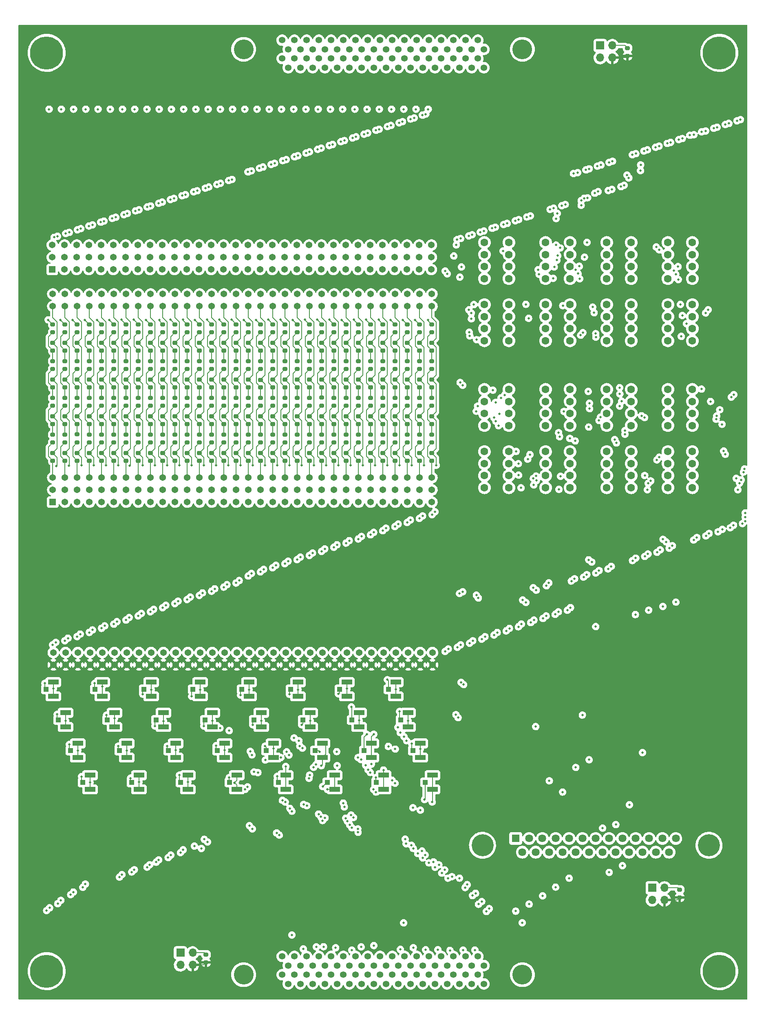
<source format=gtl>
G04 #@! TF.GenerationSoftware,KiCad,Pcbnew,(6.0.2)*
G04 #@! TF.CreationDate,2022-07-06T14:10:16-04:00*
G04 #@! TF.ProjectId,FilterMotherboard,46696c74-6572-44d6-9f74-686572626f61,rev?*
G04 #@! TF.SameCoordinates,Original*
G04 #@! TF.FileFunction,Copper,L1,Top*
G04 #@! TF.FilePolarity,Positive*
%FSLAX46Y46*%
G04 Gerber Fmt 4.6, Leading zero omitted, Abs format (unit mm)*
G04 Created by KiCad (PCBNEW (6.0.2)) date 2022-07-06 14:10:16*
%MOMM*%
%LPD*%
G01*
G04 APERTURE LIST*
G04 Aperture macros list*
%AMRoundRect*
0 Rectangle with rounded corners*
0 $1 Rounding radius*
0 $2 $3 $4 $5 $6 $7 $8 $9 X,Y pos of 4 corners*
0 Add a 4 corners polygon primitive as box body*
4,1,4,$2,$3,$4,$5,$6,$7,$8,$9,$2,$3,0*
0 Add four circle primitives for the rounded corners*
1,1,$1+$1,$2,$3*
1,1,$1+$1,$4,$5*
1,1,$1+$1,$6,$7*
1,1,$1+$1,$8,$9*
0 Add four rect primitives between the rounded corners*
20,1,$1+$1,$2,$3,$4,$5,0*
20,1,$1+$1,$4,$5,$6,$7,0*
20,1,$1+$1,$6,$7,$8,$9,0*
20,1,$1+$1,$8,$9,$2,$3,0*%
G04 Aperture macros list end*
G04 #@! TA.AperFunction,SMDPad,CuDef*
%ADD10R,2.200000X1.050000*%
G04 #@! TD*
G04 #@! TA.AperFunction,SMDPad,CuDef*
%ADD11R,1.050000X1.000000*%
G04 #@! TD*
G04 #@! TA.AperFunction,SMDPad,CuDef*
%ADD12RoundRect,0.225000X0.250000X-0.225000X0.250000X0.225000X-0.250000X0.225000X-0.250000X-0.225000X0*%
G04 #@! TD*
G04 #@! TA.AperFunction,SMDPad,CuDef*
%ADD13RoundRect,0.200000X0.275000X-0.200000X0.275000X0.200000X-0.275000X0.200000X-0.275000X-0.200000X0*%
G04 #@! TD*
G04 #@! TA.AperFunction,ComponentPad*
%ADD14C,1.605000*%
G04 #@! TD*
G04 #@! TA.AperFunction,ComponentPad*
%ADD15C,6.858000*%
G04 #@! TD*
G04 #@! TA.AperFunction,ComponentPad*
%ADD16C,1.370000*%
G04 #@! TD*
G04 #@! TA.AperFunction,ComponentPad*
%ADD17C,1.360000*%
G04 #@! TD*
G04 #@! TA.AperFunction,ComponentPad*
%ADD18C,4.100000*%
G04 #@! TD*
G04 #@! TA.AperFunction,ComponentPad*
%ADD19R,1.370000X1.370000*%
G04 #@! TD*
G04 #@! TA.AperFunction,SMDPad,CuDef*
%ADD20RoundRect,0.200000X-0.275000X0.200000X-0.275000X-0.200000X0.275000X-0.200000X0.275000X0.200000X0*%
G04 #@! TD*
G04 #@! TA.AperFunction,ComponentPad*
%ADD21R,1.700000X1.700000*%
G04 #@! TD*
G04 #@! TA.AperFunction,ComponentPad*
%ADD22O,1.700000X1.700000*%
G04 #@! TD*
G04 #@! TA.AperFunction,ComponentPad*
%ADD23R,1.635000X1.635000*%
G04 #@! TD*
G04 #@! TA.AperFunction,ComponentPad*
%ADD24C,1.635000*%
G04 #@! TD*
G04 #@! TA.AperFunction,ComponentPad*
%ADD25C,4.575000*%
G04 #@! TD*
G04 #@! TA.AperFunction,ViaPad*
%ADD26C,0.508000*%
G04 #@! TD*
G04 #@! TA.AperFunction,Conductor*
%ADD27C,0.127000*%
G04 #@! TD*
G04 APERTURE END LIST*
D10*
X76310000Y-156202040D03*
X76310000Y-159152040D03*
D11*
X74785000Y-157677040D03*
D12*
X76200000Y-75705000D03*
X76200000Y-74155000D03*
D13*
X81280000Y-87185000D03*
X81280000Y-85535000D03*
X48260000Y-79565000D03*
X48260000Y-77915000D03*
D10*
X73770000Y-149596000D03*
X73770000Y-152546000D03*
D11*
X72245000Y-151071000D03*
D12*
X83820000Y-75705000D03*
X83820000Y-74155000D03*
D14*
X127750000Y-76160000D03*
X127750000Y-78660000D03*
X127750000Y-81160000D03*
X127750000Y-83660000D03*
X127750000Y-89060000D03*
X127750000Y-91560000D03*
X127750000Y-94060000D03*
X127750000Y-96560000D03*
X122670000Y-76160000D03*
X122670000Y-78660000D03*
X122670000Y-81160000D03*
X122670000Y-83660000D03*
X122670000Y-89060000D03*
X122670000Y-91560000D03*
X122670000Y-94060000D03*
X122670000Y-96560000D03*
D13*
X76200000Y-87185000D03*
X76200000Y-85535000D03*
X20320000Y-64325000D03*
X20320000Y-62675000D03*
X66040000Y-79565000D03*
X66040000Y-77915000D03*
D12*
X33020000Y-90945000D03*
X33020000Y-89395000D03*
D13*
X15240000Y-71945000D03*
X15240000Y-70295000D03*
D12*
X40640000Y-68085000D03*
X40640000Y-66535000D03*
X86360000Y-75705000D03*
X86360000Y-74155000D03*
X27940000Y-90945000D03*
X27940000Y-89395000D03*
X15240000Y-90945000D03*
X15240000Y-89395000D03*
D13*
X78740000Y-79565000D03*
X78740000Y-77915000D03*
X12700000Y-87135000D03*
X12700000Y-85485000D03*
D12*
X7620000Y-90945000D03*
X7620000Y-89395000D03*
D13*
X63500000Y-71945000D03*
X63500000Y-70295000D03*
X71120000Y-79565000D03*
X71120000Y-77915000D03*
D12*
X43180000Y-75705000D03*
X43180000Y-74155000D03*
X60960000Y-75705000D03*
X60960000Y-74155000D03*
D13*
X33020000Y-71945000D03*
X33020000Y-70295000D03*
D12*
X55880000Y-83325000D03*
X55880000Y-81775000D03*
D13*
X7620000Y-64325000D03*
X7620000Y-62675000D03*
X17780000Y-71945000D03*
X17780000Y-70295000D03*
D10*
X30590000Y-143246000D03*
X30590000Y-146196000D03*
D11*
X29065000Y-144721000D03*
D12*
X27940000Y-75705000D03*
X27940000Y-74155000D03*
D13*
X22860000Y-87185000D03*
X22860000Y-85535000D03*
D14*
X102350000Y-76160000D03*
X102350000Y-78660000D03*
X102350000Y-81160000D03*
X102350000Y-83660000D03*
X102350000Y-89060000D03*
X102350000Y-91560000D03*
X102350000Y-94060000D03*
X102350000Y-96560000D03*
X97270000Y-76160000D03*
X97270000Y-78660000D03*
X97270000Y-81160000D03*
X97270000Y-83660000D03*
X97270000Y-89060000D03*
X97270000Y-91560000D03*
X97270000Y-94060000D03*
X97270000Y-96560000D03*
D12*
X40640000Y-75705000D03*
X40640000Y-74155000D03*
D15*
X146050000Y-196850000D03*
D13*
X55880000Y-71945000D03*
X55880000Y-70295000D03*
D15*
X6350000Y-6350000D03*
D12*
X35560000Y-68085000D03*
X35560000Y-66535000D03*
X81280000Y-75705000D03*
X81280000Y-74155000D03*
X53340000Y-83325000D03*
X53340000Y-81775000D03*
D13*
X81280000Y-71945000D03*
X81280000Y-70295000D03*
X83820000Y-87185000D03*
X83820000Y-85535000D03*
X17780000Y-87185000D03*
X17780000Y-85535000D03*
D12*
X30480000Y-90945000D03*
X30480000Y-89395000D03*
D14*
X127750000Y-45680000D03*
X127750000Y-48180000D03*
X127750000Y-50680000D03*
X127750000Y-53180000D03*
X127750000Y-58580000D03*
X127750000Y-61080000D03*
X127750000Y-63580000D03*
X127750000Y-66080000D03*
X122670000Y-45680000D03*
X122670000Y-48180000D03*
X122670000Y-50680000D03*
X122670000Y-53180000D03*
X122670000Y-58580000D03*
X122670000Y-61080000D03*
X122670000Y-63580000D03*
X122670000Y-66080000D03*
D12*
X68580000Y-75705000D03*
X68580000Y-74155000D03*
X45720000Y-83325000D03*
X45720000Y-81775000D03*
D13*
X86360000Y-64325000D03*
X86360000Y-62675000D03*
D12*
X58420000Y-83325000D03*
X58420000Y-81775000D03*
X78740000Y-83325000D03*
X78740000Y-81775000D03*
D13*
X40640000Y-79565000D03*
X40640000Y-77915000D03*
D12*
X63500000Y-75705000D03*
X63500000Y-74155000D03*
D13*
X30480000Y-79565000D03*
X30480000Y-77915000D03*
D12*
X73660000Y-68085000D03*
X73660000Y-66535000D03*
D10*
X71230000Y-143246000D03*
X71230000Y-146196000D03*
D11*
X69705000Y-144721000D03*
D13*
X22860000Y-71945000D03*
X22860000Y-70295000D03*
D12*
X35560000Y-75705000D03*
X35560000Y-74155000D03*
D13*
X22860000Y-79565000D03*
X22860000Y-77915000D03*
D12*
X43180000Y-83325000D03*
X43180000Y-81775000D03*
D14*
X115050000Y-76160000D03*
X115050000Y-78660000D03*
X115050000Y-81160000D03*
X115050000Y-83660000D03*
X115050000Y-89060000D03*
X115050000Y-91560000D03*
X115050000Y-94060000D03*
X115050000Y-96560000D03*
X109970000Y-76160000D03*
X109970000Y-78660000D03*
X109970000Y-81160000D03*
X109970000Y-83660000D03*
X109970000Y-89060000D03*
X109970000Y-91560000D03*
X109970000Y-94060000D03*
X109970000Y-96560000D03*
D12*
X7620000Y-75705000D03*
X7620000Y-74155000D03*
D13*
X38100000Y-79565000D03*
X38100000Y-77915000D03*
D12*
X73660000Y-75705000D03*
X73660000Y-74155000D03*
X27940000Y-68085000D03*
X27940000Y-66535000D03*
D13*
X27940000Y-64325000D03*
X27940000Y-62675000D03*
X60960000Y-79565000D03*
X60960000Y-77915000D03*
D15*
X6350000Y-196850000D03*
D16*
X7730000Y-130750000D03*
X7730000Y-133290000D03*
X10270000Y-130750000D03*
X10270000Y-133290000D03*
X12810000Y-130750000D03*
X12810000Y-133290000D03*
X15350000Y-130750000D03*
X15350000Y-133290000D03*
X17890000Y-130750000D03*
X17890000Y-133290000D03*
X20430000Y-130750000D03*
X20430000Y-133290000D03*
X22970000Y-130750000D03*
X22970000Y-133290000D03*
X25510000Y-130750000D03*
X25510000Y-133290000D03*
X28050000Y-130750000D03*
X28050000Y-133290000D03*
X30590000Y-130750000D03*
X30590000Y-133290000D03*
X33130000Y-130750000D03*
X33130000Y-133290000D03*
X35670000Y-130750000D03*
X35670000Y-133290000D03*
X38210000Y-130750000D03*
X38210000Y-133290000D03*
X40750000Y-130750000D03*
X40750000Y-133290000D03*
X43290000Y-130750000D03*
X43290000Y-133290000D03*
X45830000Y-130750000D03*
X45830000Y-133290000D03*
X48370000Y-130750000D03*
X48370000Y-133290000D03*
X50910000Y-130750000D03*
X50910000Y-133290000D03*
X53450000Y-130750000D03*
X53450000Y-133290000D03*
X55990000Y-130750000D03*
X55990000Y-133290000D03*
X58530000Y-130750000D03*
X58530000Y-133290000D03*
X61070000Y-130750000D03*
X61070000Y-133290000D03*
X63610000Y-130750000D03*
X63610000Y-133290000D03*
X66150000Y-130750000D03*
X66150000Y-133290000D03*
X68690000Y-130750000D03*
X68690000Y-133290000D03*
X71230000Y-130750000D03*
X71230000Y-133290000D03*
X73770000Y-130750000D03*
X73770000Y-133290000D03*
X76310000Y-130750000D03*
X76310000Y-133290000D03*
X78850000Y-130750000D03*
X78850000Y-133290000D03*
X81390000Y-130750000D03*
X81390000Y-133290000D03*
X83930000Y-130750000D03*
X83930000Y-133290000D03*
X86470000Y-130750000D03*
X86470000Y-133290000D03*
D17*
X55245000Y-7513400D03*
X56515000Y-9413400D03*
X57785000Y-7513400D03*
X59055000Y-9413400D03*
X60325000Y-7513400D03*
X61595000Y-9413400D03*
X62865000Y-7513400D03*
X64135000Y-9413400D03*
X65405000Y-7513400D03*
X66675000Y-9413400D03*
X67945000Y-7513400D03*
X69215000Y-9413400D03*
X70485000Y-7513400D03*
X71755000Y-9413400D03*
X73025000Y-7513400D03*
X74295000Y-9413400D03*
X75565000Y-7513400D03*
X76835000Y-9413400D03*
X78105000Y-7513400D03*
X79375000Y-9413400D03*
X80645000Y-7513400D03*
X81915000Y-9413400D03*
X83185000Y-7513400D03*
X84455000Y-9413400D03*
X85725000Y-7513400D03*
X86995000Y-9413400D03*
X88265000Y-7513400D03*
X89535000Y-9413400D03*
X90805000Y-7513400D03*
X92075000Y-9413400D03*
X93345000Y-7513400D03*
X94615000Y-9413400D03*
X95885000Y-7513400D03*
X97155000Y-9413400D03*
X55245000Y-3713400D03*
X56515000Y-5613400D03*
X57785000Y-3713400D03*
X59055000Y-5613400D03*
X60325000Y-3713400D03*
X61595000Y-5613400D03*
X62865000Y-3713400D03*
X64135000Y-5613400D03*
X65405000Y-3713400D03*
X66675000Y-5613400D03*
X67945000Y-3713400D03*
X69215000Y-5613400D03*
X70485000Y-3713400D03*
X71755000Y-5613400D03*
X73025000Y-3713400D03*
X74295000Y-5613400D03*
X75565000Y-3713400D03*
X76835000Y-5613400D03*
X78105000Y-3713400D03*
X79375000Y-5613400D03*
X80645000Y-3713400D03*
X81915000Y-5613400D03*
X83185000Y-3713400D03*
X84455000Y-5613400D03*
X85725000Y-3713400D03*
X86995000Y-5613400D03*
X88265000Y-3713400D03*
X89535000Y-5613400D03*
X90805000Y-3713400D03*
X92075000Y-5613400D03*
X93345000Y-3713400D03*
X94615000Y-5613400D03*
X95885000Y-3713400D03*
X97155000Y-5613400D03*
D18*
X105155000Y-5613400D03*
X47245000Y-5613400D03*
D12*
X17780000Y-90945000D03*
X17780000Y-89395000D03*
D10*
X12810000Y-149596000D03*
X12810000Y-152546000D03*
D11*
X11285000Y-151071000D03*
D13*
X71120000Y-64325000D03*
X71120000Y-62675000D03*
X7620000Y-79565000D03*
X7620000Y-77915000D03*
D19*
X7620000Y-99555000D03*
D16*
X7620000Y-97015000D03*
X7620000Y-94475000D03*
X10160000Y-99555000D03*
X10160000Y-97015000D03*
X10160000Y-94475000D03*
X12700000Y-99555000D03*
X12700000Y-97015000D03*
X12700000Y-94475000D03*
X15240000Y-99555000D03*
X15240000Y-97015000D03*
X15240000Y-94475000D03*
X17780000Y-99555000D03*
X17780000Y-97015000D03*
X17780000Y-94475000D03*
X20320000Y-99555000D03*
X20320000Y-97015000D03*
X20320000Y-94475000D03*
X22860000Y-99555000D03*
X22860000Y-97015000D03*
X22860000Y-94475000D03*
X25400000Y-99555000D03*
X25400000Y-97015000D03*
X25400000Y-94475000D03*
X27940000Y-99555000D03*
X27940000Y-97015000D03*
X27940000Y-94475000D03*
X30480000Y-99555000D03*
X30480000Y-97015000D03*
X30480000Y-94475000D03*
X33020000Y-99555000D03*
X33020000Y-97015000D03*
X33020000Y-94475000D03*
X35560000Y-99555000D03*
X35560000Y-97015000D03*
X35560000Y-94475000D03*
X38100000Y-99555000D03*
X38100000Y-97015000D03*
X38100000Y-94475000D03*
X40640000Y-99555000D03*
X40640000Y-97015000D03*
X40640000Y-94475000D03*
X43180000Y-99555000D03*
X43180000Y-97015000D03*
X43180000Y-94475000D03*
X45720000Y-99555000D03*
X45720000Y-97015000D03*
X45720000Y-94475000D03*
X48260000Y-99555000D03*
X48260000Y-97015000D03*
X48260000Y-94475000D03*
X50800000Y-99555000D03*
X50800000Y-97015000D03*
X50800000Y-94475000D03*
X53340000Y-99555000D03*
X53340000Y-97015000D03*
X53340000Y-94475000D03*
X55880000Y-99555000D03*
X55880000Y-97015000D03*
X55880000Y-94475000D03*
X58420000Y-99555000D03*
X58420000Y-97015000D03*
X58420000Y-94475000D03*
X60960000Y-99555000D03*
X60960000Y-97015000D03*
X60960000Y-94475000D03*
X63500000Y-99555000D03*
X63500000Y-97015000D03*
X63500000Y-94475000D03*
X66040000Y-99555000D03*
X66040000Y-97015000D03*
X66040000Y-94475000D03*
X68580000Y-99555000D03*
X68580000Y-97015000D03*
X68580000Y-94475000D03*
X71120000Y-99555000D03*
X71120000Y-97015000D03*
X71120000Y-94475000D03*
X73660000Y-99555000D03*
X73660000Y-97015000D03*
X73660000Y-94475000D03*
X76200000Y-99555000D03*
X76200000Y-97015000D03*
X76200000Y-94475000D03*
X78740000Y-99555000D03*
X78740000Y-97015000D03*
X78740000Y-94475000D03*
X81280000Y-99555000D03*
X81280000Y-97015000D03*
X81280000Y-94475000D03*
X83820000Y-99555000D03*
X83820000Y-97015000D03*
X83820000Y-94475000D03*
X86360000Y-99555000D03*
X86360000Y-97015000D03*
X86360000Y-94475000D03*
D12*
X38100000Y-90945000D03*
X38100000Y-89395000D03*
D13*
X38100000Y-87185000D03*
X38100000Y-85535000D03*
X38100000Y-64325000D03*
X38100000Y-62675000D03*
X66040000Y-87185000D03*
X66040000Y-85535000D03*
X66040000Y-71945000D03*
X66040000Y-70295000D03*
D12*
X7620000Y-83325000D03*
X7620000Y-81775000D03*
X33020000Y-83325000D03*
X33020000Y-81775000D03*
D13*
X15240000Y-79565000D03*
X15240000Y-77915000D03*
D10*
X66150000Y-156202040D03*
X66150000Y-159152040D03*
D11*
X64625000Y-157677040D03*
D12*
X63500000Y-90945000D03*
X63500000Y-89395000D03*
D13*
X78740000Y-64325000D03*
X78740000Y-62675000D03*
D12*
X60960000Y-90945000D03*
X60960000Y-89395000D03*
X15240000Y-68085000D03*
X15240000Y-66535000D03*
D13*
X45720000Y-79565000D03*
X45720000Y-77915000D03*
X78740000Y-87185000D03*
X78740000Y-85535000D03*
D12*
X10160000Y-68085000D03*
X10160000Y-66535000D03*
X45720000Y-90945000D03*
X45720000Y-89395000D03*
X76200000Y-90945000D03*
X76200000Y-89395000D03*
D13*
X25400000Y-64325000D03*
X25400000Y-62675000D03*
X43180000Y-79565000D03*
X43180000Y-77915000D03*
X30480000Y-71945000D03*
X30480000Y-70295000D03*
D12*
X78740000Y-90945000D03*
X78740000Y-89395000D03*
D10*
X35670000Y-156202040D03*
X35670000Y-159152040D03*
D11*
X34145000Y-157677040D03*
D12*
X7620000Y-68085000D03*
X7620000Y-66535000D03*
D14*
X115050000Y-45680000D03*
X115050000Y-48180000D03*
X115050000Y-50680000D03*
X115050000Y-53180000D03*
X115050000Y-58580000D03*
X115050000Y-61080000D03*
X115050000Y-63580000D03*
X115050000Y-66080000D03*
X109970000Y-45680000D03*
X109970000Y-48180000D03*
X109970000Y-50680000D03*
X109970000Y-53180000D03*
X109970000Y-58580000D03*
X109970000Y-61080000D03*
X109970000Y-63580000D03*
X109970000Y-66080000D03*
D12*
X27940000Y-83325000D03*
X27940000Y-81775000D03*
D13*
X35560000Y-64325000D03*
X35560000Y-62675000D03*
X12700000Y-71945000D03*
X12700000Y-70295000D03*
D12*
X17780000Y-83325000D03*
X17780000Y-81775000D03*
D13*
X48260000Y-87185000D03*
X48260000Y-85535000D03*
X58420000Y-64325000D03*
X58420000Y-62675000D03*
D12*
X30480000Y-75705000D03*
X30480000Y-74155000D03*
X81280000Y-68085000D03*
X81280000Y-66535000D03*
X71120000Y-83325000D03*
X71120000Y-81775000D03*
D13*
X60960000Y-87185000D03*
X60960000Y-85535000D03*
X50800000Y-71945000D03*
X50800000Y-70295000D03*
D12*
X66040000Y-90945000D03*
X66040000Y-89395000D03*
D13*
X35560000Y-71945000D03*
X35560000Y-70295000D03*
X63500000Y-64325000D03*
X63500000Y-62675000D03*
D12*
X20320000Y-68085000D03*
X20320000Y-66535000D03*
D13*
X45720000Y-64325000D03*
X45720000Y-62675000D03*
D10*
X7730000Y-136898045D03*
X7730000Y-139848045D03*
D11*
X6205000Y-138373045D03*
D14*
X102350000Y-45680000D03*
X102350000Y-48180000D03*
X102350000Y-50680000D03*
X102350000Y-53180000D03*
X102350000Y-58580000D03*
X102350000Y-61080000D03*
X102350000Y-63580000D03*
X102350000Y-66080000D03*
X97270000Y-45680000D03*
X97270000Y-48180000D03*
X97270000Y-50680000D03*
X97270000Y-53180000D03*
X97270000Y-58580000D03*
X97270000Y-61080000D03*
X97270000Y-63580000D03*
X97270000Y-66080000D03*
D20*
X39446941Y-193401965D03*
X39446941Y-195051965D03*
D12*
X45720000Y-68085000D03*
X45720000Y-66535000D03*
D13*
X83820000Y-71945000D03*
X83820000Y-70295000D03*
D10*
X68690000Y-136898040D03*
X68690000Y-139848040D03*
D11*
X67165000Y-138373040D03*
D12*
X22860000Y-68085000D03*
X22860000Y-66535000D03*
X25400000Y-75705000D03*
X25400000Y-74155000D03*
X33020000Y-75705000D03*
X33020000Y-74155000D03*
X38100000Y-68085000D03*
X38100000Y-66535000D03*
X48260000Y-75705000D03*
X48260000Y-74155000D03*
D10*
X20430000Y-143246000D03*
X20430000Y-146196000D03*
D11*
X18905000Y-144721000D03*
D12*
X66040000Y-68085000D03*
X66040000Y-66535000D03*
D13*
X73660000Y-71945000D03*
X73660000Y-70295000D03*
D12*
X58420000Y-90945000D03*
X58420000Y-89395000D03*
D20*
X127000000Y-5350000D03*
X127000000Y-7000000D03*
D12*
X38100000Y-83325000D03*
X38100000Y-81775000D03*
D10*
X81390000Y-143246000D03*
X81390000Y-146196000D03*
D11*
X79865000Y-144721000D03*
D12*
X68580000Y-68085000D03*
X68580000Y-66535000D03*
X10160000Y-75705000D03*
X10160000Y-74155000D03*
D10*
X15350000Y-156202040D03*
X15350000Y-159152040D03*
D11*
X13825000Y-157677040D03*
D12*
X68580000Y-83325000D03*
X68580000Y-81775000D03*
X22860000Y-83325000D03*
X22860000Y-81775000D03*
X40640000Y-83325000D03*
X40640000Y-81775000D03*
D13*
X25400000Y-71945000D03*
X25400000Y-70295000D03*
D12*
X83820000Y-68085000D03*
X83820000Y-66535000D03*
X86360000Y-83325000D03*
X86360000Y-81775000D03*
D13*
X27940000Y-79565000D03*
X27940000Y-77915000D03*
D12*
X86360000Y-90945000D03*
X86360000Y-89395000D03*
D10*
X61070000Y-143246000D03*
X61070000Y-146196000D03*
D11*
X59545000Y-144721000D03*
D13*
X27940000Y-71945000D03*
X27940000Y-70295000D03*
X58420000Y-87185000D03*
X58420000Y-85535000D03*
D12*
X53340000Y-68085000D03*
X53340000Y-66535000D03*
X78740000Y-68085000D03*
X78740000Y-66535000D03*
X81280000Y-83325000D03*
X81280000Y-81775000D03*
D19*
X7515000Y-51295000D03*
D16*
X7515000Y-48755000D03*
X7515000Y-46215000D03*
X10055000Y-51295000D03*
X10055000Y-48755000D03*
X10055000Y-46215000D03*
X12595000Y-51295000D03*
X12595000Y-48755000D03*
X12595000Y-46215000D03*
X15135000Y-51295000D03*
X15135000Y-48755000D03*
X15135000Y-46215000D03*
X17675000Y-51295000D03*
X17675000Y-48755000D03*
X17675000Y-46215000D03*
X20215000Y-51295000D03*
X20215000Y-48755000D03*
X20215000Y-46215000D03*
X22755000Y-51295000D03*
X22755000Y-48755000D03*
X22755000Y-46215000D03*
X25295000Y-51295000D03*
X25295000Y-48755000D03*
X25295000Y-46215000D03*
X27835000Y-51295000D03*
X27835000Y-48755000D03*
X27835000Y-46215000D03*
X30375000Y-51295000D03*
X30375000Y-48755000D03*
X30375000Y-46215000D03*
X32915000Y-51295000D03*
X32915000Y-48755000D03*
X32915000Y-46215000D03*
X35455000Y-51295000D03*
X35455000Y-48755000D03*
X35455000Y-46215000D03*
X37995000Y-51295000D03*
X37995000Y-48755000D03*
X37995000Y-46215000D03*
X40535000Y-51295000D03*
X40535000Y-48755000D03*
X40535000Y-46215000D03*
X43075000Y-51295000D03*
X43075000Y-48755000D03*
X43075000Y-46215000D03*
X45615000Y-51295000D03*
X45615000Y-48755000D03*
X45615000Y-46215000D03*
X48155000Y-51295000D03*
X48155000Y-48755000D03*
X48155000Y-46215000D03*
X50695000Y-51295000D03*
X50695000Y-48755000D03*
X50695000Y-46215000D03*
X53235000Y-51295000D03*
X53235000Y-48755000D03*
X53235000Y-46215000D03*
X55775000Y-51295000D03*
X55775000Y-48755000D03*
X55775000Y-46215000D03*
X58315000Y-51295000D03*
X58315000Y-48755000D03*
X58315000Y-46215000D03*
X60855000Y-51295000D03*
X60855000Y-48755000D03*
X60855000Y-46215000D03*
X63395000Y-51295000D03*
X63395000Y-48755000D03*
X63395000Y-46215000D03*
X65935000Y-51295000D03*
X65935000Y-48755000D03*
X65935000Y-46215000D03*
X68475000Y-51295000D03*
X68475000Y-48755000D03*
X68475000Y-46215000D03*
X71015000Y-51295000D03*
X71015000Y-48755000D03*
X71015000Y-46215000D03*
X73555000Y-51295000D03*
X73555000Y-48755000D03*
X73555000Y-46215000D03*
X76095000Y-51295000D03*
X76095000Y-48755000D03*
X76095000Y-46215000D03*
X78635000Y-51295000D03*
X78635000Y-48755000D03*
X78635000Y-46215000D03*
X81175000Y-51295000D03*
X81175000Y-48755000D03*
X81175000Y-46215000D03*
X83715000Y-51295000D03*
X83715000Y-48755000D03*
X83715000Y-46215000D03*
X86255000Y-51295000D03*
X86255000Y-48755000D03*
X86255000Y-46215000D03*
D13*
X17780000Y-79565000D03*
X17780000Y-77915000D03*
X25400000Y-79565000D03*
X25400000Y-77915000D03*
D12*
X48260000Y-68085000D03*
X48260000Y-66535000D03*
X12700000Y-68085000D03*
X12700000Y-66535000D03*
D13*
X10160000Y-87185000D03*
X10160000Y-85535000D03*
X25400000Y-87185000D03*
X25400000Y-85535000D03*
X86360000Y-79565000D03*
X86360000Y-77915000D03*
X86360000Y-87185000D03*
X86360000Y-85535000D03*
D12*
X76200000Y-83325000D03*
X76200000Y-81775000D03*
D13*
X81280000Y-64325000D03*
X81280000Y-62675000D03*
X38100000Y-71945000D03*
X38100000Y-70295000D03*
X43180000Y-87185000D03*
X43180000Y-85535000D03*
D10*
X28050000Y-136898040D03*
X28050000Y-139848040D03*
D11*
X26525000Y-138373040D03*
D13*
X33020000Y-87185000D03*
X33020000Y-85535000D03*
D12*
X12700000Y-83325000D03*
X12700000Y-81775000D03*
X12700000Y-90945000D03*
X12700000Y-89395000D03*
D13*
X10160000Y-64325000D03*
X10160000Y-62675000D03*
D12*
X33020000Y-68085000D03*
X33020000Y-66535000D03*
D21*
X132105000Y-179550000D03*
D22*
X134645000Y-179550000D03*
X132105000Y-182090000D03*
X134645000Y-182090000D03*
D12*
X43180000Y-68085000D03*
X43180000Y-66535000D03*
D13*
X50800000Y-87185000D03*
X50800000Y-85535000D03*
D12*
X55880000Y-90945000D03*
X55880000Y-89395000D03*
X20320000Y-75705000D03*
X20320000Y-74155000D03*
X38100000Y-75705000D03*
X38100000Y-74155000D03*
D13*
X83820000Y-79565000D03*
X83820000Y-77915000D03*
D10*
X17890000Y-136898040D03*
X17890000Y-139848040D03*
D11*
X16365000Y-138373040D03*
D12*
X48260000Y-90945000D03*
X48260000Y-89395000D03*
D13*
X55880000Y-79565000D03*
X55880000Y-77915000D03*
D12*
X71120000Y-75705000D03*
X71120000Y-74155000D03*
X73660000Y-90945000D03*
X73660000Y-89395000D03*
X22860000Y-90945000D03*
X22860000Y-89395000D03*
X48260000Y-83325000D03*
X48260000Y-81775000D03*
X83820000Y-90945000D03*
X83820000Y-89395000D03*
D13*
X73660000Y-87185000D03*
X73660000Y-85535000D03*
X33020000Y-79565000D03*
X33020000Y-77915000D03*
D10*
X33130000Y-149596000D03*
X33130000Y-152546000D03*
D11*
X31605000Y-151071000D03*
D13*
X12700000Y-64325000D03*
X12700000Y-62675000D03*
X63500000Y-79535000D03*
X63500000Y-77885000D03*
X83820000Y-64325000D03*
X83820000Y-62675000D03*
X60960000Y-64325000D03*
X60960000Y-62675000D03*
X58420000Y-71945000D03*
X58420000Y-70295000D03*
D12*
X17780000Y-75705000D03*
X17780000Y-74155000D03*
D13*
X40640000Y-71945000D03*
X40640000Y-70295000D03*
D12*
X53340000Y-75705000D03*
X53340000Y-74155000D03*
D13*
X53340000Y-71945000D03*
X53340000Y-70295000D03*
D12*
X20320000Y-90945000D03*
X20320000Y-89395000D03*
D13*
X27940000Y-87185000D03*
X27940000Y-85535000D03*
D10*
X53450000Y-149596000D03*
X53450000Y-152546000D03*
D11*
X51925000Y-151071000D03*
D10*
X40750000Y-143246000D03*
X40750000Y-146196000D03*
D11*
X39225000Y-144721000D03*
D12*
X17780000Y-68085000D03*
X17780000Y-66535000D03*
D21*
X121300000Y-4825000D03*
D22*
X123840000Y-4825000D03*
X121300000Y-7365000D03*
X123840000Y-7365000D03*
D12*
X66040000Y-83325000D03*
X66040000Y-81775000D03*
D13*
X55880000Y-64325000D03*
X55880000Y-62675000D03*
D12*
X60960000Y-68085000D03*
X60960000Y-66535000D03*
D13*
X68580000Y-64325000D03*
X68580000Y-62675000D03*
D23*
X103761500Y-169327000D03*
D24*
X106531500Y-169327000D03*
X109301500Y-169327000D03*
X112071500Y-169327000D03*
X114841500Y-169327000D03*
X117611500Y-169327000D03*
X120381500Y-169327000D03*
X123151500Y-169327000D03*
X125921500Y-169327000D03*
X128691500Y-169327000D03*
X131461500Y-169327000D03*
X134231500Y-169327000D03*
X137001500Y-169327000D03*
X105146500Y-172167000D03*
X107916500Y-172167000D03*
X110686500Y-172167000D03*
X113456500Y-172167000D03*
X116226500Y-172167000D03*
X118996500Y-172167000D03*
X121766500Y-172167000D03*
X124536500Y-172167000D03*
X127306500Y-172167000D03*
X130076500Y-172167000D03*
X132846500Y-172167000D03*
X135616500Y-172167000D03*
D25*
X96861500Y-170747000D03*
X143901500Y-170747000D03*
D13*
X73660000Y-79565000D03*
X73660000Y-77915000D03*
X45720000Y-87185000D03*
X45720000Y-85535000D03*
X53340000Y-79565000D03*
X53340000Y-77915000D03*
D12*
X73660000Y-83325000D03*
X73660000Y-81775000D03*
D13*
X45720000Y-71945000D03*
X45720000Y-70295000D03*
D10*
X25510000Y-156202040D03*
X25510000Y-159152040D03*
D11*
X23985000Y-157677040D03*
D13*
X17780000Y-64325000D03*
X17780000Y-62675000D03*
D10*
X45830000Y-156202040D03*
X45830000Y-159152040D03*
D11*
X44305000Y-157677040D03*
D10*
X63610000Y-149596000D03*
X63610000Y-152546000D03*
D11*
X62085000Y-151071000D03*
D12*
X81280000Y-90945000D03*
X81280000Y-89395000D03*
D13*
X20320000Y-71945000D03*
X20320000Y-70295000D03*
X40640000Y-64325000D03*
X40640000Y-62675000D03*
X35560000Y-79565000D03*
X35560000Y-77915000D03*
X43180000Y-71945000D03*
X43180000Y-70295000D03*
D10*
X78850000Y-136898040D03*
X78850000Y-139848040D03*
D11*
X77325000Y-138373040D03*
D13*
X53340000Y-87185000D03*
X53340000Y-85535000D03*
D10*
X22970000Y-149596000D03*
X22970000Y-152546000D03*
D11*
X21445000Y-151071000D03*
D13*
X10160000Y-71945000D03*
X10160000Y-70295000D03*
D12*
X50800000Y-68085000D03*
X50800000Y-66535000D03*
D13*
X7620000Y-87185000D03*
X7620000Y-85535000D03*
X66040000Y-64325000D03*
X66040000Y-62675000D03*
D10*
X55990000Y-156202040D03*
X55990000Y-159152040D03*
D11*
X54465000Y-157677040D03*
D13*
X15240000Y-87185000D03*
X15240000Y-85535000D03*
D12*
X30480000Y-83325000D03*
X30480000Y-81775000D03*
X40640000Y-90945000D03*
X40640000Y-89395000D03*
X22860000Y-75705000D03*
X22860000Y-74155000D03*
X76200000Y-68085000D03*
X76200000Y-66535000D03*
D13*
X50800000Y-64325000D03*
X50800000Y-62675000D03*
D12*
X53340000Y-90945000D03*
X53340000Y-89395000D03*
X78740000Y-75705000D03*
X78740000Y-74155000D03*
D10*
X38210000Y-136898040D03*
X38210000Y-139848040D03*
D11*
X36685000Y-138373040D03*
D13*
X76200000Y-71945000D03*
X76200000Y-70295000D03*
X20320000Y-87185000D03*
X20320000Y-85535000D03*
D12*
X20320000Y-83325000D03*
X20320000Y-81775000D03*
X63500000Y-68085000D03*
X63500000Y-66535000D03*
X63500000Y-83325000D03*
X63500000Y-81775000D03*
X58420000Y-68085000D03*
X58420000Y-66535000D03*
X30480000Y-68085000D03*
X30480000Y-66535000D03*
X50800000Y-90945000D03*
X50800000Y-89395000D03*
D13*
X68580000Y-79565000D03*
X68580000Y-77915000D03*
X60960000Y-71945000D03*
X60960000Y-70295000D03*
D12*
X55880000Y-75705000D03*
X55880000Y-74155000D03*
D13*
X68580000Y-71945000D03*
X68580000Y-70295000D03*
X30480000Y-64325000D03*
X30480000Y-62675000D03*
X50800000Y-79565000D03*
X50800000Y-77915000D03*
X58420000Y-79565000D03*
X58420000Y-77915000D03*
D14*
X140450000Y-76160000D03*
X140450000Y-78660000D03*
X140450000Y-81160000D03*
X140450000Y-83660000D03*
X140450000Y-89060000D03*
X140450000Y-91560000D03*
X140450000Y-94060000D03*
X140450000Y-96560000D03*
X135370000Y-76160000D03*
X135370000Y-78660000D03*
X135370000Y-81160000D03*
X135370000Y-83660000D03*
X135370000Y-89060000D03*
X135370000Y-91560000D03*
X135370000Y-94060000D03*
X135370000Y-96560000D03*
D13*
X15240000Y-64325000D03*
X15240000Y-62675000D03*
D12*
X50800000Y-83325000D03*
X50800000Y-81775000D03*
D13*
X81280000Y-79565000D03*
X81280000Y-77915000D03*
D12*
X10160000Y-90945000D03*
X10160000Y-89395000D03*
X83820000Y-83325000D03*
X83820000Y-81775000D03*
D13*
X71120000Y-71945000D03*
X71120000Y-70295000D03*
D16*
X7620000Y-56374995D03*
X7620000Y-58914995D03*
X10160000Y-56374995D03*
X10160000Y-58914995D03*
X12700000Y-56374995D03*
X12700000Y-58914995D03*
X15240000Y-56374995D03*
X15240000Y-58914995D03*
X17780000Y-56374995D03*
X17780000Y-58914995D03*
X20320000Y-56374995D03*
X20320000Y-58914995D03*
X22860000Y-56374995D03*
X22860000Y-58914995D03*
X25400000Y-56374995D03*
X25400000Y-58914995D03*
X27940000Y-56374995D03*
X27940000Y-58914995D03*
X30480000Y-56374995D03*
X30480000Y-58914995D03*
X33020000Y-56374995D03*
X33020000Y-58914995D03*
X35560000Y-56374995D03*
X35560000Y-58914995D03*
X38100000Y-56374995D03*
X38100000Y-58914995D03*
X40640000Y-56374995D03*
X40640000Y-58914995D03*
X43180000Y-56374995D03*
X43180000Y-58914995D03*
X45720000Y-56374995D03*
X45720000Y-58914995D03*
X48260000Y-56374995D03*
X48260000Y-58914995D03*
X50800000Y-56374995D03*
X50800000Y-58914995D03*
X53340000Y-56374995D03*
X53340000Y-58914995D03*
X55880000Y-56374995D03*
X55880000Y-58914995D03*
X58420000Y-56374995D03*
X58420000Y-58914995D03*
X60960000Y-56374995D03*
X60960000Y-58914995D03*
X63500000Y-56374995D03*
X63500000Y-58914995D03*
X66040000Y-56374995D03*
X66040000Y-58914995D03*
X68580000Y-56374995D03*
X68580000Y-58914995D03*
X71120000Y-56374995D03*
X71120000Y-58914995D03*
X73660000Y-56374995D03*
X73660000Y-58914995D03*
X76200000Y-56374995D03*
X76200000Y-58914995D03*
X78740000Y-56374995D03*
X78740000Y-58914995D03*
X81280000Y-56374995D03*
X81280000Y-58914995D03*
X83820000Y-56374995D03*
X83820000Y-58914995D03*
X86360000Y-56374995D03*
X86360000Y-58914995D03*
D12*
X25400000Y-68085000D03*
X25400000Y-66535000D03*
D10*
X10270000Y-143246000D03*
X10270000Y-146196000D03*
D11*
X8745000Y-144721000D03*
D13*
X30480000Y-87185000D03*
X30480000Y-85535000D03*
X22860000Y-64325000D03*
X22860000Y-62675000D03*
X33020000Y-64325000D03*
X33020000Y-62675000D03*
X63500000Y-87185000D03*
X63500000Y-85535000D03*
D12*
X25400000Y-83325000D03*
X25400000Y-81775000D03*
D13*
X48260000Y-71945000D03*
X48260000Y-70295000D03*
X76200000Y-79565000D03*
X76200000Y-77915000D03*
D10*
X50910000Y-143246000D03*
X50910000Y-146196000D03*
D11*
X49385000Y-144721000D03*
D12*
X45720000Y-75705000D03*
X45720000Y-74155000D03*
D10*
X86470000Y-156202040D03*
X86470000Y-159152040D03*
D11*
X84945000Y-157677040D03*
D13*
X43180000Y-64325000D03*
X43180000Y-62675000D03*
D12*
X55880000Y-68085000D03*
X55880000Y-66535000D03*
D20*
X137830000Y-179925000D03*
X137830000Y-181575000D03*
D12*
X10160000Y-83325000D03*
X10160000Y-81775000D03*
D13*
X55880000Y-87185000D03*
X55880000Y-85535000D03*
X35560000Y-87185000D03*
X35560000Y-85535000D03*
X76200000Y-64325000D03*
X76200000Y-62675000D03*
D14*
X140450000Y-45680000D03*
X140450000Y-48180000D03*
X140450000Y-50680000D03*
X140450000Y-53180000D03*
X140450000Y-58580000D03*
X140450000Y-61080000D03*
X140450000Y-63580000D03*
X140450000Y-66080000D03*
X135370000Y-45680000D03*
X135370000Y-48180000D03*
X135370000Y-50680000D03*
X135370000Y-53180000D03*
X135370000Y-58580000D03*
X135370000Y-61080000D03*
X135370000Y-63580000D03*
X135370000Y-66080000D03*
D12*
X43180000Y-90945000D03*
X43180000Y-89395000D03*
D10*
X43290000Y-149596000D03*
X43290000Y-152546000D03*
D11*
X41765000Y-151071000D03*
D12*
X68580000Y-90945000D03*
X68580000Y-89395000D03*
D21*
X34121941Y-193036969D03*
D22*
X36661941Y-193036969D03*
X34121941Y-195576969D03*
X36661941Y-195576969D03*
D13*
X48260000Y-64325000D03*
X48260000Y-62675000D03*
D12*
X15240000Y-75705000D03*
X15240000Y-74155000D03*
D17*
X97155000Y-195686600D03*
X95885000Y-193786600D03*
X94615000Y-195686600D03*
X93345000Y-193786600D03*
X92075000Y-195686600D03*
X90805000Y-193786600D03*
X89535000Y-195686600D03*
X88265000Y-193786600D03*
X86995000Y-195686600D03*
X85725000Y-193786600D03*
X84455000Y-195686600D03*
X83185000Y-193786600D03*
X81915000Y-195686600D03*
X80645000Y-193786600D03*
X79375000Y-195686600D03*
X78105000Y-193786600D03*
X76835000Y-195686600D03*
X75565000Y-193786600D03*
X74295000Y-195686600D03*
X73025000Y-193786600D03*
X71755000Y-195686600D03*
X70485000Y-193786600D03*
X69215000Y-195686600D03*
X67945000Y-193786600D03*
X66675000Y-195686600D03*
X65405000Y-193786600D03*
X64135000Y-195686600D03*
X62865000Y-193786600D03*
X61595000Y-195686600D03*
X60325000Y-193786600D03*
X59055000Y-195686600D03*
X57785000Y-193786600D03*
X56515000Y-195686600D03*
X55245000Y-193786600D03*
X97155000Y-199486600D03*
X95885000Y-197586600D03*
X94615000Y-199486600D03*
X93345000Y-197586600D03*
X92075000Y-199486600D03*
X90805000Y-197586600D03*
X89535000Y-199486600D03*
X88265000Y-197586600D03*
X86995000Y-199486600D03*
X85725000Y-197586600D03*
X84455000Y-199486600D03*
X83185000Y-197586600D03*
X81915000Y-199486600D03*
X80645000Y-197586600D03*
X79375000Y-199486600D03*
X78105000Y-197586600D03*
X76835000Y-199486600D03*
X75565000Y-197586600D03*
X74295000Y-199486600D03*
X73025000Y-197586600D03*
X71755000Y-199486600D03*
X70485000Y-197586600D03*
X69215000Y-199486600D03*
X67945000Y-197586600D03*
X66675000Y-199486600D03*
X65405000Y-197586600D03*
X64135000Y-199486600D03*
X62865000Y-197586600D03*
X61595000Y-199486600D03*
X60325000Y-197586600D03*
X59055000Y-199486600D03*
X57785000Y-197586600D03*
X56515000Y-199486600D03*
X55245000Y-197586600D03*
D18*
X47245000Y-197586600D03*
X105155000Y-197586600D03*
D13*
X20320000Y-79565000D03*
X20320000Y-77915000D03*
D12*
X58420000Y-75705000D03*
X58420000Y-74155000D03*
X35560000Y-83325000D03*
X35560000Y-81775000D03*
D10*
X48370000Y-136898040D03*
X48370000Y-139848040D03*
D11*
X46845000Y-138373040D03*
D12*
X35560000Y-90945000D03*
X35560000Y-89395000D03*
X12700000Y-75705000D03*
X12700000Y-74155000D03*
X25400000Y-90945000D03*
X25400000Y-89395000D03*
D15*
X146050000Y-6350000D03*
D10*
X83930000Y-149596000D03*
X83930000Y-152546000D03*
D11*
X82405000Y-151071000D03*
D13*
X10160000Y-79565000D03*
X10160000Y-77915000D03*
D12*
X50800000Y-75735000D03*
X50800000Y-74185000D03*
D13*
X86360000Y-71945000D03*
X86360000Y-70295000D03*
D12*
X15240000Y-83325000D03*
X15240000Y-81775000D03*
D13*
X78740000Y-71945000D03*
X78740000Y-70295000D03*
X40640000Y-87185000D03*
X40640000Y-85535000D03*
X68580000Y-87185000D03*
X68580000Y-85535000D03*
X7620000Y-71945000D03*
X7620000Y-70295000D03*
X73660000Y-64325000D03*
X73660000Y-62675000D03*
D12*
X86360000Y-68085000D03*
X86360000Y-66535000D03*
X66040000Y-75705000D03*
X66040000Y-74155000D03*
X71120000Y-68085000D03*
X71120000Y-66535000D03*
D13*
X71120000Y-87185000D03*
X71120000Y-85535000D03*
D12*
X60960000Y-83325000D03*
X60960000Y-81775000D03*
D10*
X58530000Y-136898040D03*
X58530000Y-139848040D03*
D11*
X57005000Y-138373040D03*
D13*
X12700000Y-79565000D03*
X12700000Y-77915000D03*
X53340000Y-64325000D03*
X53340000Y-62675000D03*
D12*
X71120000Y-90945000D03*
X71120000Y-89395000D03*
D26*
X77115498Y-136390000D03*
X78850000Y-138420000D03*
X79655498Y-142940000D03*
X81390000Y-144880000D03*
X82195498Y-149680000D03*
X83930000Y-150760000D03*
X72818789Y-147688789D03*
X74270000Y-147690000D03*
X69650000Y-142050000D03*
X71230000Y-144850000D03*
X68690000Y-138260000D03*
X66955498Y-139340000D03*
X56750000Y-139430000D03*
X58530000Y-138450000D03*
X59300000Y-145730000D03*
X61070000Y-144870000D03*
X64660000Y-159170000D03*
X63670000Y-158550000D03*
X54250000Y-156430000D03*
X55990000Y-154390000D03*
X51715806Y-150140754D03*
X53450000Y-150700000D03*
X49175498Y-145730000D03*
X50910000Y-144870000D03*
X46635498Y-139590000D03*
X48370000Y-138450000D03*
X36475498Y-139860000D03*
X38210000Y-138480000D03*
X39015498Y-145990000D03*
X40750000Y-144890000D03*
X41530000Y-150090000D03*
X43290000Y-151040000D03*
X23780295Y-156804910D03*
X25510000Y-157610000D03*
X21235864Y-150142515D03*
X22970000Y-151080000D03*
X26315498Y-139370000D03*
X28050000Y-138450000D03*
X28855498Y-145980000D03*
X30590000Y-144960000D03*
X33130000Y-151010000D03*
X31396214Y-150151131D03*
X33935498Y-156175000D03*
X35670000Y-157620000D03*
X13615498Y-156470000D03*
X15350000Y-157700000D03*
X12810000Y-151050000D03*
X11060000Y-149830000D03*
X10270000Y-144900000D03*
X8535498Y-143560000D03*
X5995498Y-137100000D03*
X7730000Y-138240000D03*
X13619020Y-91889020D03*
X16159020Y-91889020D03*
X18699020Y-91889020D03*
X21239020Y-91889020D03*
X6668789Y-61723789D03*
X9208789Y-61723789D03*
X11748789Y-61723789D03*
X14288789Y-61723789D03*
X16828789Y-61723789D03*
X19368789Y-61723789D03*
X21908789Y-61713789D03*
X24448789Y-61703789D03*
X26988789Y-61733789D03*
X29719278Y-61723789D03*
X32068789Y-61713789D03*
X34660000Y-61680000D03*
X37148789Y-61733789D03*
X39688789Y-61719678D03*
X42228789Y-61709678D03*
X44768789Y-61699678D03*
X47306958Y-61727847D03*
X49848789Y-61723577D03*
X52388789Y-61713577D03*
X54880000Y-61654788D03*
X57467471Y-61732259D03*
X60008789Y-61648789D03*
X62548789Y-61705566D03*
X65088789Y-61695566D03*
X67625977Y-61722754D03*
X70167383Y-61714730D03*
X72708789Y-61706136D03*
X75272383Y-61719730D03*
X77788789Y-61723789D03*
X80328789Y-61723789D03*
X82868789Y-61723789D03*
X85576771Y-61723789D03*
X23598878Y-91990854D03*
X26319020Y-91889020D03*
X28859020Y-91889020D03*
X31399020Y-91889020D03*
X33939020Y-91889020D03*
X36479020Y-91889020D03*
X39019020Y-91889020D03*
X41559020Y-91889020D03*
X44099020Y-91889020D03*
X46639020Y-91889020D03*
X49179020Y-91889020D03*
X51719020Y-91889020D03*
X54259020Y-91889020D03*
X56799020Y-91889020D03*
X59339020Y-91889020D03*
X61879020Y-91889020D03*
X64419020Y-91889020D03*
X66959020Y-91889020D03*
X69499020Y-91889020D03*
X72039020Y-91889020D03*
X74579020Y-91889020D03*
X77119020Y-91889020D03*
X79659020Y-91889020D03*
X82199020Y-91889020D03*
X84739020Y-91889020D03*
X87270000Y-91910000D03*
X10980000Y-91990000D03*
X8361220Y-92101220D03*
X6858000Y-18034000D03*
X8614529Y-44379225D03*
X9398000Y-18034000D03*
X11030214Y-43594323D03*
X92310214Y-44864323D03*
X92476048Y-50776122D03*
X94725898Y-44079419D03*
X13445898Y-42809419D03*
X94559800Y-60334884D03*
X11938000Y-18034000D03*
X14478000Y-18034000D03*
X15861579Y-42024516D03*
X97141579Y-43294516D03*
X18277263Y-41239612D03*
X17018000Y-18034000D03*
X99557263Y-42509612D03*
X99570000Y-78850000D03*
X100410089Y-81244354D03*
X20692947Y-40454709D03*
X101972947Y-41724709D03*
X19558000Y-18034000D03*
X22098000Y-18034000D03*
X104388631Y-40939806D03*
X23108631Y-39669806D03*
X104310000Y-91580000D03*
X25524314Y-38884902D03*
X107974828Y-94140158D03*
X24638000Y-18034000D03*
X106804314Y-40154902D03*
X27178000Y-18034000D03*
X27940000Y-38100000D03*
X112390000Y-39630000D03*
X112460000Y-48420000D03*
X111635682Y-38585096D03*
X111769800Y-50746205D03*
X30355682Y-37315096D03*
X29718000Y-18034000D03*
X32258000Y-18034000D03*
X32771365Y-36530194D03*
X114051365Y-37800194D03*
X35187048Y-35745290D03*
X117710089Y-64385516D03*
X34798000Y-18034000D03*
X117360200Y-36996842D03*
X118698722Y-36414396D03*
X37602732Y-34960386D03*
X119080200Y-79009240D03*
X37338000Y-18034000D03*
X121369911Y-81915668D03*
X40018416Y-34175485D03*
X39878000Y-18034000D03*
X120890000Y-35130000D03*
X124649800Y-87274661D03*
X123714098Y-34660582D03*
X116109800Y-86860000D03*
X42418000Y-18034000D03*
X42434098Y-33390582D03*
X126441125Y-85488665D03*
X44958000Y-18034000D03*
X44849784Y-32605678D03*
X126276302Y-33820162D03*
X112871175Y-85973131D03*
X113069911Y-94170796D03*
X47498000Y-18034000D03*
X48854746Y-30823548D03*
X126863456Y-31684497D03*
X51270430Y-30038645D03*
X116620215Y-31184323D03*
X116957352Y-50616002D03*
X50038000Y-18034000D03*
X52578000Y-18034000D03*
X53686114Y-29253741D03*
X120050000Y-60270000D03*
X119035899Y-30399419D03*
X56101797Y-28468838D03*
X55118000Y-18034000D03*
X121451582Y-29614516D03*
X125792241Y-78629864D03*
X123867266Y-28829613D03*
X58517481Y-27683935D03*
X57658000Y-18034000D03*
X129710378Y-29565034D03*
X129920000Y-81630000D03*
X60933165Y-26899032D03*
X60198000Y-18034000D03*
X63348848Y-26114127D03*
X62738000Y-18034000D03*
X128698633Y-27259805D03*
X65278000Y-18034000D03*
X131820000Y-95150000D03*
X131114317Y-26474904D03*
X65764532Y-25329226D03*
X133570000Y-47230000D03*
X67818000Y-18034000D03*
X133530000Y-25690000D03*
X68180215Y-24544322D03*
X135945684Y-24905097D03*
X70358000Y-18034000D03*
X137479800Y-50690000D03*
X70595899Y-23759419D03*
X138361367Y-24120194D03*
X72898000Y-18034000D03*
X138360089Y-60821157D03*
X73011582Y-22974516D03*
X139210000Y-62520000D03*
X75438000Y-18034000D03*
X140777051Y-23335291D03*
X75427266Y-22189613D03*
X143192733Y-22550388D03*
X144230200Y-78664579D03*
X77978000Y-18034000D03*
X77842948Y-21404710D03*
X80258633Y-20619807D03*
X145506867Y-81661873D03*
X80518000Y-18034000D03*
X145608418Y-21765485D03*
X82674316Y-19834903D03*
X147289800Y-89618278D03*
X83058000Y-18034000D03*
X148024101Y-20980581D03*
X85090000Y-19050000D03*
X150604553Y-94926010D03*
X85598000Y-18034000D03*
X150439785Y-20195678D03*
X101130200Y-47438526D03*
X7889823Y-44614697D03*
X92146337Y-52880093D03*
X10305508Y-43829794D03*
X91585508Y-45099794D03*
X12721192Y-43044888D03*
X94039600Y-59670000D03*
X94001192Y-44314888D03*
X95630183Y-65864260D03*
X96416875Y-43529987D03*
X15136875Y-42259987D03*
X98832559Y-42745084D03*
X17552559Y-41475084D03*
X99037063Y-76304563D03*
X100190000Y-83710000D03*
X101248241Y-41960180D03*
X19968241Y-40690180D03*
X103868431Y-89009096D03*
X103663926Y-41175277D03*
X22383926Y-39905277D03*
X107429622Y-94596062D03*
X106079609Y-40390375D03*
X24799609Y-39120375D03*
X112155882Y-40725390D03*
X27215293Y-38335471D03*
X112154818Y-46213831D03*
X29630977Y-37550567D03*
X110910977Y-38820567D03*
X111550000Y-53120000D03*
X113540200Y-58771667D03*
X113326661Y-38035665D03*
X32046661Y-36765665D03*
X117251180Y-64928195D03*
X34462344Y-35980761D03*
X117360200Y-37948770D03*
X118810089Y-76593453D03*
X36878028Y-35195857D03*
X117992869Y-36497275D03*
X120180000Y-35470000D03*
X39293710Y-34410955D03*
X121067994Y-82627865D03*
X114980000Y-86320000D03*
X41709393Y-33626052D03*
X124320089Y-86594150D03*
X122989393Y-34896052D03*
X44125078Y-32841148D03*
X126439911Y-84701586D03*
X125628288Y-34112010D03*
X112740200Y-96900815D03*
X112680089Y-85132069D03*
X48130042Y-31059019D03*
X127250000Y-32290000D03*
X117050667Y-53198365D03*
X115750727Y-31390200D03*
X50545725Y-30274116D03*
X118311193Y-30634890D03*
X119739622Y-59089577D03*
X52961408Y-29489212D03*
X120726876Y-29849987D03*
X55377091Y-28704309D03*
X123142560Y-29065083D03*
X125339622Y-75793050D03*
X57792775Y-27919405D03*
X130524557Y-82003642D03*
X129670378Y-30769291D03*
X60208460Y-27134503D03*
X62624144Y-26349601D03*
X127973929Y-27495279D03*
X130389611Y-26710374D03*
X131282603Y-95648911D03*
X65039826Y-25564696D03*
X132940000Y-46600000D03*
X132805294Y-25925470D03*
X67455509Y-24779792D03*
X69871195Y-23994889D03*
X135220980Y-25140567D03*
X137520200Y-53360064D03*
X137959800Y-58520000D03*
X72286878Y-23209986D03*
X137636663Y-24355664D03*
X138142919Y-65174053D03*
X139929125Y-23447541D03*
X74702560Y-22425083D03*
X77118243Y-21640181D03*
X142339800Y-76100000D03*
X142360412Y-22738134D03*
X79533929Y-20855277D03*
X144883714Y-22000955D03*
X145374221Y-82360088D03*
X81949611Y-20070375D03*
X147299396Y-21216053D03*
X146960089Y-88942241D03*
X150252511Y-95590781D03*
X149709800Y-20431148D03*
X84365294Y-19285470D03*
X51140000Y-148220000D03*
X1284620Y-54804664D03*
X19670000Y-185640000D03*
X30580000Y-148270000D03*
X43970000Y-167490000D03*
X151340000Y-150064002D03*
X12766158Y-201970000D03*
X118910000Y-180230000D03*
X17305465Y-10885066D03*
X115640000Y-127350000D03*
X28456196Y-11038869D03*
X24247696Y-201970000D03*
X1284620Y-201970000D03*
X132360000Y-71340000D03*
X1284620Y-81561996D03*
X127581538Y-201970000D03*
X1284620Y-121697994D03*
X151340000Y-56413340D03*
X24243076Y-1340000D03*
X1284620Y-161833992D03*
X70169228Y-1340000D03*
X151340000Y-29656008D03*
X1280000Y-1340000D03*
X127576918Y-1340000D03*
X17820000Y-175340000D03*
X105760000Y-56130000D03*
X139400000Y-115040000D03*
X109400000Y-42990000D03*
X130020000Y-118120000D03*
X1284620Y-148455326D03*
X1284620Y-41425998D03*
X35724614Y-1340000D03*
X70173848Y-201970000D03*
X150540000Y-1340000D03*
X89100000Y-49530000D03*
X151340000Y-69792006D03*
X151340000Y-176821334D03*
X135330000Y-42060000D03*
X151340000Y-43034674D03*
X150544620Y-201970000D03*
X53430000Y-185790000D03*
X100340000Y-148730000D03*
X151340000Y-109928004D03*
X1284620Y-94940662D03*
X1284620Y-108319328D03*
X89490000Y-164570000D03*
X139020000Y-141580000D03*
X7870000Y-141760000D03*
X40830000Y-148220000D03*
X58687690Y-1340000D03*
X93136924Y-201970000D03*
X116095380Y-1340000D03*
X93132304Y-1340000D03*
X1284620Y-68183330D03*
X40760000Y-10890000D03*
X89490000Y-134120000D03*
X151340000Y-136685336D03*
X151340000Y-190200000D03*
X12761538Y-1340000D03*
X58692310Y-201970000D03*
X134097047Y-17456808D03*
X81655386Y-201970000D03*
X18170000Y-149500000D03*
X10227083Y-148270000D03*
X104618462Y-201970000D03*
X104613842Y-1340000D03*
X81110000Y-155960000D03*
X1284620Y-14668666D03*
X1284620Y-28047332D03*
X110640000Y-17530000D03*
X151340000Y-163442668D03*
X1284620Y-135076660D03*
X1284620Y-188591324D03*
X139058456Y-1340000D03*
X47206152Y-1340000D03*
X81650766Y-1340000D03*
X151340000Y-83170672D03*
X139063076Y-201970000D03*
X33660000Y-185410000D03*
X35729234Y-201970000D03*
X139480000Y-156800000D03*
X151340000Y-123306670D03*
X116100000Y-201970000D03*
X47210772Y-201970000D03*
X46110000Y-29840000D03*
X151340000Y-16277342D03*
X1284620Y-175212658D03*
X87690000Y-18660000D03*
X8231292Y-128628068D03*
X89540000Y-52190000D03*
X98258441Y-183879800D03*
X89758062Y-130002908D03*
X6950000Y-183710000D03*
X89086460Y-130520324D03*
X103770000Y-184400000D03*
X6340000Y-184260000D03*
X7559690Y-129145484D03*
X89120000Y-51610000D03*
X97648066Y-184480200D03*
X96704501Y-182429800D03*
X92297739Y-129148388D03*
X9300000Y-182140000D03*
X91430000Y-46170000D03*
X10770969Y-127773548D03*
X10099367Y-128290964D03*
X90909800Y-48493666D03*
X106530000Y-182950000D03*
X96021785Y-182962540D03*
X91626137Y-129665804D03*
X8650000Y-182820000D03*
X95431336Y-180689800D03*
X11900000Y-180430000D03*
X94230089Y-65074726D03*
X13310646Y-126919032D03*
X95270000Y-192460000D03*
X94837416Y-128293872D03*
X12639044Y-127436448D03*
X94767348Y-181180200D03*
X94165814Y-128811288D03*
X109350000Y-181210000D03*
X11340000Y-180970000D03*
X94098192Y-64321356D03*
X95080000Y-58570000D03*
X14390000Y-178780000D03*
X15850323Y-126064516D03*
X97377093Y-127439356D03*
X93688121Y-178889800D03*
X96705491Y-127956772D03*
X94559800Y-61516485D03*
X15178721Y-126581932D03*
X112040000Y-179410000D03*
X93263913Y-179503448D03*
X13850000Y-179470000D03*
X99650000Y-82760000D03*
X92940000Y-137400000D03*
X92824800Y-192486440D03*
X99916770Y-126584840D03*
X18390000Y-125210000D03*
X17890000Y-137760000D03*
X99240000Y-82010000D03*
X92409677Y-136926866D03*
X114870000Y-177550000D03*
X92100000Y-177550000D03*
X16333298Y-137145000D03*
X17718398Y-125727416D03*
X99245168Y-127102256D03*
X20929677Y-124355484D03*
X101460000Y-77310000D03*
X91789800Y-144260000D03*
X20430000Y-144410000D03*
X102456447Y-125730324D03*
X20258075Y-124872900D03*
X18780000Y-143700000D03*
X117610000Y-143720000D03*
X100709800Y-77908000D03*
X101784845Y-126247740D03*
X91346839Y-143619800D03*
X104859800Y-96590000D03*
X23469354Y-123500968D03*
X104932660Y-124849800D03*
X21970000Y-176830000D03*
X90510000Y-177230000D03*
X90100000Y-192540000D03*
X21467457Y-177332543D03*
X104324522Y-125393224D03*
X104340000Y-93960000D03*
X89678438Y-177550200D03*
X120380000Y-125370000D03*
X22797752Y-124018384D03*
X88998981Y-175839800D03*
X26009031Y-122646452D03*
X107535801Y-124021292D03*
X106710667Y-89668238D03*
X24550000Y-175800000D03*
X23990000Y-176280000D03*
X123180000Y-176360000D03*
X25337429Y-123163868D03*
X106864199Y-124538708D03*
X88393163Y-176509800D03*
X106260200Y-90652116D03*
X110075478Y-123166776D03*
X27720000Y-174780000D03*
X87801340Y-174769800D03*
X28548708Y-121791936D03*
X87580000Y-192390000D03*
X108620000Y-52310000D03*
X27190000Y-175260000D03*
X125920000Y-174980000D03*
X27877106Y-122309352D03*
X108400000Y-51320000D03*
X87030000Y-175310200D03*
X109403876Y-123684192D03*
X29600000Y-173760000D03*
X86690000Y-174170000D03*
X31088385Y-120937420D03*
X112615155Y-122312260D03*
X113020000Y-46820000D03*
X29070000Y-174240000D03*
X85730047Y-174394279D03*
X112330000Y-49360000D03*
X128620000Y-122860000D03*
X111943553Y-122829676D03*
X30416783Y-121454836D03*
X115147025Y-121419800D03*
X84950000Y-172740000D03*
X32120000Y-172780000D03*
X85070000Y-192410000D03*
X33628062Y-120082904D03*
X32956460Y-120600320D03*
X131390000Y-121940000D03*
X84429800Y-173345071D03*
X31580000Y-173300000D03*
X114483230Y-121975160D03*
X105880000Y-58510000D03*
X84300000Y-171940000D03*
X105219800Y-119857346D03*
X36167739Y-119228388D03*
X34680000Y-171680000D03*
X105863351Y-120376649D03*
X34140000Y-172260000D03*
X83409618Y-172430200D03*
X35496137Y-119745804D03*
X106440000Y-61400000D03*
X134310000Y-121180000D03*
X38707416Y-118373872D03*
X82480000Y-191970000D03*
X95560000Y-80690000D03*
X82480000Y-171370000D03*
X95598233Y-118848233D03*
X38460000Y-171389800D03*
X113790000Y-80720000D03*
X95846056Y-79621147D03*
X137020000Y-120300000D03*
X96000776Y-119450776D03*
X82124081Y-170754842D03*
X38035814Y-118891288D03*
X37020000Y-170910000D03*
X92756448Y-118136448D03*
X92740000Y-75310000D03*
X41247093Y-117519356D03*
X39750000Y-170050000D03*
X81010000Y-170429800D03*
X105110000Y-186810000D03*
X40575491Y-118036772D03*
X80796581Y-169480706D03*
X92210000Y-74740000D03*
X92100000Y-118490000D03*
X80489799Y-186840201D03*
X39070000Y-169500000D03*
X79810000Y-192340000D03*
X107390000Y-117290000D03*
X107510001Y-95989150D03*
X79770000Y-147330000D03*
X43786770Y-116664840D03*
X44241211Y-146961211D03*
X79286881Y-146264117D03*
X43115168Y-117182256D03*
X42338789Y-146428789D03*
X107900000Y-146120000D03*
X108040000Y-95070000D03*
X108030201Y-117810201D03*
X78691704Y-157880200D03*
X110636783Y-116308689D03*
X45350000Y-157750000D03*
X46326447Y-115810324D03*
X45654845Y-116327740D03*
X110740000Y-157360000D03*
X44273298Y-156675000D03*
X78063364Y-157229800D03*
X110139337Y-116904373D03*
X74250000Y-159160000D03*
X116700000Y-52150000D03*
X48070000Y-158620000D03*
X48866124Y-114362584D03*
X115991602Y-115432584D03*
X74280000Y-191530000D03*
X74750200Y-159687802D03*
X115320000Y-115916248D03*
X48194522Y-114880000D03*
X116193186Y-51335464D03*
X113510000Y-159690000D03*
X47510000Y-159160000D03*
X118560000Y-45650000D03*
X50220000Y-155650000D03*
X73560000Y-155620000D03*
X51405801Y-113508068D03*
X118531279Y-114578068D03*
X118039800Y-48718845D03*
X116240000Y-154590000D03*
X117859677Y-115095484D03*
X49424605Y-155527083D03*
X73083994Y-155092254D03*
X50734199Y-114025484D03*
X54980000Y-152550000D03*
X71020000Y-152530000D03*
X121070956Y-113723552D03*
X71660000Y-191810000D03*
X53945478Y-112653552D03*
X120410000Y-65330000D03*
X119010000Y-152990000D03*
X53273876Y-113170968D03*
X120399354Y-114240968D03*
X120390000Y-64600000D03*
X71647838Y-152982162D03*
X51750000Y-153050000D03*
X123610633Y-112869036D03*
X71029884Y-168056848D03*
X54640000Y-168630000D03*
X56485155Y-111799036D03*
X55813553Y-112316452D03*
X122939031Y-113386452D03*
X70967724Y-167348563D03*
X121810000Y-167170000D03*
X54107001Y-168159883D03*
X69734646Y-167110089D03*
X59024832Y-110944520D03*
X118910000Y-111510000D03*
X49060000Y-167340000D03*
X48980000Y-151980000D03*
X118910000Y-83980000D03*
X56660000Y-152000000D03*
X69710000Y-192480000D03*
X119560000Y-111980000D03*
X119090000Y-80160000D03*
X48459800Y-166684640D03*
X48620000Y-151240000D03*
X56199800Y-151358505D03*
X124550000Y-166450000D03*
X58353230Y-111461936D03*
X69270000Y-166460000D03*
X68167840Y-162763546D03*
X125390000Y-77110000D03*
X60370000Y-162500000D03*
X128689987Y-111160004D03*
X61564509Y-110090004D03*
X67940000Y-161970000D03*
X59702366Y-162256353D03*
X128018385Y-111677420D03*
X127380000Y-162320000D03*
X125330000Y-79620000D03*
X60892907Y-110607420D03*
X66680000Y-154220000D03*
X64104186Y-109235488D03*
X131090000Y-96980000D03*
X131229664Y-110305488D03*
X66370000Y-192000000D03*
X63410000Y-154220000D03*
X130560000Y-94000000D03*
X66580000Y-151300000D03*
X130090000Y-151500000D03*
X63432584Y-109752904D03*
X63030000Y-151300000D03*
X130558062Y-110822904D03*
X133769341Y-109450972D03*
X66643863Y-108380972D03*
X133560089Y-90240000D03*
X133097739Y-109968388D03*
X133094191Y-90776691D03*
X65972261Y-108898388D03*
X137000000Y-52290000D03*
X63850000Y-191770000D03*
X136309018Y-108596456D03*
X68805280Y-165751810D03*
X69183540Y-107526456D03*
X63660000Y-165610000D03*
X64168956Y-165049800D03*
X68511938Y-108043872D03*
X136630000Y-51530000D03*
X135637416Y-109113872D03*
X68465200Y-165100000D03*
X71723217Y-106671940D03*
X63270000Y-164810000D03*
X70090000Y-164970000D03*
X134360000Y-107270000D03*
X69569800Y-164445492D03*
X62826028Y-164255035D03*
X71051615Y-107189356D03*
X135030201Y-107790201D03*
X74262894Y-105817424D03*
X73760000Y-153910000D03*
X62344800Y-191820277D03*
X62300000Y-153990000D03*
X141388372Y-106887424D03*
X72590200Y-154152660D03*
X61779800Y-154552135D03*
X73591292Y-106334840D03*
X140716770Y-107404840D03*
X143928049Y-106032908D03*
X60960775Y-156161195D03*
X76802571Y-104962908D03*
X143710000Y-59630000D03*
X76298329Y-155110200D03*
X143189800Y-60295451D03*
X76130969Y-105480324D03*
X143256447Y-106550324D03*
X60830200Y-156859800D03*
X74753298Y-156675000D03*
X78740000Y-150780000D03*
X79342248Y-104108392D03*
X59640000Y-192240000D03*
X59459800Y-150596346D03*
X146630378Y-83400000D03*
X146660200Y-105178392D03*
X78670646Y-104625808D03*
X145796124Y-105695808D03*
X58927627Y-150125294D03*
X146140000Y-80390000D03*
X77310000Y-150210000D03*
X149007403Y-104323876D03*
X81100000Y-149020000D03*
X58750000Y-149060000D03*
X81881925Y-103253876D03*
X149050000Y-77240000D03*
X57730000Y-148450000D03*
X148528344Y-77748911D03*
X81210323Y-103771292D03*
X148335801Y-104841292D03*
X80573017Y-148184239D03*
X151419800Y-103469360D03*
X57264800Y-189350000D03*
X149899911Y-96984574D03*
X83960000Y-163440000D03*
X57264800Y-163663640D03*
X84421602Y-102399360D03*
X56871256Y-163071845D03*
X149570200Y-94631433D03*
X83750000Y-102916776D03*
X150875478Y-103986776D03*
X82400000Y-162919800D03*
X55897639Y-161774922D03*
X151297162Y-92642838D03*
X86990000Y-101530000D03*
X86410000Y-161770000D03*
X151419800Y-101784972D03*
X151419800Y-102635021D03*
X86380000Y-102170000D03*
X151052465Y-93310087D03*
X84830000Y-161249800D03*
X55300200Y-161390000D03*
D27*
X63610000Y-154020000D02*
X63410000Y-154220000D01*
X63610000Y-152546000D02*
X63610000Y-154020000D01*
X77305989Y-136580491D02*
X77115498Y-136390000D01*
X77305989Y-138354029D02*
X77305989Y-136580491D01*
X77325000Y-138373040D02*
X77305989Y-138354029D01*
X78850000Y-136898040D02*
X78850000Y-138420000D01*
X78850000Y-139848040D02*
X78850000Y-138420000D01*
X79655498Y-144511498D02*
X79655498Y-142940000D01*
X79865000Y-144721000D02*
X79655498Y-144511498D01*
X81390000Y-143246000D02*
X81390000Y-144880000D01*
X81390000Y-146196000D02*
X81390000Y-144880000D01*
X82195498Y-150861498D02*
X82195498Y-149680000D01*
X82405000Y-151071000D02*
X82195498Y-150861498D01*
X83930000Y-149596000D02*
X83930000Y-150760000D01*
X83930000Y-152546000D02*
X83930000Y-150760000D01*
X84925989Y-161153811D02*
X84830000Y-161249800D01*
X84925989Y-157696051D02*
X84925989Y-161153811D01*
X84945000Y-157677040D02*
X84925989Y-157696051D01*
X86470000Y-159152040D02*
X86470000Y-156202040D01*
X86470000Y-161710000D02*
X86410000Y-161770000D01*
X86470000Y-159152040D02*
X86470000Y-161710000D01*
X74753298Y-157645338D02*
X74785000Y-157677040D01*
X74753298Y-156675000D02*
X74753298Y-157645338D01*
X76310000Y-156202040D02*
X76310000Y-159152040D01*
X76310000Y-155121871D02*
X76298329Y-155110200D01*
X76310000Y-156202040D02*
X76310000Y-155121871D01*
X72225989Y-148281589D02*
X72818789Y-147688789D01*
X72225989Y-151051989D02*
X72225989Y-148281589D01*
X72245000Y-151071000D02*
X72225989Y-151051989D01*
X73770000Y-149596000D02*
X73770000Y-152546000D01*
X73770000Y-148190000D02*
X73770000Y-149596000D01*
X74270000Y-147690000D02*
X73770000Y-148190000D01*
X69685989Y-142085989D02*
X69650000Y-142050000D01*
X69685989Y-144701989D02*
X69685989Y-142085989D01*
X69705000Y-144721000D02*
X69685989Y-144701989D01*
X71230000Y-146196000D02*
X71230000Y-144850000D01*
X71230000Y-143246000D02*
X71230000Y-144850000D01*
X68690000Y-139848040D02*
X68690000Y-138260000D01*
X68690000Y-136898040D02*
X68690000Y-138260000D01*
X67165000Y-139130498D02*
X66955498Y-139340000D01*
X67165000Y-138373040D02*
X67165000Y-139130498D01*
X56750000Y-139430000D02*
X56750000Y-138628040D01*
X56750000Y-138628040D02*
X57005000Y-138373040D01*
X58530000Y-139848040D02*
X58530000Y-138450000D01*
X58530000Y-138450000D02*
X58530000Y-136898040D01*
X59545000Y-145485000D02*
X59300000Y-145730000D01*
X59545000Y-144721000D02*
X59545000Y-145485000D01*
X61070000Y-143246000D02*
X61070000Y-144870000D01*
X61070000Y-146196000D02*
X61070000Y-144870000D01*
X64310000Y-151846000D02*
X63610000Y-152546000D01*
X64310000Y-149620000D02*
X64310000Y-151846000D01*
X64286000Y-149596000D02*
X64310000Y-149620000D01*
X63610000Y-149596000D02*
X64286000Y-149596000D01*
X62801000Y-151071000D02*
X63030000Y-151300000D01*
X62085000Y-151071000D02*
X62801000Y-151071000D01*
X66150000Y-159152040D02*
X66150000Y-156202040D01*
X64677960Y-159152040D02*
X66150000Y-159152040D01*
X64660000Y-159170000D02*
X64677960Y-159152040D01*
X64542960Y-157677040D02*
X63670000Y-158550000D01*
X64625000Y-157677040D02*
X64542960Y-157677040D01*
X54250000Y-157462040D02*
X54250000Y-156430000D01*
X54465000Y-157677040D02*
X54250000Y-157462040D01*
X55990000Y-154390000D02*
X55990000Y-159152040D01*
X55990000Y-156202040D02*
X55990000Y-154390000D01*
X51925000Y-150349948D02*
X51715806Y-150140754D01*
X51925000Y-151071000D02*
X51925000Y-150349948D01*
X53450000Y-152546000D02*
X53450000Y-150700000D01*
X53450000Y-149596000D02*
X53450000Y-150700000D01*
X49175498Y-144930502D02*
X49385000Y-144721000D01*
X49175498Y-145730000D02*
X49175498Y-144930502D01*
X50910000Y-146196000D02*
X50910000Y-144870000D01*
X50910000Y-143246000D02*
X50910000Y-144870000D01*
X46635498Y-138582542D02*
X46635498Y-139590000D01*
X46845000Y-138373040D02*
X46635498Y-138582542D01*
X48370000Y-136898040D02*
X48370000Y-138450000D01*
X48370000Y-139848040D02*
X48370000Y-138450000D01*
X36475498Y-138582542D02*
X36475498Y-139860000D01*
X36685000Y-138373040D02*
X36475498Y-138582542D01*
X38210000Y-136898040D02*
X38210000Y-138480000D01*
X38210000Y-139848040D02*
X38210000Y-138480000D01*
X39015498Y-144930502D02*
X39225000Y-144721000D01*
X39015498Y-145990000D02*
X39015498Y-144930502D01*
X40750000Y-143246000D02*
X40750000Y-144890000D01*
X40750000Y-146196000D02*
X40750000Y-144890000D01*
X41530000Y-150090000D02*
X41530000Y-150836000D01*
X41530000Y-150836000D02*
X41765000Y-151071000D01*
X43290000Y-152546000D02*
X43290000Y-151040000D01*
X43290000Y-149596000D02*
X43290000Y-151040000D01*
X44273298Y-157645338D02*
X44273298Y-156675000D01*
X44305000Y-157677040D02*
X44273298Y-157645338D01*
X45830000Y-157270000D02*
X45830000Y-156202040D01*
X45350000Y-157750000D02*
X45830000Y-157270000D01*
X45830000Y-158230000D02*
X45350000Y-157750000D01*
X45830000Y-159152040D02*
X45830000Y-158230000D01*
X23780295Y-156804910D02*
X23780295Y-157472335D01*
X23780295Y-157472335D02*
X23985000Y-157677040D01*
X25510000Y-159152040D02*
X25510000Y-157610000D01*
X25510000Y-156202040D02*
X25510000Y-157610000D01*
X21235864Y-150861864D02*
X21445000Y-151071000D01*
X21235864Y-150142515D02*
X21235864Y-150861864D01*
X22970000Y-152546000D02*
X22970000Y-151080000D01*
X22970000Y-149596000D02*
X22970000Y-151080000D01*
X18780000Y-144596000D02*
X18780000Y-143700000D01*
X18905000Y-144721000D02*
X18780000Y-144596000D01*
X20430000Y-143246000D02*
X20430000Y-144410000D01*
X20430000Y-146196000D02*
X20430000Y-144410000D01*
X16333298Y-138341338D02*
X16365000Y-138373040D01*
X16333298Y-137145000D02*
X16333298Y-138341338D01*
X17890000Y-139848040D02*
X17890000Y-137760000D01*
X17890000Y-136898040D02*
X17890000Y-137760000D01*
X26315498Y-138582542D02*
X26525000Y-138373040D01*
X26315498Y-139370000D02*
X26315498Y-138582542D01*
X28050000Y-136898040D02*
X28050000Y-138450000D01*
X28050000Y-139848040D02*
X28050000Y-138450000D01*
X28855498Y-145980000D02*
X28855498Y-144930502D01*
X28855498Y-144930502D02*
X29065000Y-144721000D01*
X30590000Y-143246000D02*
X30590000Y-144960000D01*
X30590000Y-146196000D02*
X30590000Y-144960000D01*
X33130000Y-152546000D02*
X33130000Y-151010000D01*
X33130000Y-149596000D02*
X33130000Y-151010000D01*
X31396214Y-150862214D02*
X31605000Y-151071000D01*
X31396214Y-150151131D02*
X31396214Y-150862214D01*
X33935498Y-157467538D02*
X33935498Y-156175000D01*
X34145000Y-157677040D02*
X33935498Y-157467538D01*
X35670000Y-159152040D02*
X35670000Y-157620000D01*
X35670000Y-156202040D02*
X35670000Y-157620000D01*
X13615498Y-157467538D02*
X13615498Y-156470000D01*
X13825000Y-157677040D02*
X13615498Y-157467538D01*
X15350000Y-156202040D02*
X15350000Y-157700000D01*
X15350000Y-159152040D02*
X15350000Y-157700000D01*
X12810000Y-152546000D02*
X12810000Y-151050000D01*
X12810000Y-149596000D02*
X12810000Y-151050000D01*
X11060000Y-150846000D02*
X11060000Y-149830000D01*
X11285000Y-151071000D02*
X11060000Y-150846000D01*
X10270000Y-143246000D02*
X10270000Y-144900000D01*
X10270000Y-146196000D02*
X10270000Y-144900000D01*
X8535498Y-144511498D02*
X8535498Y-143560000D01*
X8745000Y-144721000D02*
X8535498Y-144511498D01*
X5995498Y-138163543D02*
X5995498Y-137100000D01*
X6205000Y-138373045D02*
X5995498Y-138163543D01*
X7730000Y-138240000D02*
X7730000Y-139848045D01*
X7730000Y-136898045D02*
X7730000Y-138240000D01*
X21908789Y-61723789D02*
X21908789Y-61713789D01*
X24586761Y-61841761D02*
X24448789Y-61703789D01*
X24639278Y-61841761D02*
X24586761Y-61841761D01*
X26988789Y-61723789D02*
X26988789Y-61733789D01*
X32076951Y-61721951D02*
X32068789Y-61713789D01*
X32265003Y-61721951D02*
X32076951Y-61721951D01*
X37148789Y-61723789D02*
X37148789Y-61733789D01*
X39688789Y-61723789D02*
X39688789Y-61719678D01*
X42228789Y-61723789D02*
X42228789Y-61709678D01*
X44792900Y-61723789D02*
X44768789Y-61699678D01*
X44959278Y-61723789D02*
X44792900Y-61723789D01*
X47311016Y-61723789D02*
X47306958Y-61727847D01*
X47476771Y-61723789D02*
X47311016Y-61723789D01*
X49849001Y-61723789D02*
X49848789Y-61723577D01*
X50036771Y-61723789D02*
X49849001Y-61723789D01*
X52399001Y-61723789D02*
X52388789Y-61713577D01*
X52579278Y-61723789D02*
X52399001Y-61723789D01*
X54934347Y-61709135D02*
X54880000Y-61654788D01*
X55118158Y-61709135D02*
X54934347Y-61709135D01*
X57468789Y-61730941D02*
X57467471Y-61732259D01*
X57468789Y-61723789D02*
X57468789Y-61730941D01*
X60008789Y-61723789D02*
X60008789Y-61648789D01*
X62567012Y-61723789D02*
X62548789Y-61705566D01*
X62739278Y-61723789D02*
X62567012Y-61723789D01*
X65088789Y-61723789D02*
X65088789Y-61695566D01*
X67627012Y-61723789D02*
X67625977Y-61722754D01*
X67806771Y-61723789D02*
X67627012Y-61723789D01*
X70168789Y-61716136D02*
X70167383Y-61714730D01*
X70168789Y-61723789D02*
X70168789Y-61716136D01*
X72708789Y-61723789D02*
X72708789Y-61706136D01*
X75276442Y-61723789D02*
X75272383Y-61719730D01*
X75439278Y-61723789D02*
X75276442Y-61723789D01*
X23791720Y-91798012D02*
X23598878Y-91990854D01*
X23791720Y-90326720D02*
X23791720Y-91798012D01*
X22860000Y-89395000D02*
X23791720Y-90326720D01*
X24639278Y-61914278D02*
X24639278Y-61841761D01*
X25400000Y-62675000D02*
X24639278Y-61914278D01*
X29719278Y-61914278D02*
X29719278Y-61723789D01*
X30480000Y-62675000D02*
X29719278Y-61914278D01*
X32265003Y-61920003D02*
X32265003Y-61721951D01*
X33020000Y-62675000D02*
X32265003Y-61920003D01*
X44959278Y-61914278D02*
X44959278Y-61723789D01*
X45720000Y-62675000D02*
X44959278Y-61914278D01*
X47476771Y-61891771D02*
X47476771Y-61723789D01*
X48260000Y-62675000D02*
X47476771Y-61891771D01*
X50036771Y-61911771D02*
X50036771Y-61723789D01*
X50800000Y-62675000D02*
X50036771Y-61911771D01*
X53340000Y-62675000D02*
X52579278Y-61914278D01*
X52579278Y-61914278D02*
X52579278Y-61723789D01*
X55118158Y-61913158D02*
X55118158Y-61709135D01*
X55880000Y-62675000D02*
X55118158Y-61913158D01*
X63500000Y-62675000D02*
X62739278Y-61914278D01*
X62739278Y-61914278D02*
X62739278Y-61723789D01*
X67806771Y-61901771D02*
X67806771Y-61723789D01*
X68580000Y-62675000D02*
X67806771Y-61901771D01*
X76200000Y-62675000D02*
X75439278Y-61914278D01*
X75439278Y-61914278D02*
X75439278Y-61723789D01*
X86360000Y-62675000D02*
X85576771Y-61891771D01*
X85576771Y-61891771D02*
X85576771Y-61723789D01*
X87279020Y-91900980D02*
X87270000Y-91910000D01*
X87279020Y-91889020D02*
X87279020Y-91900980D01*
X10980000Y-91988040D02*
X10980000Y-91990000D01*
X11079020Y-91889020D02*
X10980000Y-91988040D01*
X8361220Y-92066820D02*
X8361220Y-92101220D01*
X8539020Y-91889020D02*
X8361220Y-92066820D01*
X6700980Y-88104020D02*
X6700980Y-90025980D01*
X7620000Y-58914995D02*
X7620000Y-61289219D01*
X7620000Y-87185000D02*
X6700980Y-88104020D01*
X8539020Y-75074020D02*
X8539020Y-80855980D01*
X7620000Y-61289219D02*
X8539020Y-62208239D01*
X8539020Y-82694020D02*
X8539020Y-88475980D01*
X7620000Y-83325000D02*
X7620000Y-85535000D01*
X8539020Y-65615980D02*
X7620000Y-66535000D01*
X7620000Y-71945000D02*
X6700980Y-72864020D01*
X6700980Y-74785980D02*
X7620000Y-75705000D01*
X6700980Y-90025980D02*
X7620000Y-90945000D01*
X6700980Y-72864020D02*
X6700980Y-74785980D01*
X7620000Y-66535000D02*
X8539020Y-67454020D01*
X8539020Y-67454020D02*
X8539020Y-73235980D01*
X7620000Y-75705000D02*
X7620000Y-77915000D01*
X8539020Y-88475980D02*
X7620000Y-89395000D01*
X7620000Y-64325000D02*
X6700980Y-65244020D01*
X7620000Y-90945000D02*
X7620000Y-94475000D01*
X6700980Y-82405980D02*
X7620000Y-83325000D01*
X8539020Y-73235980D02*
X7620000Y-74155000D01*
X7620000Y-62675000D02*
X6668789Y-61723789D01*
X6700980Y-67165980D02*
X7620000Y-68085000D01*
X8539020Y-80855980D02*
X7620000Y-81775000D01*
X6700980Y-65244020D02*
X6700980Y-67165980D01*
X7620000Y-89395000D02*
X8539020Y-90314020D01*
X8539020Y-62208239D02*
X8539020Y-65615980D01*
X8539020Y-90314020D02*
X8539020Y-91889020D01*
X7620000Y-68085000D02*
X7620000Y-70295000D01*
X7620000Y-81775000D02*
X8539020Y-82694020D01*
X7620000Y-74155000D02*
X8539020Y-75074020D01*
X6700980Y-80484020D02*
X6700980Y-82405980D01*
X7620000Y-79565000D02*
X6700980Y-80484020D01*
X9240980Y-88104020D02*
X9240980Y-90025980D01*
X10160000Y-58914995D02*
X10160000Y-61289219D01*
X10160000Y-87185000D02*
X9240980Y-88104020D01*
X11079020Y-75074020D02*
X11079020Y-80855980D01*
X10160000Y-61289219D02*
X11079020Y-62208239D01*
X11079020Y-82694020D02*
X11079020Y-88475980D01*
X10160000Y-83325000D02*
X10160000Y-85535000D01*
X11079020Y-65615980D02*
X10160000Y-66535000D01*
X10160000Y-71945000D02*
X9240980Y-72864020D01*
X9240980Y-74785980D02*
X10160000Y-75705000D01*
X9240980Y-90025980D02*
X10160000Y-90945000D01*
X9240980Y-72864020D02*
X9240980Y-74785980D01*
X10160000Y-66535000D02*
X11079020Y-67454020D01*
X11079020Y-67454020D02*
X11079020Y-73235980D01*
X10160000Y-75705000D02*
X10160000Y-77915000D01*
X11079020Y-88475980D02*
X10160000Y-89395000D01*
X10160000Y-64325000D02*
X9240980Y-65244020D01*
X10160000Y-90945000D02*
X10160000Y-94475000D01*
X9240980Y-82405980D02*
X10160000Y-83325000D01*
X11079020Y-73235980D02*
X10160000Y-74155000D01*
X10160000Y-62675000D02*
X9208789Y-61723789D01*
X9240980Y-67165980D02*
X10160000Y-68085000D01*
X11079020Y-80855980D02*
X10160000Y-81775000D01*
X9240980Y-65244020D02*
X9240980Y-67165980D01*
X10160000Y-89395000D02*
X11079020Y-90314020D01*
X11079020Y-62208239D02*
X11079020Y-65615980D01*
X11079020Y-90314020D02*
X11079020Y-91889020D01*
X10160000Y-68085000D02*
X10160000Y-70295000D01*
X10160000Y-81775000D02*
X11079020Y-82694020D01*
X10160000Y-74155000D02*
X11079020Y-75074020D01*
X9240980Y-80484020D02*
X9240980Y-82405980D01*
X10160000Y-79565000D02*
X9240980Y-80484020D01*
X11780980Y-88104020D02*
X11780980Y-90025980D01*
X12700000Y-58914995D02*
X12700000Y-61289219D01*
X12700000Y-87185000D02*
X11780980Y-88104020D01*
X13619020Y-75074020D02*
X13619020Y-80855980D01*
X12700000Y-61289219D02*
X13619020Y-62208239D01*
X13619020Y-82694020D02*
X13619020Y-88475980D01*
X12700000Y-83325000D02*
X12700000Y-85535000D01*
X13619020Y-65615980D02*
X12700000Y-66535000D01*
X12700000Y-71945000D02*
X11780980Y-72864020D01*
X11780980Y-74785980D02*
X12700000Y-75705000D01*
X11780980Y-90025980D02*
X12700000Y-90945000D01*
X11780980Y-72864020D02*
X11780980Y-74785980D01*
X12700000Y-66535000D02*
X13619020Y-67454020D01*
X13619020Y-67454020D02*
X13619020Y-73235980D01*
X12700000Y-75705000D02*
X12700000Y-77915000D01*
X13619020Y-88475980D02*
X12700000Y-89395000D01*
X12700000Y-64325000D02*
X11780980Y-65244020D01*
X12700000Y-90945000D02*
X12700000Y-94475000D01*
X11780980Y-82405980D02*
X12700000Y-83325000D01*
X13619020Y-73235980D02*
X12700000Y-74155000D01*
X12700000Y-62675000D02*
X11748789Y-61723789D01*
X11780980Y-67165980D02*
X12700000Y-68085000D01*
X13619020Y-80855980D02*
X12700000Y-81775000D01*
X11780980Y-65244020D02*
X11780980Y-67165980D01*
X12700000Y-89395000D02*
X13619020Y-90314020D01*
X13619020Y-62208239D02*
X13619020Y-65615980D01*
X13619020Y-90314020D02*
X13619020Y-91889020D01*
X12700000Y-68085000D02*
X12700000Y-70295000D01*
X12700000Y-81775000D02*
X13619020Y-82694020D01*
X12700000Y-74155000D02*
X13619020Y-75074020D01*
X11780980Y-80484020D02*
X11780980Y-82405980D01*
X12700000Y-79565000D02*
X11780980Y-80484020D01*
X14320980Y-88104020D02*
X14320980Y-90025980D01*
X15240000Y-58914995D02*
X15240000Y-61289219D01*
X15240000Y-87185000D02*
X14320980Y-88104020D01*
X16159020Y-75074020D02*
X16159020Y-80855980D01*
X15240000Y-61289219D02*
X16159020Y-62208239D01*
X16159020Y-82694020D02*
X16159020Y-88475980D01*
X15240000Y-83325000D02*
X15240000Y-85535000D01*
X16159020Y-65615980D02*
X15240000Y-66535000D01*
X15240000Y-71945000D02*
X14320980Y-72864020D01*
X14320980Y-74785980D02*
X15240000Y-75705000D01*
X14320980Y-90025980D02*
X15240000Y-90945000D01*
X14320980Y-72864020D02*
X14320980Y-74785980D01*
X15240000Y-66535000D02*
X16159020Y-67454020D01*
X16159020Y-67454020D02*
X16159020Y-73235980D01*
X15240000Y-75705000D02*
X15240000Y-77915000D01*
X16159020Y-88475980D02*
X15240000Y-89395000D01*
X15240000Y-64325000D02*
X14320980Y-65244020D01*
X15240000Y-90945000D02*
X15240000Y-94475000D01*
X14320980Y-82405980D02*
X15240000Y-83325000D01*
X16159020Y-73235980D02*
X15240000Y-74155000D01*
X15240000Y-62675000D02*
X14288789Y-61723789D01*
X14320980Y-67165980D02*
X15240000Y-68085000D01*
X16159020Y-80855980D02*
X15240000Y-81775000D01*
X14320980Y-65244020D02*
X14320980Y-67165980D01*
X15240000Y-89395000D02*
X16159020Y-90314020D01*
X16159020Y-62208239D02*
X16159020Y-65615980D01*
X16159020Y-90314020D02*
X16159020Y-91889020D01*
X15240000Y-68085000D02*
X15240000Y-70295000D01*
X15240000Y-81775000D02*
X16159020Y-82694020D01*
X15240000Y-74155000D02*
X16159020Y-75074020D01*
X14320980Y-80484020D02*
X14320980Y-82405980D01*
X15240000Y-79565000D02*
X14320980Y-80484020D01*
X16860980Y-88104020D02*
X16860980Y-90025980D01*
X17780000Y-58914995D02*
X17780000Y-61289219D01*
X17780000Y-87185000D02*
X16860980Y-88104020D01*
X18699020Y-75074020D02*
X18699020Y-80855980D01*
X17780000Y-61289219D02*
X18699020Y-62208239D01*
X18699020Y-82694020D02*
X18699020Y-88475980D01*
X17780000Y-83325000D02*
X17780000Y-85535000D01*
X18699020Y-65615980D02*
X17780000Y-66535000D01*
X17780000Y-71945000D02*
X16860980Y-72864020D01*
X16860980Y-74785980D02*
X17780000Y-75705000D01*
X16860980Y-90025980D02*
X17780000Y-90945000D01*
X16860980Y-72864020D02*
X16860980Y-74785980D01*
X17780000Y-66535000D02*
X18699020Y-67454020D01*
X18699020Y-67454020D02*
X18699020Y-73235980D01*
X17780000Y-75705000D02*
X17780000Y-77915000D01*
X18699020Y-88475980D02*
X17780000Y-89395000D01*
X17780000Y-64325000D02*
X16860980Y-65244020D01*
X17780000Y-90945000D02*
X17780000Y-94475000D01*
X16860980Y-82405980D02*
X17780000Y-83325000D01*
X18699020Y-73235980D02*
X17780000Y-74155000D01*
X17780000Y-62675000D02*
X16828789Y-61723789D01*
X16860980Y-67165980D02*
X17780000Y-68085000D01*
X18699020Y-80855980D02*
X17780000Y-81775000D01*
X16860980Y-65244020D02*
X16860980Y-67165980D01*
X17780000Y-89395000D02*
X18699020Y-90314020D01*
X18699020Y-62208239D02*
X18699020Y-65615980D01*
X18699020Y-90314020D02*
X18699020Y-91889020D01*
X17780000Y-68085000D02*
X17780000Y-70295000D01*
X17780000Y-81775000D02*
X18699020Y-82694020D01*
X17780000Y-74155000D02*
X18699020Y-75074020D01*
X16860980Y-80484020D02*
X16860980Y-82405980D01*
X17780000Y-79565000D02*
X16860980Y-80484020D01*
X19400980Y-88104020D02*
X19400980Y-90025980D01*
X20320000Y-58914995D02*
X20320000Y-61289219D01*
X20320000Y-87185000D02*
X19400980Y-88104020D01*
X21239020Y-75074020D02*
X21239020Y-80855980D01*
X20320000Y-61289219D02*
X21239020Y-62208239D01*
X21239020Y-82694020D02*
X21239020Y-88475980D01*
X20320000Y-83325000D02*
X20320000Y-85535000D01*
X21239020Y-65615980D02*
X20320000Y-66535000D01*
X20320000Y-71945000D02*
X19400980Y-72864020D01*
X19400980Y-74785980D02*
X20320000Y-75705000D01*
X19400980Y-90025980D02*
X20320000Y-90945000D01*
X19400980Y-72864020D02*
X19400980Y-74785980D01*
X20320000Y-66535000D02*
X21239020Y-67454020D01*
X21239020Y-67454020D02*
X21239020Y-73235980D01*
X20320000Y-75705000D02*
X20320000Y-77915000D01*
X21239020Y-88475980D02*
X20320000Y-89395000D01*
X20320000Y-64325000D02*
X19400980Y-65244020D01*
X20320000Y-90945000D02*
X20320000Y-94475000D01*
X19400980Y-82405980D02*
X20320000Y-83325000D01*
X21239020Y-73235980D02*
X20320000Y-74155000D01*
X20320000Y-62675000D02*
X19368789Y-61723789D01*
X19400980Y-67165980D02*
X20320000Y-68085000D01*
X21239020Y-80855980D02*
X20320000Y-81775000D01*
X19400980Y-65244020D02*
X19400980Y-67165980D01*
X20320000Y-89395000D02*
X21239020Y-90314020D01*
X21239020Y-62208239D02*
X21239020Y-65615980D01*
X21239020Y-90314020D02*
X21239020Y-91889020D01*
X20320000Y-68085000D02*
X20320000Y-70295000D01*
X20320000Y-81775000D02*
X21239020Y-82694020D01*
X20320000Y-74155000D02*
X21239020Y-75074020D01*
X19400980Y-80484020D02*
X19400980Y-82405980D01*
X20320000Y-79565000D02*
X19400980Y-80484020D01*
X21940980Y-88104020D02*
X21940980Y-90025980D01*
X22860000Y-58914995D02*
X22860000Y-61289219D01*
X22860000Y-87185000D02*
X21940980Y-88104020D01*
X23779020Y-75074020D02*
X23779020Y-80855980D01*
X22860000Y-61289219D02*
X23779020Y-62208239D01*
X23779020Y-82694020D02*
X23779020Y-88475980D01*
X22860000Y-83325000D02*
X22860000Y-85535000D01*
X23779020Y-65615980D02*
X22860000Y-66535000D01*
X22860000Y-71945000D02*
X21940980Y-72864020D01*
X21940980Y-74785980D02*
X22860000Y-75705000D01*
X21940980Y-90025980D02*
X22860000Y-90945000D01*
X21940980Y-72864020D02*
X21940980Y-74785980D01*
X22860000Y-66535000D02*
X23779020Y-67454020D01*
X23779020Y-67454020D02*
X23779020Y-73235980D01*
X22860000Y-75705000D02*
X22860000Y-77915000D01*
X23779020Y-88475980D02*
X22860000Y-89395000D01*
X22860000Y-64325000D02*
X21940980Y-65244020D01*
X22860000Y-90945000D02*
X22860000Y-94475000D01*
X21940980Y-82405980D02*
X22860000Y-83325000D01*
X23779020Y-73235980D02*
X22860000Y-74155000D01*
X22860000Y-62675000D02*
X21908789Y-61723789D01*
X21940980Y-67165980D02*
X22860000Y-68085000D01*
X23779020Y-80855980D02*
X22860000Y-81775000D01*
X21940980Y-65244020D02*
X21940980Y-67165980D01*
X23779020Y-62208239D02*
X23779020Y-65615980D01*
X22860000Y-68085000D02*
X22860000Y-70295000D01*
X22860000Y-81775000D02*
X23779020Y-82694020D01*
X22860000Y-74155000D02*
X23779020Y-75074020D01*
X21940980Y-80484020D02*
X21940980Y-82405980D01*
X22860000Y-79565000D02*
X21940980Y-80484020D01*
X24480980Y-88104020D02*
X24480980Y-90025980D01*
X25400000Y-58914995D02*
X25400000Y-61289219D01*
X25400000Y-87185000D02*
X24480980Y-88104020D01*
X26319020Y-75074020D02*
X26319020Y-80855980D01*
X25400000Y-61289219D02*
X26319020Y-62208239D01*
X26319020Y-82694020D02*
X26319020Y-88475980D01*
X25400000Y-83325000D02*
X25400000Y-85535000D01*
X26319020Y-65615980D02*
X25400000Y-66535000D01*
X25400000Y-71945000D02*
X24480980Y-72864020D01*
X24480980Y-74785980D02*
X25400000Y-75705000D01*
X24480980Y-90025980D02*
X25400000Y-90945000D01*
X24480980Y-72864020D02*
X24480980Y-74785980D01*
X25400000Y-66535000D02*
X26319020Y-67454020D01*
X26319020Y-67454020D02*
X26319020Y-73235980D01*
X25400000Y-75705000D02*
X25400000Y-77915000D01*
X26319020Y-88475980D02*
X25400000Y-89395000D01*
X25400000Y-64325000D02*
X24480980Y-65244020D01*
X25400000Y-90945000D02*
X25400000Y-94475000D01*
X24480980Y-82405980D02*
X25400000Y-83325000D01*
X26319020Y-73235980D02*
X25400000Y-74155000D01*
X24480980Y-67165980D02*
X25400000Y-68085000D01*
X26319020Y-80855980D02*
X25400000Y-81775000D01*
X24480980Y-65244020D02*
X24480980Y-67165980D01*
X25400000Y-89395000D02*
X26319020Y-90314020D01*
X26319020Y-62208239D02*
X26319020Y-65615980D01*
X26319020Y-90314020D02*
X26319020Y-91889020D01*
X25400000Y-68085000D02*
X25400000Y-70295000D01*
X25400000Y-81775000D02*
X26319020Y-82694020D01*
X25400000Y-74155000D02*
X26319020Y-75074020D01*
X24480980Y-80484020D02*
X24480980Y-82405980D01*
X25400000Y-79565000D02*
X24480980Y-80484020D01*
X27020980Y-88104020D02*
X27020980Y-90025980D01*
X27940000Y-58914995D02*
X27940000Y-61289219D01*
X27940000Y-87185000D02*
X27020980Y-88104020D01*
X28859020Y-75074020D02*
X28859020Y-80855980D01*
X27940000Y-61289219D02*
X28859020Y-62208239D01*
X28859020Y-82694020D02*
X28859020Y-88475980D01*
X27940000Y-83325000D02*
X27940000Y-85535000D01*
X28859020Y-65615980D02*
X27940000Y-66535000D01*
X27940000Y-71945000D02*
X27020980Y-72864020D01*
X27020980Y-74785980D02*
X27940000Y-75705000D01*
X27020980Y-90025980D02*
X27940000Y-90945000D01*
X27020980Y-72864020D02*
X27020980Y-74785980D01*
X27940000Y-66535000D02*
X28859020Y-67454020D01*
X28859020Y-67454020D02*
X28859020Y-73235980D01*
X27940000Y-75705000D02*
X27940000Y-77915000D01*
X28859020Y-88475980D02*
X27940000Y-89395000D01*
X27940000Y-64325000D02*
X27020980Y-65244020D01*
X27940000Y-90945000D02*
X27940000Y-94475000D01*
X27020980Y-82405980D02*
X27940000Y-83325000D01*
X28859020Y-73235980D02*
X27940000Y-74155000D01*
X27940000Y-62675000D02*
X26988789Y-61723789D01*
X27020980Y-67165980D02*
X27940000Y-68085000D01*
X28859020Y-80855980D02*
X27940000Y-81775000D01*
X27020980Y-65244020D02*
X27020980Y-67165980D01*
X27940000Y-89395000D02*
X28859020Y-90314020D01*
X28859020Y-62208239D02*
X28859020Y-65615980D01*
X28859020Y-90314020D02*
X28859020Y-91889020D01*
X27940000Y-68085000D02*
X27940000Y-70295000D01*
X27940000Y-81775000D02*
X28859020Y-82694020D01*
X27940000Y-74155000D02*
X28859020Y-75074020D01*
X27020980Y-80484020D02*
X27020980Y-82405980D01*
X27940000Y-79565000D02*
X27020980Y-80484020D01*
X29560980Y-88104020D02*
X29560980Y-90025980D01*
X30480000Y-58914995D02*
X30480000Y-61289219D01*
X30480000Y-87185000D02*
X29560980Y-88104020D01*
X31399020Y-75074020D02*
X31399020Y-80855980D01*
X30480000Y-61289219D02*
X31399020Y-62208239D01*
X31399020Y-82694020D02*
X31399020Y-88475980D01*
X30480000Y-83325000D02*
X30480000Y-85535000D01*
X31399020Y-65615980D02*
X30480000Y-66535000D01*
X30480000Y-71945000D02*
X29560980Y-72864020D01*
X29560980Y-74785980D02*
X30480000Y-75705000D01*
X29560980Y-90025980D02*
X30480000Y-90945000D01*
X29560980Y-72864020D02*
X29560980Y-74785980D01*
X30480000Y-66535000D02*
X31399020Y-67454020D01*
X31399020Y-67454020D02*
X31399020Y-73235980D01*
X30480000Y-75705000D02*
X30480000Y-77915000D01*
X31399020Y-88475980D02*
X30480000Y-89395000D01*
X30480000Y-64325000D02*
X29560980Y-65244020D01*
X30480000Y-90945000D02*
X30480000Y-94475000D01*
X29560980Y-82405980D02*
X30480000Y-83325000D01*
X31399020Y-73235980D02*
X30480000Y-74155000D01*
X29560980Y-67165980D02*
X30480000Y-68085000D01*
X31399020Y-80855980D02*
X30480000Y-81775000D01*
X29560980Y-65244020D02*
X29560980Y-67165980D01*
X30480000Y-89395000D02*
X31399020Y-90314020D01*
X31399020Y-62208239D02*
X31399020Y-65615980D01*
X31399020Y-90314020D02*
X31399020Y-91889020D01*
X30480000Y-68085000D02*
X30480000Y-70295000D01*
X30480000Y-81775000D02*
X31399020Y-82694020D01*
X30480000Y-74155000D02*
X31399020Y-75074020D01*
X29560980Y-80484020D02*
X29560980Y-82405980D01*
X30480000Y-79565000D02*
X29560980Y-80484020D01*
X32100980Y-88104020D02*
X32100980Y-90025980D01*
X33020000Y-58914995D02*
X33020000Y-61289219D01*
X33020000Y-87185000D02*
X32100980Y-88104020D01*
X33939020Y-75074020D02*
X33939020Y-80855980D01*
X33020000Y-61289219D02*
X33939020Y-62208239D01*
X33939020Y-82694020D02*
X33939020Y-88475980D01*
X33020000Y-83325000D02*
X33020000Y-85535000D01*
X33939020Y-65615980D02*
X33020000Y-66535000D01*
X33020000Y-71945000D02*
X32100980Y-72864020D01*
X32100980Y-74785980D02*
X33020000Y-75705000D01*
X32100980Y-90025980D02*
X33020000Y-90945000D01*
X32100980Y-72864020D02*
X32100980Y-74785980D01*
X33020000Y-66535000D02*
X33939020Y-67454020D01*
X33939020Y-67454020D02*
X33939020Y-73235980D01*
X33020000Y-75705000D02*
X33020000Y-77915000D01*
X33939020Y-88475980D02*
X33020000Y-89395000D01*
X33020000Y-64325000D02*
X32100980Y-65244020D01*
X33020000Y-90945000D02*
X33020000Y-94475000D01*
X32100980Y-82405980D02*
X33020000Y-83325000D01*
X33939020Y-73235980D02*
X33020000Y-74155000D01*
X32100980Y-67165980D02*
X33020000Y-68085000D01*
X33939020Y-80855980D02*
X33020000Y-81775000D01*
X32100980Y-65244020D02*
X32100980Y-67165980D01*
X33020000Y-89395000D02*
X33939020Y-90314020D01*
X33939020Y-62208239D02*
X33939020Y-65615980D01*
X33939020Y-90314020D02*
X33939020Y-91889020D01*
X33020000Y-68085000D02*
X33020000Y-70295000D01*
X33020000Y-81775000D02*
X33939020Y-82694020D01*
X33020000Y-74155000D02*
X33939020Y-75074020D01*
X32100980Y-80484020D02*
X32100980Y-82405980D01*
X33020000Y-79565000D02*
X32100980Y-80484020D01*
X34640980Y-88104020D02*
X34640980Y-90025980D01*
X35560000Y-58914995D02*
X35560000Y-61289219D01*
X35560000Y-87185000D02*
X34640980Y-88104020D01*
X36479020Y-75074020D02*
X36479020Y-80855980D01*
X35560000Y-61289219D02*
X36479020Y-62208239D01*
X36479020Y-82694020D02*
X36479020Y-88475980D01*
X35560000Y-83325000D02*
X35560000Y-85535000D01*
X36479020Y-65615980D02*
X35560000Y-66535000D01*
X35560000Y-71945000D02*
X34640980Y-72864020D01*
X34640980Y-74785980D02*
X35560000Y-75705000D01*
X34640980Y-90025980D02*
X35560000Y-90945000D01*
X34640980Y-72864020D02*
X34640980Y-74785980D01*
X35560000Y-66535000D02*
X36479020Y-67454020D01*
X36479020Y-67454020D02*
X36479020Y-73235980D01*
X35560000Y-75705000D02*
X35560000Y-77915000D01*
X36479020Y-88475980D02*
X35560000Y-89395000D01*
X35560000Y-64325000D02*
X34640980Y-65244020D01*
X35560000Y-90945000D02*
X35560000Y-94475000D01*
X34640980Y-82405980D02*
X35560000Y-83325000D01*
X36479020Y-73235980D02*
X35560000Y-74155000D01*
X35560000Y-62675000D02*
X34608789Y-61723789D01*
X34640980Y-67165980D02*
X35560000Y-68085000D01*
X36479020Y-80855980D02*
X35560000Y-81775000D01*
X34640980Y-65244020D02*
X34640980Y-67165980D01*
X35560000Y-89395000D02*
X36479020Y-90314020D01*
X36479020Y-62208239D02*
X36479020Y-65615980D01*
X36479020Y-90314020D02*
X36479020Y-91889020D01*
X35560000Y-68085000D02*
X35560000Y-70295000D01*
X35560000Y-81775000D02*
X36479020Y-82694020D01*
X35560000Y-74155000D02*
X36479020Y-75074020D01*
X34640980Y-80484020D02*
X34640980Y-82405980D01*
X35560000Y-79565000D02*
X34640980Y-80484020D01*
X37180980Y-88104020D02*
X37180980Y-90025980D01*
X38100000Y-58914995D02*
X38100000Y-61289219D01*
X38100000Y-87185000D02*
X37180980Y-88104020D01*
X39019020Y-75074020D02*
X39019020Y-80855980D01*
X38100000Y-61289219D02*
X39019020Y-62208239D01*
X39019020Y-82694020D02*
X39019020Y-88475980D01*
X38100000Y-83325000D02*
X38100000Y-85535000D01*
X39019020Y-65615980D02*
X38100000Y-66535000D01*
X38100000Y-71945000D02*
X37180980Y-72864020D01*
X37180980Y-74785980D02*
X38100000Y-75705000D01*
X37180980Y-90025980D02*
X38100000Y-90945000D01*
X37180980Y-72864020D02*
X37180980Y-74785980D01*
X38100000Y-66535000D02*
X39019020Y-67454020D01*
X39019020Y-67454020D02*
X39019020Y-73235980D01*
X38100000Y-75705000D02*
X38100000Y-77915000D01*
X39019020Y-88475980D02*
X38100000Y-89395000D01*
X38100000Y-64325000D02*
X37180980Y-65244020D01*
X38100000Y-90945000D02*
X38100000Y-94475000D01*
X37180980Y-82405980D02*
X38100000Y-83325000D01*
X39019020Y-73235980D02*
X38100000Y-74155000D01*
X38100000Y-62675000D02*
X37148789Y-61723789D01*
X37180980Y-67165980D02*
X38100000Y-68085000D01*
X39019020Y-80855980D02*
X38100000Y-81775000D01*
X37180980Y-65244020D02*
X37180980Y-67165980D01*
X38100000Y-89395000D02*
X39019020Y-90314020D01*
X39019020Y-62208239D02*
X39019020Y-65615980D01*
X39019020Y-90314020D02*
X39019020Y-91889020D01*
X38100000Y-68085000D02*
X38100000Y-70295000D01*
X38100000Y-81775000D02*
X39019020Y-82694020D01*
X38100000Y-74155000D02*
X39019020Y-75074020D01*
X37180980Y-80484020D02*
X37180980Y-82405980D01*
X38100000Y-79565000D02*
X37180980Y-80484020D01*
X39720980Y-88104020D02*
X39720980Y-90025980D01*
X40640000Y-58914995D02*
X40640000Y-61289219D01*
X40640000Y-87185000D02*
X39720980Y-88104020D01*
X41559020Y-75074020D02*
X41559020Y-80855980D01*
X40640000Y-61289219D02*
X41559020Y-62208239D01*
X41559020Y-82694020D02*
X41559020Y-88475980D01*
X40640000Y-83325000D02*
X40640000Y-85535000D01*
X41559020Y-65615980D02*
X40640000Y-66535000D01*
X40640000Y-71945000D02*
X39720980Y-72864020D01*
X39720980Y-74785980D02*
X40640000Y-75705000D01*
X39720980Y-90025980D02*
X40640000Y-90945000D01*
X39720980Y-72864020D02*
X39720980Y-74785980D01*
X40640000Y-66535000D02*
X41559020Y-67454020D01*
X41559020Y-67454020D02*
X41559020Y-73235980D01*
X40640000Y-75705000D02*
X40640000Y-77915000D01*
X41559020Y-88475980D02*
X40640000Y-89395000D01*
X40640000Y-64325000D02*
X39720980Y-65244020D01*
X40640000Y-90945000D02*
X40640000Y-94475000D01*
X39720980Y-82405980D02*
X40640000Y-83325000D01*
X41559020Y-73235980D02*
X40640000Y-74155000D01*
X40640000Y-62675000D02*
X39688789Y-61723789D01*
X39720980Y-67165980D02*
X40640000Y-68085000D01*
X41559020Y-80855980D02*
X40640000Y-81775000D01*
X39720980Y-65244020D02*
X39720980Y-67165980D01*
X40640000Y-89395000D02*
X41559020Y-90314020D01*
X41559020Y-62208239D02*
X41559020Y-65615980D01*
X41559020Y-90314020D02*
X41559020Y-91889020D01*
X40640000Y-68085000D02*
X40640000Y-70295000D01*
X40640000Y-81775000D02*
X41559020Y-82694020D01*
X40640000Y-74155000D02*
X41559020Y-75074020D01*
X39720980Y-80484020D02*
X39720980Y-82405980D01*
X40640000Y-79565000D02*
X39720980Y-80484020D01*
X42260980Y-88104020D02*
X42260980Y-90025980D01*
X43180000Y-58914995D02*
X43180000Y-61289219D01*
X43180000Y-87185000D02*
X42260980Y-88104020D01*
X44099020Y-75074020D02*
X44099020Y-80855980D01*
X43180000Y-61289219D02*
X44099020Y-62208239D01*
X44099020Y-82694020D02*
X44099020Y-88475980D01*
X43180000Y-83325000D02*
X43180000Y-85535000D01*
X44099020Y-65615980D02*
X43180000Y-66535000D01*
X43180000Y-71945000D02*
X42260980Y-72864020D01*
X42260980Y-74785980D02*
X43180000Y-75705000D01*
X42260980Y-90025980D02*
X43180000Y-90945000D01*
X42260980Y-72864020D02*
X42260980Y-74785980D01*
X43180000Y-66535000D02*
X44099020Y-67454020D01*
X44099020Y-67454020D02*
X44099020Y-73235980D01*
X43180000Y-75705000D02*
X43180000Y-77915000D01*
X44099020Y-88475980D02*
X43180000Y-89395000D01*
X43180000Y-64325000D02*
X42260980Y-65244020D01*
X43180000Y-90945000D02*
X43180000Y-94475000D01*
X42260980Y-82405980D02*
X43180000Y-83325000D01*
X44099020Y-73235980D02*
X43180000Y-74155000D01*
X43180000Y-62675000D02*
X42228789Y-61723789D01*
X42260980Y-67165980D02*
X43180000Y-68085000D01*
X44099020Y-80855980D02*
X43180000Y-81775000D01*
X42260980Y-65244020D02*
X42260980Y-67165980D01*
X43180000Y-89395000D02*
X44099020Y-90314020D01*
X44099020Y-62208239D02*
X44099020Y-65615980D01*
X44099020Y-90314020D02*
X44099020Y-91889020D01*
X43180000Y-68085000D02*
X43180000Y-70295000D01*
X43180000Y-81775000D02*
X44099020Y-82694020D01*
X43180000Y-74155000D02*
X44099020Y-75074020D01*
X42260980Y-80484020D02*
X42260980Y-82405980D01*
X43180000Y-79565000D02*
X42260980Y-80484020D01*
X44800980Y-88104020D02*
X44800980Y-90025980D01*
X45720000Y-58914995D02*
X45720000Y-61289219D01*
X45720000Y-87185000D02*
X44800980Y-88104020D01*
X46639020Y-75074020D02*
X46639020Y-80855980D01*
X45720000Y-61289219D02*
X46639020Y-62208239D01*
X46639020Y-82694020D02*
X46639020Y-88475980D01*
X45720000Y-83325000D02*
X45720000Y-85535000D01*
X46639020Y-65615980D02*
X45720000Y-66535000D01*
X45720000Y-71945000D02*
X44800980Y-72864020D01*
X44800980Y-74785980D02*
X45720000Y-75705000D01*
X44800980Y-90025980D02*
X45720000Y-90945000D01*
X44800980Y-72864020D02*
X44800980Y-74785980D01*
X45720000Y-66535000D02*
X46639020Y-67454020D01*
X46639020Y-67454020D02*
X46639020Y-73235980D01*
X45720000Y-75705000D02*
X45720000Y-77915000D01*
X46639020Y-88475980D02*
X45720000Y-89395000D01*
X45720000Y-64325000D02*
X44800980Y-65244020D01*
X45720000Y-90945000D02*
X45720000Y-94475000D01*
X44800980Y-82405980D02*
X45720000Y-83325000D01*
X46639020Y-73235980D02*
X45720000Y-74155000D01*
X44800980Y-67165980D02*
X45720000Y-68085000D01*
X46639020Y-80855980D02*
X45720000Y-81775000D01*
X44800980Y-65244020D02*
X44800980Y-67165980D01*
X45720000Y-89395000D02*
X46639020Y-90314020D01*
X46639020Y-62208239D02*
X46639020Y-65615980D01*
X46639020Y-90314020D02*
X46639020Y-91889020D01*
X45720000Y-68085000D02*
X45720000Y-70295000D01*
X45720000Y-81775000D02*
X46639020Y-82694020D01*
X45720000Y-74155000D02*
X46639020Y-75074020D01*
X44800980Y-80484020D02*
X44800980Y-82405980D01*
X45720000Y-79565000D02*
X44800980Y-80484020D01*
X47340980Y-88104020D02*
X47340980Y-90025980D01*
X48260000Y-58914995D02*
X48260000Y-61289219D01*
X48260000Y-87185000D02*
X47340980Y-88104020D01*
X49179020Y-75074020D02*
X49179020Y-80855980D01*
X48260000Y-61289219D02*
X49179020Y-62208239D01*
X49179020Y-82694020D02*
X49179020Y-88475980D01*
X48260000Y-83325000D02*
X48260000Y-85535000D01*
X49179020Y-65615980D02*
X48260000Y-66535000D01*
X48260000Y-71945000D02*
X47340980Y-72864020D01*
X47340980Y-74785980D02*
X48260000Y-75705000D01*
X47340980Y-90025980D02*
X48260000Y-90945000D01*
X47340980Y-72864020D02*
X47340980Y-74785980D01*
X48260000Y-66535000D02*
X49179020Y-67454020D01*
X49179020Y-67454020D02*
X49179020Y-73235980D01*
X48260000Y-75705000D02*
X48260000Y-77915000D01*
X49179020Y-88475980D02*
X48260000Y-89395000D01*
X48260000Y-64325000D02*
X47340980Y-65244020D01*
X48260000Y-90945000D02*
X48260000Y-94475000D01*
X47340980Y-82405980D02*
X48260000Y-83325000D01*
X49179020Y-73235980D02*
X48260000Y-74155000D01*
X47340980Y-67165980D02*
X48260000Y-68085000D01*
X49179020Y-80855980D02*
X48260000Y-81775000D01*
X47340980Y-65244020D02*
X47340980Y-67165980D01*
X48260000Y-89395000D02*
X49179020Y-90314020D01*
X49179020Y-62208239D02*
X49179020Y-65615980D01*
X49179020Y-90314020D02*
X49179020Y-91889020D01*
X48260000Y-68085000D02*
X48260000Y-70295000D01*
X48260000Y-81775000D02*
X49179020Y-82694020D01*
X48260000Y-74155000D02*
X49179020Y-75074020D01*
X47340980Y-80484020D02*
X47340980Y-82405980D01*
X48260000Y-79565000D02*
X47340980Y-80484020D01*
X49880980Y-88104020D02*
X49880980Y-90025980D01*
X50800000Y-58914995D02*
X50800000Y-61289219D01*
X50800000Y-87185000D02*
X49880980Y-88104020D01*
X51719020Y-75074020D02*
X51719020Y-80855980D01*
X50800000Y-61289219D02*
X51719020Y-62208239D01*
X51719020Y-82694020D02*
X51719020Y-88475980D01*
X50800000Y-83325000D02*
X50800000Y-85535000D01*
X51719020Y-65615980D02*
X50800000Y-66535000D01*
X50800000Y-71945000D02*
X49880980Y-72864020D01*
X49880980Y-74785980D02*
X50800000Y-75705000D01*
X49880980Y-90025980D02*
X50800000Y-90945000D01*
X49880980Y-72864020D02*
X49880980Y-74785980D01*
X50800000Y-66535000D02*
X51719020Y-67454020D01*
X51719020Y-67454020D02*
X51719020Y-73235980D01*
X50800000Y-75705000D02*
X50800000Y-77915000D01*
X51719020Y-88475980D02*
X50800000Y-89395000D01*
X50800000Y-64325000D02*
X49880980Y-65244020D01*
X50800000Y-90945000D02*
X50800000Y-94475000D01*
X49880980Y-82405980D02*
X50800000Y-83325000D01*
X51719020Y-73235980D02*
X50800000Y-74155000D01*
X49880980Y-67165980D02*
X50800000Y-68085000D01*
X51719020Y-80855980D02*
X50800000Y-81775000D01*
X49880980Y-65244020D02*
X49880980Y-67165980D01*
X50800000Y-89395000D02*
X51719020Y-90314020D01*
X51719020Y-62208239D02*
X51719020Y-65615980D01*
X51719020Y-90314020D02*
X51719020Y-91889020D01*
X50800000Y-68085000D02*
X50800000Y-70295000D01*
X50800000Y-81775000D02*
X51719020Y-82694020D01*
X50800000Y-74155000D02*
X51719020Y-75074020D01*
X49880980Y-80484020D02*
X49880980Y-82405980D01*
X50800000Y-79565000D02*
X49880980Y-80484020D01*
X52420980Y-88104020D02*
X52420980Y-90025980D01*
X53340000Y-58914995D02*
X53340000Y-61289219D01*
X53340000Y-87185000D02*
X52420980Y-88104020D01*
X54259020Y-75074020D02*
X54259020Y-80855980D01*
X53340000Y-61289219D02*
X54259020Y-62208239D01*
X54259020Y-82694020D02*
X54259020Y-88475980D01*
X53340000Y-83325000D02*
X53340000Y-85535000D01*
X54259020Y-65615980D02*
X53340000Y-66535000D01*
X53340000Y-71945000D02*
X52420980Y-72864020D01*
X52420980Y-74785980D02*
X53340000Y-75705000D01*
X52420980Y-90025980D02*
X53340000Y-90945000D01*
X52420980Y-72864020D02*
X52420980Y-74785980D01*
X53340000Y-66535000D02*
X54259020Y-67454020D01*
X54259020Y-67454020D02*
X54259020Y-73235980D01*
X53340000Y-75705000D02*
X53340000Y-77915000D01*
X54259020Y-88475980D02*
X53340000Y-89395000D01*
X53340000Y-64325000D02*
X52420980Y-65244020D01*
X53340000Y-90945000D02*
X53340000Y-94475000D01*
X52420980Y-82405980D02*
X53340000Y-83325000D01*
X54259020Y-73235980D02*
X53340000Y-74155000D01*
X52420980Y-67165980D02*
X53340000Y-68085000D01*
X54259020Y-80855980D02*
X53340000Y-81775000D01*
X52420980Y-65244020D02*
X52420980Y-67165980D01*
X53340000Y-89395000D02*
X54259020Y-90314020D01*
X54259020Y-62208239D02*
X54259020Y-65615980D01*
X54259020Y-90314020D02*
X54259020Y-91889020D01*
X53340000Y-68085000D02*
X53340000Y-70295000D01*
X53340000Y-81775000D02*
X54259020Y-82694020D01*
X53340000Y-74155000D02*
X54259020Y-75074020D01*
X52420980Y-80484020D02*
X52420980Y-82405980D01*
X53340000Y-79565000D02*
X52420980Y-80484020D01*
X54960980Y-88104020D02*
X54960980Y-90025980D01*
X55880000Y-58914995D02*
X55880000Y-61289219D01*
X55880000Y-87185000D02*
X54960980Y-88104020D01*
X56799020Y-75074020D02*
X56799020Y-80855980D01*
X55880000Y-61289219D02*
X56799020Y-62208239D01*
X56799020Y-82694020D02*
X56799020Y-88475980D01*
X55880000Y-83325000D02*
X55880000Y-85535000D01*
X56799020Y-65615980D02*
X55880000Y-66535000D01*
X55880000Y-71945000D02*
X54960980Y-72864020D01*
X54960980Y-74785980D02*
X55880000Y-75705000D01*
X54960980Y-90025980D02*
X55880000Y-90945000D01*
X54960980Y-72864020D02*
X54960980Y-74785980D01*
X55880000Y-66535000D02*
X56799020Y-67454020D01*
X56799020Y-67454020D02*
X56799020Y-73235980D01*
X55880000Y-75705000D02*
X55880000Y-77915000D01*
X56799020Y-88475980D02*
X55880000Y-89395000D01*
X55880000Y-64325000D02*
X54960980Y-65244020D01*
X55880000Y-90945000D02*
X55880000Y-94475000D01*
X54960980Y-82405980D02*
X55880000Y-83325000D01*
X56799020Y-73235980D02*
X55880000Y-74155000D01*
X54960980Y-67165980D02*
X55880000Y-68085000D01*
X56799020Y-80855980D02*
X55880000Y-81775000D01*
X54960980Y-65244020D02*
X54960980Y-67165980D01*
X55880000Y-89395000D02*
X56799020Y-90314020D01*
X56799020Y-62208239D02*
X56799020Y-65615980D01*
X56799020Y-90314020D02*
X56799020Y-91889020D01*
X55880000Y-68085000D02*
X55880000Y-70295000D01*
X55880000Y-81775000D02*
X56799020Y-82694020D01*
X55880000Y-74155000D02*
X56799020Y-75074020D01*
X54960980Y-80484020D02*
X54960980Y-82405980D01*
X55880000Y-79565000D02*
X54960980Y-80484020D01*
X57500980Y-88104020D02*
X57500980Y-90025980D01*
X58420000Y-58914995D02*
X58420000Y-61289219D01*
X58420000Y-87185000D02*
X57500980Y-88104020D01*
X59339020Y-75074020D02*
X59339020Y-80855980D01*
X58420000Y-61289219D02*
X59339020Y-62208239D01*
X59339020Y-82694020D02*
X59339020Y-88475980D01*
X58420000Y-83325000D02*
X58420000Y-85535000D01*
X59339020Y-65615980D02*
X58420000Y-66535000D01*
X58420000Y-71945000D02*
X57500980Y-72864020D01*
X57500980Y-74785980D02*
X58420000Y-75705000D01*
X57500980Y-90025980D02*
X58420000Y-90945000D01*
X57500980Y-72864020D02*
X57500980Y-74785980D01*
X58420000Y-66535000D02*
X59339020Y-67454020D01*
X59339020Y-67454020D02*
X59339020Y-73235980D01*
X58420000Y-75705000D02*
X58420000Y-77915000D01*
X59339020Y-88475980D02*
X58420000Y-89395000D01*
X58420000Y-64325000D02*
X57500980Y-65244020D01*
X58420000Y-90945000D02*
X58420000Y-94475000D01*
X57500980Y-82405980D02*
X58420000Y-83325000D01*
X59339020Y-73235980D02*
X58420000Y-74155000D01*
X58420000Y-62675000D02*
X57468789Y-61723789D01*
X57500980Y-67165980D02*
X58420000Y-68085000D01*
X59339020Y-80855980D02*
X58420000Y-81775000D01*
X57500980Y-65244020D02*
X57500980Y-67165980D01*
X58420000Y-89395000D02*
X59339020Y-90314020D01*
X59339020Y-62208239D02*
X59339020Y-65615980D01*
X59339020Y-90314020D02*
X59339020Y-91889020D01*
X58420000Y-68085000D02*
X58420000Y-70295000D01*
X58420000Y-81775000D02*
X59339020Y-82694020D01*
X58420000Y-74155000D02*
X59339020Y-75074020D01*
X57500980Y-80484020D02*
X57500980Y-82405980D01*
X58420000Y-79565000D02*
X57500980Y-80484020D01*
X60040980Y-88104020D02*
X60040980Y-90025980D01*
X60960000Y-58914995D02*
X60960000Y-61289219D01*
X60960000Y-87185000D02*
X60040980Y-88104020D01*
X61879020Y-75074020D02*
X61879020Y-80855980D01*
X60960000Y-61289219D02*
X61879020Y-62208239D01*
X61879020Y-82694020D02*
X61879020Y-88475980D01*
X60960000Y-83325000D02*
X60960000Y-85535000D01*
X61879020Y-65615980D02*
X60960000Y-66535000D01*
X60960000Y-71945000D02*
X60040980Y-72864020D01*
X60040980Y-74785980D02*
X60960000Y-75705000D01*
X60040980Y-90025980D02*
X60960000Y-90945000D01*
X60040980Y-72864020D02*
X60040980Y-74785980D01*
X60960000Y-66535000D02*
X61879020Y-67454020D01*
X61879020Y-67454020D02*
X61879020Y-73235980D01*
X60960000Y-75705000D02*
X60960000Y-77915000D01*
X61879020Y-88475980D02*
X60960000Y-89395000D01*
X60960000Y-64325000D02*
X60040980Y-65244020D01*
X60960000Y-90945000D02*
X60960000Y-94475000D01*
X60040980Y-82405980D02*
X60960000Y-83325000D01*
X61879020Y-73235980D02*
X60960000Y-74155000D01*
X60960000Y-62675000D02*
X60008789Y-61723789D01*
X60040980Y-67165980D02*
X60960000Y-68085000D01*
X61879020Y-80855980D02*
X60960000Y-81775000D01*
X60040980Y-65244020D02*
X60040980Y-67165980D01*
X60960000Y-89395000D02*
X61879020Y-90314020D01*
X61879020Y-62208239D02*
X61879020Y-65615980D01*
X61879020Y-90314020D02*
X61879020Y-91889020D01*
X60960000Y-68085000D02*
X60960000Y-70295000D01*
X60960000Y-81775000D02*
X61879020Y-82694020D01*
X60960000Y-74155000D02*
X61879020Y-75074020D01*
X60040980Y-80484020D02*
X60040980Y-82405980D01*
X60960000Y-79565000D02*
X60040980Y-80484020D01*
X62580980Y-88104020D02*
X62580980Y-90025980D01*
X63500000Y-58914995D02*
X63500000Y-61289219D01*
X63500000Y-87185000D02*
X62580980Y-88104020D01*
X64419020Y-75074020D02*
X64419020Y-80855980D01*
X63500000Y-61289219D02*
X64419020Y-62208239D01*
X64419020Y-82694020D02*
X64419020Y-88475980D01*
X63500000Y-83325000D02*
X63500000Y-85535000D01*
X64419020Y-65615980D02*
X63500000Y-66535000D01*
X63500000Y-71945000D02*
X62580980Y-72864020D01*
X62580980Y-74785980D02*
X63500000Y-75705000D01*
X62580980Y-90025980D02*
X63500000Y-90945000D01*
X62580980Y-72864020D02*
X62580980Y-74785980D01*
X63500000Y-66535000D02*
X64419020Y-67454020D01*
X64419020Y-67454020D02*
X64419020Y-73235980D01*
X63500000Y-75705000D02*
X63500000Y-77915000D01*
X64419020Y-88475980D02*
X63500000Y-89395000D01*
X63500000Y-64325000D02*
X62580980Y-65244020D01*
X63500000Y-90945000D02*
X63500000Y-94475000D01*
X62580980Y-82405980D02*
X63500000Y-83325000D01*
X64419020Y-73235980D02*
X63500000Y-74155000D01*
X62580980Y-67165980D02*
X63500000Y-68085000D01*
X64419020Y-80855980D02*
X63500000Y-81775000D01*
X62580980Y-65244020D02*
X62580980Y-67165980D01*
X63500000Y-89395000D02*
X64419020Y-90314020D01*
X64419020Y-62208239D02*
X64419020Y-65615980D01*
X64419020Y-90314020D02*
X64419020Y-91889020D01*
X63500000Y-68085000D02*
X63500000Y-70295000D01*
X63500000Y-81775000D02*
X64419020Y-82694020D01*
X63500000Y-74155000D02*
X64419020Y-75074020D01*
X62580980Y-80484020D02*
X62580980Y-82405980D01*
X63500000Y-79565000D02*
X62580980Y-80484020D01*
X65120980Y-88104020D02*
X65120980Y-90025980D01*
X66040000Y-58914995D02*
X66040000Y-61289219D01*
X66040000Y-87185000D02*
X65120980Y-88104020D01*
X66959020Y-75074020D02*
X66959020Y-80855980D01*
X66040000Y-61289219D02*
X66959020Y-62208239D01*
X66959020Y-82694020D02*
X66959020Y-88475980D01*
X66040000Y-83325000D02*
X66040000Y-85535000D01*
X66959020Y-65615980D02*
X66040000Y-66535000D01*
X66040000Y-71945000D02*
X65120980Y-72864020D01*
X65120980Y-74785980D02*
X66040000Y-75705000D01*
X65120980Y-90025980D02*
X66040000Y-90945000D01*
X65120980Y-72864020D02*
X65120980Y-74785980D01*
X66040000Y-66535000D02*
X66959020Y-67454020D01*
X66959020Y-67454020D02*
X66959020Y-73235980D01*
X66040000Y-75705000D02*
X66040000Y-77915000D01*
X66959020Y-88475980D02*
X66040000Y-89395000D01*
X66040000Y-64325000D02*
X65120980Y-65244020D01*
X66040000Y-90945000D02*
X66040000Y-94475000D01*
X65120980Y-82405980D02*
X66040000Y-83325000D01*
X66959020Y-73235980D02*
X66040000Y-74155000D01*
X66040000Y-62675000D02*
X65088789Y-61723789D01*
X65120980Y-67165980D02*
X66040000Y-68085000D01*
X66959020Y-80855980D02*
X66040000Y-81775000D01*
X65120980Y-65244020D02*
X65120980Y-67165980D01*
X66040000Y-89395000D02*
X66959020Y-90314020D01*
X66959020Y-62208239D02*
X66959020Y-65615980D01*
X66959020Y-90314020D02*
X66959020Y-91889020D01*
X66040000Y-68085000D02*
X66040000Y-70295000D01*
X66040000Y-81775000D02*
X66959020Y-82694020D01*
X66040000Y-74155000D02*
X66959020Y-75074020D01*
X65120980Y-80484020D02*
X65120980Y-82405980D01*
X66040000Y-79565000D02*
X65120980Y-80484020D01*
X67660980Y-88104020D02*
X67660980Y-90025980D01*
X68580000Y-58914995D02*
X68580000Y-61289219D01*
X68580000Y-87185000D02*
X67660980Y-88104020D01*
X69499020Y-75074020D02*
X69499020Y-80855980D01*
X68580000Y-61289219D02*
X69499020Y-62208239D01*
X69499020Y-82694020D02*
X69499020Y-88475980D01*
X68580000Y-83325000D02*
X68580000Y-85535000D01*
X69499020Y-65615980D02*
X68580000Y-66535000D01*
X68580000Y-71945000D02*
X67660980Y-72864020D01*
X67660980Y-74785980D02*
X68580000Y-75705000D01*
X67660980Y-90025980D02*
X68580000Y-90945000D01*
X67660980Y-72864020D02*
X67660980Y-74785980D01*
X68580000Y-66535000D02*
X69499020Y-67454020D01*
X69499020Y-67454020D02*
X69499020Y-73235980D01*
X68580000Y-75705000D02*
X68580000Y-77915000D01*
X69499020Y-88475980D02*
X68580000Y-89395000D01*
X68580000Y-64325000D02*
X67660980Y-65244020D01*
X68580000Y-90945000D02*
X68580000Y-94475000D01*
X67660980Y-82405980D02*
X68580000Y-83325000D01*
X69499020Y-73235980D02*
X68580000Y-74155000D01*
X67660980Y-67165980D02*
X68580000Y-68085000D01*
X69499020Y-80855980D02*
X68580000Y-81775000D01*
X67660980Y-65244020D02*
X67660980Y-67165980D01*
X68580000Y-89395000D02*
X69499020Y-90314020D01*
X69499020Y-62208239D02*
X69499020Y-65615980D01*
X69499020Y-90314020D02*
X69499020Y-91889020D01*
X68580000Y-68085000D02*
X68580000Y-70295000D01*
X68580000Y-81775000D02*
X69499020Y-82694020D01*
X68580000Y-74155000D02*
X69499020Y-75074020D01*
X67660980Y-80484020D02*
X67660980Y-82405980D01*
X68580000Y-79565000D02*
X67660980Y-80484020D01*
X70200980Y-88104020D02*
X70200980Y-90025980D01*
X71120000Y-58914995D02*
X71120000Y-61289219D01*
X71120000Y-87185000D02*
X70200980Y-88104020D01*
X72039020Y-75074020D02*
X72039020Y-80855980D01*
X71120000Y-61289219D02*
X72039020Y-62208239D01*
X72039020Y-82694020D02*
X72039020Y-88475980D01*
X71120000Y-83325000D02*
X71120000Y-85535000D01*
X72039020Y-65615980D02*
X71120000Y-66535000D01*
X71120000Y-71945000D02*
X70200980Y-72864020D01*
X70200980Y-74785980D02*
X71120000Y-75705000D01*
X70200980Y-90025980D02*
X71120000Y-90945000D01*
X70200980Y-72864020D02*
X70200980Y-74785980D01*
X71120000Y-66535000D02*
X72039020Y-67454020D01*
X72039020Y-67454020D02*
X72039020Y-73235980D01*
X71120000Y-75705000D02*
X71120000Y-77915000D01*
X72039020Y-88475980D02*
X71120000Y-89395000D01*
X71120000Y-64325000D02*
X70200980Y-65244020D01*
X71120000Y-90945000D02*
X71120000Y-94475000D01*
X70200980Y-82405980D02*
X71120000Y-83325000D01*
X72039020Y-73235980D02*
X71120000Y-74155000D01*
X71120000Y-62675000D02*
X70168789Y-61723789D01*
X70200980Y-67165980D02*
X71120000Y-68085000D01*
X72039020Y-80855980D02*
X71120000Y-81775000D01*
X70200980Y-65244020D02*
X70200980Y-67165980D01*
X71120000Y-89395000D02*
X72039020Y-90314020D01*
X72039020Y-62208239D02*
X72039020Y-65615980D01*
X72039020Y-90314020D02*
X72039020Y-91889020D01*
X71120000Y-68085000D02*
X71120000Y-70295000D01*
X71120000Y-81775000D02*
X72039020Y-82694020D01*
X71120000Y-74155000D02*
X72039020Y-75074020D01*
X70200980Y-80484020D02*
X70200980Y-82405980D01*
X71120000Y-79565000D02*
X70200980Y-80484020D01*
X72740980Y-88104020D02*
X72740980Y-90025980D01*
X73660000Y-58914995D02*
X73660000Y-61289219D01*
X73660000Y-87185000D02*
X72740980Y-88104020D01*
X74579020Y-75074020D02*
X74579020Y-80855980D01*
X73660000Y-61289219D02*
X74579020Y-62208239D01*
X74579020Y-82694020D02*
X74579020Y-88475980D01*
X73660000Y-83325000D02*
X73660000Y-85535000D01*
X74579020Y-65615980D02*
X73660000Y-66535000D01*
X73660000Y-71945000D02*
X72740980Y-72864020D01*
X72740980Y-74785980D02*
X73660000Y-75705000D01*
X72740980Y-90025980D02*
X73660000Y-90945000D01*
X72740980Y-72864020D02*
X72740980Y-74785980D01*
X73660000Y-66535000D02*
X74579020Y-67454020D01*
X74579020Y-67454020D02*
X74579020Y-73235980D01*
X73660000Y-75705000D02*
X73660000Y-77915000D01*
X74579020Y-88475980D02*
X73660000Y-89395000D01*
X73660000Y-64325000D02*
X72740980Y-65244020D01*
X73660000Y-90945000D02*
X73660000Y-94475000D01*
X72740980Y-82405980D02*
X73660000Y-83325000D01*
X74579020Y-73235980D02*
X73660000Y-74155000D01*
X73660000Y-62675000D02*
X72708789Y-61723789D01*
X72740980Y-67165980D02*
X73660000Y-68085000D01*
X74579020Y-80855980D02*
X73660000Y-81775000D01*
X72740980Y-65244020D02*
X72740980Y-67165980D01*
X73660000Y-89395000D02*
X74579020Y-90314020D01*
X74579020Y-62208239D02*
X74579020Y-65615980D01*
X74579020Y-90314020D02*
X74579020Y-91889020D01*
X73660000Y-68085000D02*
X73660000Y-70295000D01*
X73660000Y-81775000D02*
X74579020Y-82694020D01*
X73660000Y-74155000D02*
X74579020Y-75074020D01*
X72740980Y-80484020D02*
X72740980Y-82405980D01*
X73660000Y-79565000D02*
X72740980Y-80484020D01*
X75280980Y-88104020D02*
X75280980Y-90025980D01*
X76200000Y-58914995D02*
X76200000Y-61289219D01*
X76200000Y-87185000D02*
X75280980Y-88104020D01*
X77119020Y-75074020D02*
X77119020Y-80855980D01*
X76200000Y-61289219D02*
X77119020Y-62208239D01*
X77119020Y-82694020D02*
X77119020Y-88475980D01*
X76200000Y-83325000D02*
X76200000Y-85535000D01*
X77119020Y-65615980D02*
X76200000Y-66535000D01*
X76200000Y-71945000D02*
X75280980Y-72864020D01*
X75280980Y-74785980D02*
X76200000Y-75705000D01*
X75280980Y-90025980D02*
X76200000Y-90945000D01*
X75280980Y-72864020D02*
X75280980Y-74785980D01*
X76200000Y-66535000D02*
X77119020Y-67454020D01*
X77119020Y-67454020D02*
X77119020Y-73235980D01*
X76200000Y-75705000D02*
X76200000Y-77915000D01*
X77119020Y-88475980D02*
X76200000Y-89395000D01*
X76200000Y-64325000D02*
X75280980Y-65244020D01*
X76200000Y-90945000D02*
X76200000Y-94475000D01*
X75280980Y-82405980D02*
X76200000Y-83325000D01*
X77119020Y-73235980D02*
X76200000Y-74155000D01*
X75280980Y-67165980D02*
X76200000Y-68085000D01*
X77119020Y-80855980D02*
X76200000Y-81775000D01*
X75280980Y-65244020D02*
X75280980Y-67165980D01*
X76200000Y-89395000D02*
X77119020Y-90314020D01*
X77119020Y-62208239D02*
X77119020Y-65615980D01*
X77119020Y-90314020D02*
X77119020Y-91889020D01*
X76200000Y-68085000D02*
X76200000Y-70295000D01*
X76200000Y-81775000D02*
X77119020Y-82694020D01*
X76200000Y-74155000D02*
X77119020Y-75074020D01*
X75280980Y-80484020D02*
X75280980Y-82405980D01*
X76200000Y-79565000D02*
X75280980Y-80484020D01*
X77820980Y-88104020D02*
X77820980Y-90025980D01*
X78740000Y-58914995D02*
X78740000Y-61289219D01*
X78740000Y-87185000D02*
X77820980Y-88104020D01*
X79659020Y-75074020D02*
X79659020Y-80855980D01*
X78740000Y-61289219D02*
X79659020Y-62208239D01*
X79659020Y-82694020D02*
X79659020Y-88475980D01*
X78740000Y-83325000D02*
X78740000Y-85535000D01*
X79659020Y-65615980D02*
X78740000Y-66535000D01*
X78740000Y-71945000D02*
X77820980Y-72864020D01*
X77820980Y-74785980D02*
X78740000Y-75705000D01*
X77820980Y-90025980D02*
X78740000Y-90945000D01*
X77820980Y-72864020D02*
X77820980Y-74785980D01*
X78740000Y-66535000D02*
X79659020Y-67454020D01*
X79659020Y-67454020D02*
X79659020Y-73235980D01*
X78740000Y-75705000D02*
X78740000Y-77915000D01*
X79659020Y-88475980D02*
X78740000Y-89395000D01*
X78740000Y-64325000D02*
X77820980Y-65244020D01*
X78740000Y-90945000D02*
X78740000Y-94475000D01*
X77820980Y-82405980D02*
X78740000Y-83325000D01*
X79659020Y-73235980D02*
X78740000Y-74155000D01*
X78740000Y-62675000D02*
X77788789Y-61723789D01*
X77820980Y-67165980D02*
X78740000Y-68085000D01*
X79659020Y-80855980D02*
X78740000Y-81775000D01*
X77820980Y-65244020D02*
X77820980Y-67165980D01*
X78740000Y-89395000D02*
X79659020Y-90314020D01*
X79659020Y-62208239D02*
X79659020Y-65615980D01*
X79659020Y-90314020D02*
X79659020Y-91889020D01*
X78740000Y-68085000D02*
X78740000Y-70295000D01*
X78740000Y-81775000D02*
X79659020Y-82694020D01*
X78740000Y-74155000D02*
X79659020Y-75074020D01*
X77820980Y-80484020D02*
X77820980Y-82405980D01*
X78740000Y-79565000D02*
X77820980Y-80484020D01*
X80360980Y-88104020D02*
X80360980Y-90025980D01*
X81280000Y-58914995D02*
X81280000Y-61289219D01*
X81280000Y-87185000D02*
X80360980Y-88104020D01*
X82199020Y-75074020D02*
X82199020Y-80855980D01*
X81280000Y-61289219D02*
X82199020Y-62208239D01*
X82199020Y-82694020D02*
X82199020Y-88475980D01*
X81280000Y-83325000D02*
X81280000Y-85535000D01*
X82199020Y-65615980D02*
X81280000Y-66535000D01*
X81280000Y-71945000D02*
X80360980Y-72864020D01*
X80360980Y-74785980D02*
X81280000Y-75705000D01*
X80360980Y-90025980D02*
X81280000Y-90945000D01*
X80360980Y-72864020D02*
X80360980Y-74785980D01*
X81280000Y-66535000D02*
X82199020Y-67454020D01*
X82199020Y-67454020D02*
X82199020Y-73235980D01*
X81280000Y-75705000D02*
X81280000Y-77915000D01*
X82199020Y-88475980D02*
X81280000Y-89395000D01*
X81280000Y-64325000D02*
X80360980Y-65244020D01*
X81280000Y-90945000D02*
X81280000Y-94475000D01*
X80360980Y-82405980D02*
X81280000Y-83325000D01*
X82199020Y-73235980D02*
X81280000Y-74155000D01*
X81280000Y-62675000D02*
X80328789Y-61723789D01*
X80360980Y-67165980D02*
X81280000Y-68085000D01*
X82199020Y-80855980D02*
X81280000Y-81775000D01*
X80360980Y-65244020D02*
X80360980Y-67165980D01*
X81280000Y-89395000D02*
X82199020Y-90314020D01*
X82199020Y-62208239D02*
X82199020Y-65615980D01*
X82199020Y-90314020D02*
X82199020Y-91889020D01*
X81280000Y-68085000D02*
X81280000Y-70295000D01*
X81280000Y-81775000D02*
X82199020Y-82694020D01*
X81280000Y-74155000D02*
X82199020Y-75074020D01*
X80360980Y-80484020D02*
X80360980Y-82405980D01*
X81280000Y-79565000D02*
X80360980Y-80484020D01*
X82900980Y-88104020D02*
X82900980Y-90025980D01*
X83820000Y-58914995D02*
X83820000Y-61289219D01*
X83820000Y-87185000D02*
X82900980Y-88104020D01*
X84739020Y-75074020D02*
X84739020Y-80855980D01*
X83820000Y-61289219D02*
X84739020Y-62208239D01*
X84739020Y-82694020D02*
X84739020Y-88475980D01*
X83820000Y-83325000D02*
X83820000Y-85535000D01*
X84739020Y-65615980D02*
X83820000Y-66535000D01*
X83820000Y-71945000D02*
X82900980Y-72864020D01*
X82900980Y-74785980D02*
X83820000Y-75705000D01*
X82900980Y-90025980D02*
X83820000Y-90945000D01*
X82900980Y-72864020D02*
X82900980Y-74785980D01*
X83820000Y-66535000D02*
X84739020Y-67454020D01*
X84739020Y-67454020D02*
X84739020Y-73235980D01*
X83820000Y-75705000D02*
X83820000Y-77915000D01*
X84739020Y-88475980D02*
X83820000Y-89395000D01*
X83820000Y-64325000D02*
X82900980Y-65244020D01*
X83820000Y-90945000D02*
X83820000Y-94475000D01*
X82900980Y-82405980D02*
X83820000Y-83325000D01*
X84739020Y-73235980D02*
X83820000Y-74155000D01*
X83820000Y-62675000D02*
X82868789Y-61723789D01*
X82900980Y-67165980D02*
X83820000Y-68085000D01*
X84739020Y-80855980D02*
X83820000Y-81775000D01*
X82900980Y-65244020D02*
X82900980Y-67165980D01*
X83820000Y-89395000D02*
X84739020Y-90314020D01*
X84739020Y-62208239D02*
X84739020Y-65615980D01*
X84739020Y-90314020D02*
X84739020Y-91889020D01*
X83820000Y-68085000D02*
X83820000Y-70295000D01*
X83820000Y-81775000D02*
X84739020Y-82694020D01*
X83820000Y-74155000D02*
X84739020Y-75074020D01*
X82900980Y-80484020D02*
X82900980Y-82405980D01*
X83820000Y-79565000D02*
X82900980Y-80484020D01*
X86360000Y-90945000D02*
X86360000Y-94475000D01*
X87279020Y-90314020D02*
X87279020Y-91889020D01*
X86360000Y-87185000D02*
X85440980Y-88104020D01*
X87279020Y-75074020D02*
X87279020Y-80855980D01*
X85440980Y-90025980D02*
X86360000Y-90945000D01*
X85440980Y-80484020D02*
X85440980Y-82405980D01*
X87279020Y-73235980D02*
X86360000Y-74155000D01*
X86360000Y-66535000D02*
X87279020Y-67454020D01*
X86360000Y-79565000D02*
X85440980Y-80484020D01*
X85440980Y-82405980D02*
X86360000Y-83325000D01*
X86360000Y-75705000D02*
X86360000Y-77915000D01*
X86360000Y-83325000D02*
X86360000Y-85535000D01*
X86360000Y-89395000D02*
X87279020Y-90314020D01*
X87279020Y-88475980D02*
X86360000Y-89395000D01*
X86360000Y-74155000D02*
X87279020Y-75074020D01*
X86360000Y-81775000D02*
X87279020Y-82694020D01*
X87279020Y-80855980D02*
X86360000Y-81775000D01*
X85440980Y-67165980D02*
X86360000Y-68085000D01*
X87279020Y-67454020D02*
X87279020Y-73235980D01*
X86360000Y-71945000D02*
X85440980Y-72864020D01*
X86360000Y-64325000D02*
X85440980Y-65244020D01*
X86360000Y-68085000D02*
X86360000Y-70295000D01*
X85440980Y-72864020D02*
X85440980Y-74785980D01*
X86360000Y-61289219D02*
X87279020Y-62208239D01*
X85440980Y-88104020D02*
X85440980Y-90025980D01*
X87279020Y-65615980D02*
X86360000Y-66535000D01*
X87279020Y-62208239D02*
X87279020Y-65615980D01*
X85440980Y-65244020D02*
X85440980Y-67165980D01*
X85440980Y-74785980D02*
X86360000Y-75705000D01*
X86360000Y-58914995D02*
X86360000Y-61289219D01*
X87279020Y-82694020D02*
X87279020Y-88475980D01*
X134645000Y-182090000D02*
X137315000Y-182090000D01*
X137315000Y-182090000D02*
X137830000Y-181575000D01*
X38921941Y-195576965D02*
X39446942Y-195051967D01*
X36661940Y-195576964D02*
X38921941Y-195576965D01*
X123840000Y-7365000D02*
X126635000Y-7365000D01*
X126635000Y-7365000D02*
X127000000Y-7000000D01*
X39446937Y-193401967D02*
X39081941Y-193036965D01*
X39081941Y-193036965D02*
X36661939Y-193036964D01*
X137455000Y-179550000D02*
X137830000Y-179925000D01*
X134645000Y-179550000D02*
X137455000Y-179550000D01*
X123840000Y-4825000D02*
X126475000Y-4825000D01*
X126475000Y-4825000D02*
X127000000Y-5350000D01*
G04 #@! TA.AperFunction,Conductor*
G36*
X151834121Y-528002D02*
G01*
X151880614Y-581658D01*
X151892000Y-634000D01*
X151892000Y-91888004D01*
X151871998Y-91956125D01*
X151818342Y-92002618D01*
X151748068Y-92012722D01*
X151698486Y-91994389D01*
X151639484Y-91956946D01*
X151639482Y-91956945D01*
X151633535Y-91953171D01*
X151626902Y-91950809D01*
X151479016Y-91898149D01*
X151479011Y-91898148D01*
X151472381Y-91895787D01*
X151465393Y-91894954D01*
X151465390Y-91894953D01*
X151346957Y-91880831D01*
X151302519Y-91875532D01*
X151295516Y-91876268D01*
X151295515Y-91876268D01*
X151252102Y-91880831D01*
X151132390Y-91893413D01*
X151122476Y-91896788D01*
X150977118Y-91946272D01*
X150977115Y-91946273D01*
X150970451Y-91948542D01*
X150824750Y-92038178D01*
X150819719Y-92043105D01*
X150819716Y-92043107D01*
X150789319Y-92072874D01*
X150702528Y-92157866D01*
X150698709Y-92163791D01*
X150698708Y-92163793D01*
X150660868Y-92222509D01*
X150609860Y-92301658D01*
X150607449Y-92308281D01*
X150607448Y-92308284D01*
X150553762Y-92455785D01*
X150553761Y-92455790D01*
X150551352Y-92462408D01*
X150529912Y-92632124D01*
X150530600Y-92639138D01*
X150534971Y-92683725D01*
X150521711Y-92753472D01*
X150497730Y-92786043D01*
X150469492Y-92813696D01*
X150457831Y-92825115D01*
X150365163Y-92968907D01*
X150362752Y-92975530D01*
X150362751Y-92975533D01*
X150309065Y-93123034D01*
X150309064Y-93123039D01*
X150306655Y-93129657D01*
X150285215Y-93299373D01*
X150301908Y-93469623D01*
X150355905Y-93631943D01*
X150359552Y-93637965D01*
X150359553Y-93637967D01*
X150440871Y-93772241D01*
X150440874Y-93772244D01*
X150444521Y-93778267D01*
X150563354Y-93901321D01*
X150612601Y-93933547D01*
X150658648Y-93987582D01*
X150668172Y-94057937D01*
X150638148Y-94122272D01*
X150578108Y-94160163D01*
X150556778Y-94164288D01*
X150495086Y-94170772D01*
X150439781Y-94176585D01*
X150378615Y-94197408D01*
X150324357Y-94215879D01*
X150253424Y-94218897D01*
X150192121Y-94183087D01*
X150176898Y-94163372D01*
X150175283Y-94160788D01*
X150175282Y-94160787D01*
X150171548Y-94154811D01*
X150158359Y-94141529D01*
X150071960Y-94054525D01*
X150051009Y-94033427D01*
X149972719Y-93983743D01*
X149912516Y-93945537D01*
X149912513Y-93945535D01*
X149906573Y-93941766D01*
X149899940Y-93939404D01*
X149752054Y-93886744D01*
X149752049Y-93886743D01*
X149745419Y-93884382D01*
X149738431Y-93883549D01*
X149738428Y-93883548D01*
X149622855Y-93869767D01*
X149575557Y-93864127D01*
X149568554Y-93864863D01*
X149568553Y-93864863D01*
X149524158Y-93869529D01*
X149405428Y-93882008D01*
X149395271Y-93885466D01*
X149250156Y-93934867D01*
X149250153Y-93934868D01*
X149243489Y-93937137D01*
X149097788Y-94026773D01*
X149092757Y-94031700D01*
X149092754Y-94031702D01*
X149052369Y-94071250D01*
X148975566Y-94146461D01*
X148971747Y-94152386D01*
X148971746Y-94152388D01*
X148942733Y-94197408D01*
X148882898Y-94290253D01*
X148880487Y-94296876D01*
X148880486Y-94296879D01*
X148826800Y-94444380D01*
X148826799Y-94444385D01*
X148824390Y-94451003D01*
X148802950Y-94620719D01*
X148819643Y-94790969D01*
X148873640Y-94953289D01*
X148877287Y-94959311D01*
X148877288Y-94959313D01*
X148958606Y-95093587D01*
X148958609Y-95093590D01*
X148962256Y-95099613D01*
X149081089Y-95222667D01*
X149128748Y-95253854D01*
X149214548Y-95310000D01*
X149224230Y-95316336D01*
X149230834Y-95318792D01*
X149230836Y-95318793D01*
X149271334Y-95333854D01*
X149384567Y-95375965D01*
X149391553Y-95376897D01*
X149398386Y-95378601D01*
X149397629Y-95381636D01*
X149449898Y-95404931D01*
X149488826Y-95464303D01*
X149493267Y-95516694D01*
X149485261Y-95580067D01*
X149501954Y-95750317D01*
X149555951Y-95912637D01*
X149559598Y-95918659D01*
X149559599Y-95918661D01*
X149640917Y-96052935D01*
X149640920Y-96052938D01*
X149644567Y-96058961D01*
X149657105Y-96071944D01*
X149690036Y-96134842D01*
X149683734Y-96205558D01*
X149640201Y-96261641D01*
X149607072Y-96278747D01*
X149579867Y-96288008D01*
X149579864Y-96288009D01*
X149573200Y-96290278D01*
X149427499Y-96379914D01*
X149422468Y-96384841D01*
X149422465Y-96384843D01*
X149379418Y-96426998D01*
X149305277Y-96499602D01*
X149301458Y-96505527D01*
X149301457Y-96505529D01*
X149296046Y-96513926D01*
X149212609Y-96643394D01*
X149210198Y-96650017D01*
X149210197Y-96650020D01*
X149156511Y-96797521D01*
X149156510Y-96797526D01*
X149154101Y-96804144D01*
X149132661Y-96973860D01*
X149149354Y-97144110D01*
X149203351Y-97306430D01*
X149206998Y-97312452D01*
X149206999Y-97312454D01*
X149288317Y-97446728D01*
X149288320Y-97446731D01*
X149291967Y-97452754D01*
X149410800Y-97575808D01*
X149441307Y-97595771D01*
X149541056Y-97661045D01*
X149553941Y-97669477D01*
X149560545Y-97671933D01*
X149560547Y-97671934D01*
X149707668Y-97726648D01*
X149707670Y-97726648D01*
X149714278Y-97729106D01*
X149793365Y-97739659D01*
X149876860Y-97750800D01*
X149876864Y-97750800D01*
X149883841Y-97751731D01*
X149890852Y-97751093D01*
X149890856Y-97751093D01*
X150047184Y-97736866D01*
X150047186Y-97736866D01*
X150054203Y-97736227D01*
X150060901Y-97734051D01*
X150060904Y-97734050D01*
X150210200Y-97685540D01*
X150210202Y-97685539D01*
X150216896Y-97683364D01*
X150324831Y-97619022D01*
X150357783Y-97599379D01*
X150357785Y-97599378D01*
X150363835Y-97595771D01*
X150487716Y-97477801D01*
X150500990Y-97457823D01*
X150547266Y-97388171D01*
X150582382Y-97335317D01*
X150635175Y-97196339D01*
X150640629Y-97181982D01*
X150640630Y-97181980D01*
X150643129Y-97175400D01*
X150647527Y-97144110D01*
X150666386Y-97009921D01*
X150666386Y-97009918D01*
X150666937Y-97005999D01*
X150667236Y-96984574D01*
X150648167Y-96814574D01*
X150643903Y-96802327D01*
X150594225Y-96659671D01*
X150594224Y-96659669D01*
X150591910Y-96653024D01*
X150537695Y-96566261D01*
X150504992Y-96513926D01*
X150501259Y-96507952D01*
X150496295Y-96502953D01*
X150491919Y-96497432D01*
X150493515Y-96496167D01*
X150464456Y-96442504D01*
X150469768Y-96371706D01*
X150512513Y-96315020D01*
X150548731Y-96296319D01*
X150562794Y-96291749D01*
X150562797Y-96291748D01*
X150569496Y-96289571D01*
X150677418Y-96225237D01*
X150710383Y-96205586D01*
X150710385Y-96205585D01*
X150716435Y-96201978D01*
X150840316Y-96084008D01*
X150848332Y-96071944D01*
X150911551Y-95976791D01*
X150934982Y-95941524D01*
X150980023Y-95822953D01*
X150993229Y-95788189D01*
X150993230Y-95788187D01*
X150995729Y-95781607D01*
X150996816Y-95773877D01*
X151004147Y-95721713D01*
X151018419Y-95620158D01*
X151047707Y-95555485D01*
X151064843Y-95539373D01*
X151068477Y-95537207D01*
X151192358Y-95419237D01*
X151200823Y-95406497D01*
X151256060Y-95323357D01*
X151287024Y-95276753D01*
X151347771Y-95116836D01*
X151350791Y-95095347D01*
X151371028Y-94951357D01*
X151371028Y-94951354D01*
X151371579Y-94947435D01*
X151371878Y-94926010D01*
X151352809Y-94756010D01*
X151342762Y-94727157D01*
X151298867Y-94601107D01*
X151298866Y-94601105D01*
X151296552Y-94594460D01*
X151266377Y-94546169D01*
X151209634Y-94455362D01*
X151205901Y-94449388D01*
X151085362Y-94328004D01*
X151079415Y-94324230D01*
X151079410Y-94324226D01*
X151046148Y-94303117D01*
X150999349Y-94249728D01*
X150988844Y-94179513D01*
X151017968Y-94114765D01*
X151077474Y-94076041D01*
X151102229Y-94071253D01*
X151206757Y-94061740D01*
X151213455Y-94059564D01*
X151213458Y-94059563D01*
X151362754Y-94011053D01*
X151362756Y-94011052D01*
X151369450Y-94008877D01*
X151483604Y-93940828D01*
X151510337Y-93924892D01*
X151510339Y-93924891D01*
X151516389Y-93921284D01*
X151640270Y-93803314D01*
X151661053Y-93772033D01*
X151715410Y-93726364D01*
X151785830Y-93717332D01*
X151849954Y-93747806D01*
X151887423Y-93808110D01*
X151892000Y-93841762D01*
X151892000Y-100965055D01*
X151871998Y-101033176D01*
X151818342Y-101079669D01*
X151748068Y-101089773D01*
X151723736Y-101083755D01*
X151655205Y-101059352D01*
X151601654Y-101040283D01*
X151601649Y-101040282D01*
X151595019Y-101037921D01*
X151588031Y-101037088D01*
X151588028Y-101037087D01*
X151472455Y-101023306D01*
X151425157Y-101017666D01*
X151418154Y-101018402D01*
X151418153Y-101018402D01*
X151373758Y-101023068D01*
X151255028Y-101035547D01*
X151244871Y-101039005D01*
X151099756Y-101088406D01*
X151099753Y-101088407D01*
X151093089Y-101090676D01*
X150947388Y-101180312D01*
X150942357Y-101185239D01*
X150942354Y-101185241D01*
X150922078Y-101205097D01*
X150825166Y-101300000D01*
X150732498Y-101443792D01*
X150730087Y-101450415D01*
X150730086Y-101450418D01*
X150676400Y-101597919D01*
X150676399Y-101597924D01*
X150673990Y-101604542D01*
X150652550Y-101774258D01*
X150669243Y-101944508D01*
X150723240Y-102106828D01*
X150726887Y-102112850D01*
X150726888Y-102112852D01*
X150745328Y-102143300D01*
X150763507Y-102211930D01*
X150743463Y-102276827D01*
X150732498Y-102293841D01*
X150722057Y-102322527D01*
X150676400Y-102447968D01*
X150676399Y-102447973D01*
X150673990Y-102454591D01*
X150652550Y-102624307D01*
X150669243Y-102794557D01*
X150723240Y-102956877D01*
X150726887Y-102962899D01*
X150726888Y-102962901D01*
X150740423Y-102985250D01*
X150758602Y-103053880D01*
X150739433Y-103115941D01*
X150739447Y-103115948D01*
X150739405Y-103116033D01*
X150738557Y-103118778D01*
X150732498Y-103128180D01*
X150730089Y-103134800D01*
X150730086Y-103134805D01*
X150710873Y-103187594D01*
X150668779Y-103244766D01*
X150633079Y-103263777D01*
X150604843Y-103273390D01*
X150555434Y-103290210D01*
X150555431Y-103290211D01*
X150548767Y-103292480D01*
X150403066Y-103382116D01*
X150398035Y-103387043D01*
X150398032Y-103387045D01*
X150339155Y-103444702D01*
X150280844Y-103501804D01*
X150188176Y-103645596D01*
X150185765Y-103652219D01*
X150185764Y-103652222D01*
X150132078Y-103799723D01*
X150132077Y-103799728D01*
X150129668Y-103806346D01*
X150108228Y-103976062D01*
X150124921Y-104146312D01*
X150178918Y-104308632D01*
X150182565Y-104314654D01*
X150182566Y-104314656D01*
X150263884Y-104448930D01*
X150263887Y-104448933D01*
X150267534Y-104454956D01*
X150386367Y-104578010D01*
X150529508Y-104671679D01*
X150536112Y-104674135D01*
X150536114Y-104674136D01*
X150683235Y-104728850D01*
X150683237Y-104728850D01*
X150689845Y-104731308D01*
X150768932Y-104741861D01*
X150852427Y-104753002D01*
X150852431Y-104753002D01*
X150859408Y-104753933D01*
X150866419Y-104753295D01*
X150866423Y-104753295D01*
X151022751Y-104739068D01*
X151022753Y-104739068D01*
X151029770Y-104738429D01*
X151036468Y-104736253D01*
X151036471Y-104736252D01*
X151185767Y-104687742D01*
X151185769Y-104687741D01*
X151192463Y-104685566D01*
X151288446Y-104628349D01*
X151333350Y-104601581D01*
X151333352Y-104601580D01*
X151339402Y-104597973D01*
X151463283Y-104480003D01*
X151468429Y-104472258D01*
X151554048Y-104343391D01*
X151554049Y-104343389D01*
X151557949Y-104337519D01*
X151584727Y-104267026D01*
X151627614Y-104210449D01*
X151663578Y-104191937D01*
X151727064Y-104171309D01*
X151798031Y-104169281D01*
X151858829Y-104205944D01*
X151890155Y-104269656D01*
X151892000Y-104291142D01*
X151892000Y-202566000D01*
X151871998Y-202634121D01*
X151818342Y-202680614D01*
X151766000Y-202692000D01*
X634000Y-202692000D01*
X565879Y-202671998D01*
X519386Y-202618342D01*
X508000Y-202566000D01*
X508000Y-196836238D01*
X2407464Y-196836238D01*
X2407614Y-196839419D01*
X2422434Y-197153671D01*
X2426256Y-197234726D01*
X2426728Y-197237883D01*
X2426728Y-197237885D01*
X2433387Y-197282442D01*
X2485222Y-197629276D01*
X2486008Y-197632358D01*
X2486008Y-197632360D01*
X2575903Y-197985029D01*
X2583758Y-198015847D01*
X2659037Y-198221557D01*
X2710350Y-198361776D01*
X2720854Y-198390481D01*
X2895108Y-198749343D01*
X3025338Y-198960203D01*
X3086267Y-199058855D01*
X3104735Y-199088758D01*
X3106676Y-199091288D01*
X3106677Y-199091289D01*
X3298654Y-199341477D01*
X3347590Y-199405252D01*
X3621184Y-199695583D01*
X3623589Y-199697667D01*
X3623595Y-199697672D01*
X3833425Y-199879432D01*
X3922718Y-199956780D01*
X4249103Y-200186167D01*
X4596999Y-200381397D01*
X4599898Y-200382658D01*
X4599903Y-200382660D01*
X4767913Y-200455713D01*
X4962843Y-200540471D01*
X5342890Y-200661759D01*
X5554776Y-200706411D01*
X5730129Y-200743364D01*
X5730134Y-200743365D01*
X5733248Y-200744021D01*
X6129920Y-200786413D01*
X6133107Y-200786430D01*
X6133113Y-200786430D01*
X6316071Y-200787387D01*
X6528846Y-200788501D01*
X6580393Y-200783538D01*
X6922757Y-200750573D01*
X6922765Y-200750572D01*
X6925941Y-200750266D01*
X7317139Y-200672096D01*
X7635429Y-200574178D01*
X7695393Y-200555731D01*
X7695396Y-200555730D01*
X7698435Y-200554795D01*
X7701363Y-200553558D01*
X7701369Y-200553556D01*
X7891853Y-200473092D01*
X8065925Y-200399561D01*
X8068728Y-200398027D01*
X8068733Y-200398024D01*
X8310239Y-200265803D01*
X8415846Y-200207985D01*
X8744616Y-199982027D01*
X8747055Y-199979959D01*
X8747061Y-199979954D01*
X9046428Y-199726073D01*
X9046436Y-199726065D01*
X9048868Y-199724003D01*
X9051076Y-199721708D01*
X9051084Y-199721701D01*
X9213676Y-199552742D01*
X9325488Y-199436552D01*
X9571643Y-199122619D01*
X9594766Y-199086043D01*
X9752506Y-198836523D01*
X9784813Y-198785418D01*
X9786233Y-198782570D01*
X9786238Y-198782561D01*
X9961395Y-198431248D01*
X9962815Y-198428400D01*
X10103827Y-198055222D01*
X10115126Y-198012760D01*
X10178836Y-197773319D01*
X10206406Y-197669704D01*
X10209712Y-197649068D01*
X10219718Y-197586600D01*
X44681441Y-197586600D01*
X44701655Y-197907899D01*
X44761980Y-198224131D01*
X44784645Y-198293887D01*
X44827631Y-198426183D01*
X44861463Y-198530309D01*
X44863150Y-198533895D01*
X44863152Y-198533899D01*
X44996848Y-198818018D01*
X44996852Y-198818025D01*
X44998536Y-198821604D01*
X45171037Y-199093422D01*
X45376246Y-199341477D01*
X45379133Y-199344188D01*
X45601221Y-199552742D01*
X45610926Y-199561856D01*
X45871376Y-199751084D01*
X46153490Y-199906178D01*
X46452817Y-200024689D01*
X46456647Y-200025672D01*
X46456655Y-200025675D01*
X46653313Y-200076168D01*
X46764637Y-200104751D01*
X46768565Y-200105247D01*
X46768569Y-200105248D01*
X46895162Y-200121240D01*
X47084033Y-200145100D01*
X47405967Y-200145100D01*
X47594838Y-200121240D01*
X47721431Y-200105248D01*
X47721435Y-200105247D01*
X47725363Y-200104751D01*
X47836687Y-200076168D01*
X48033345Y-200025675D01*
X48033353Y-200025672D01*
X48037183Y-200024689D01*
X48336510Y-199906178D01*
X48618624Y-199751084D01*
X48879074Y-199561856D01*
X48888780Y-199552742D01*
X49110867Y-199344188D01*
X49113754Y-199341477D01*
X49318963Y-199093422D01*
X49491464Y-198821604D01*
X49493148Y-198818025D01*
X49493152Y-198818018D01*
X49626848Y-198533899D01*
X49626850Y-198533895D01*
X49628537Y-198530309D01*
X49662370Y-198426183D01*
X49705355Y-198293887D01*
X49728020Y-198224131D01*
X49788345Y-197907899D01*
X49808559Y-197586600D01*
X49806593Y-197555355D01*
X54051817Y-197555355D01*
X54066103Y-197773319D01*
X54067524Y-197778915D01*
X54067525Y-197778920D01*
X54118450Y-197979434D01*
X54119871Y-197985029D01*
X54211319Y-198183396D01*
X54337386Y-198361776D01*
X54493848Y-198514195D01*
X54498644Y-198517400D01*
X54498647Y-198517402D01*
X54531959Y-198539660D01*
X54675467Y-198635549D01*
X54680775Y-198637830D01*
X54680776Y-198637830D01*
X54870857Y-198719495D01*
X54870860Y-198719496D01*
X54876160Y-198721773D01*
X54881790Y-198723047D01*
X54998000Y-198749343D01*
X55089205Y-198769981D01*
X55094974Y-198770208D01*
X55094977Y-198770208D01*
X55177455Y-198773448D01*
X55307468Y-198778556D01*
X55313186Y-198777727D01*
X55319313Y-198776839D01*
X55389598Y-198786860D01*
X55443309Y-198833290D01*
X55463391Y-198901387D01*
X55448899Y-198960203D01*
X55414957Y-199024714D01*
X55414954Y-199024720D01*
X55412265Y-199029832D01*
X55401527Y-199064415D01*
X55355840Y-199211551D01*
X55347491Y-199238438D01*
X55321817Y-199455355D01*
X55336103Y-199673319D01*
X55337524Y-199678915D01*
X55337525Y-199678920D01*
X55388450Y-199879434D01*
X55389871Y-199885029D01*
X55392288Y-199890272D01*
X55423792Y-199958610D01*
X55481319Y-200083396D01*
X55607386Y-200261776D01*
X55611520Y-200265803D01*
X55731477Y-200382660D01*
X55763848Y-200414195D01*
X55768644Y-200417400D01*
X55768647Y-200417402D01*
X55916101Y-200515928D01*
X55945467Y-200535549D01*
X55950775Y-200537830D01*
X55950776Y-200537830D01*
X56140857Y-200619495D01*
X56140860Y-200619496D01*
X56146160Y-200621773D01*
X56151790Y-200623047D01*
X56325778Y-200662417D01*
X56359205Y-200669981D01*
X56364974Y-200670208D01*
X56364977Y-200670208D01*
X56447455Y-200673448D01*
X56577468Y-200678556D01*
X56688778Y-200662417D01*
X56787925Y-200648042D01*
X56787930Y-200648041D01*
X56793639Y-200647213D01*
X56799103Y-200645358D01*
X56799108Y-200645357D01*
X56995006Y-200578859D01*
X56995011Y-200578857D01*
X57000478Y-200577001D01*
X57038458Y-200555731D01*
X57186020Y-200473092D01*
X57186024Y-200473089D01*
X57191058Y-200470270D01*
X57195495Y-200466580D01*
X57195499Y-200466577D01*
X57354559Y-200334288D01*
X57358997Y-200330597D01*
X57370939Y-200316238D01*
X57494977Y-200167099D01*
X57494980Y-200167095D01*
X57498670Y-200162658D01*
X57501489Y-200157624D01*
X57501492Y-200157620D01*
X57602578Y-199977119D01*
X57602578Y-199977118D01*
X57605401Y-199972078D01*
X57607257Y-199966611D01*
X57607259Y-199966606D01*
X57666923Y-199790840D01*
X57707760Y-199732763D01*
X57773513Y-199705985D01*
X57843305Y-199719006D01*
X57894978Y-199767693D01*
X57908359Y-199800326D01*
X57928449Y-199879432D01*
X57928450Y-199879434D01*
X57929871Y-199885029D01*
X57932288Y-199890272D01*
X57963792Y-199958610D01*
X58021319Y-200083396D01*
X58147386Y-200261776D01*
X58151520Y-200265803D01*
X58271477Y-200382660D01*
X58303848Y-200414195D01*
X58308644Y-200417400D01*
X58308647Y-200417402D01*
X58456101Y-200515928D01*
X58485467Y-200535549D01*
X58490775Y-200537830D01*
X58490776Y-200537830D01*
X58680857Y-200619495D01*
X58680860Y-200619496D01*
X58686160Y-200621773D01*
X58691790Y-200623047D01*
X58865778Y-200662417D01*
X58899205Y-200669981D01*
X58904974Y-200670208D01*
X58904977Y-200670208D01*
X58987455Y-200673448D01*
X59117468Y-200678556D01*
X59228778Y-200662417D01*
X59327925Y-200648042D01*
X59327930Y-200648041D01*
X59333639Y-200647213D01*
X59339103Y-200645358D01*
X59339108Y-200645357D01*
X59535006Y-200578859D01*
X59535011Y-200578857D01*
X59540478Y-200577001D01*
X59578458Y-200555731D01*
X59726020Y-200473092D01*
X59726024Y-200473089D01*
X59731058Y-200470270D01*
X59735495Y-200466580D01*
X59735499Y-200466577D01*
X59894559Y-200334288D01*
X59898997Y-200330597D01*
X59910939Y-200316238D01*
X60034977Y-200167099D01*
X60034980Y-200167095D01*
X60038670Y-200162658D01*
X60041489Y-200157624D01*
X60041492Y-200157620D01*
X60142578Y-199977119D01*
X60142578Y-199977118D01*
X60145401Y-199972078D01*
X60147257Y-199966611D01*
X60147259Y-199966606D01*
X60206923Y-199790840D01*
X60247760Y-199732763D01*
X60313513Y-199705985D01*
X60383305Y-199719006D01*
X60434978Y-199767693D01*
X60448359Y-199800326D01*
X60468449Y-199879432D01*
X60468450Y-199879434D01*
X60469871Y-199885029D01*
X60472288Y-199890272D01*
X60503792Y-199958610D01*
X60561319Y-200083396D01*
X60687386Y-200261776D01*
X60691520Y-200265803D01*
X60811477Y-200382660D01*
X60843848Y-200414195D01*
X60848644Y-200417400D01*
X60848647Y-200417402D01*
X60996101Y-200515928D01*
X61025467Y-200535549D01*
X61030775Y-200537830D01*
X61030776Y-200537830D01*
X61220857Y-200619495D01*
X61220860Y-200619496D01*
X61226160Y-200621773D01*
X61231790Y-200623047D01*
X61405778Y-200662417D01*
X61439205Y-200669981D01*
X61444974Y-200670208D01*
X61444977Y-200670208D01*
X61527455Y-200673448D01*
X61657468Y-200678556D01*
X61768778Y-200662417D01*
X61867925Y-200648042D01*
X61867930Y-200648041D01*
X61873639Y-200647213D01*
X61879103Y-200645358D01*
X61879108Y-200645357D01*
X62075006Y-200578859D01*
X62075011Y-200578857D01*
X62080478Y-200577001D01*
X62118458Y-200555731D01*
X62266020Y-200473092D01*
X62266024Y-200473089D01*
X62271058Y-200470270D01*
X62275495Y-200466580D01*
X62275499Y-200466577D01*
X62434559Y-200334288D01*
X62438997Y-200330597D01*
X62450939Y-200316238D01*
X62574977Y-200167099D01*
X62574980Y-200167095D01*
X62578670Y-200162658D01*
X62581489Y-200157624D01*
X62581492Y-200157620D01*
X62682578Y-199977119D01*
X62682578Y-199977118D01*
X62685401Y-199972078D01*
X62687257Y-199966611D01*
X62687259Y-199966606D01*
X62746923Y-199790840D01*
X62787760Y-199732763D01*
X62853513Y-199705985D01*
X62923305Y-199719006D01*
X62974978Y-199767693D01*
X62988359Y-199800326D01*
X63008449Y-199879432D01*
X63008450Y-199879434D01*
X63009871Y-199885029D01*
X63012288Y-199890272D01*
X63043792Y-199958610D01*
X63101319Y-200083396D01*
X63227386Y-200261776D01*
X63231520Y-200265803D01*
X63351477Y-200382660D01*
X63383848Y-200414195D01*
X63388644Y-200417400D01*
X63388647Y-200417402D01*
X63536101Y-200515928D01*
X63565467Y-200535549D01*
X63570775Y-200537830D01*
X63570776Y-200537830D01*
X63760857Y-200619495D01*
X63760860Y-200619496D01*
X63766160Y-200621773D01*
X63771790Y-200623047D01*
X63945778Y-200662417D01*
X63979205Y-200669981D01*
X63984974Y-200670208D01*
X63984977Y-200670208D01*
X64067455Y-200673448D01*
X64197468Y-200678556D01*
X64308778Y-200662417D01*
X64407925Y-200648042D01*
X64407930Y-200648041D01*
X64413639Y-200647213D01*
X64419103Y-200645358D01*
X64419108Y-200645357D01*
X64615006Y-200578859D01*
X64615011Y-200578857D01*
X64620478Y-200577001D01*
X64658458Y-200555731D01*
X64806020Y-200473092D01*
X64806024Y-200473089D01*
X64811058Y-200470270D01*
X64815495Y-200466580D01*
X64815499Y-200466577D01*
X64974559Y-200334288D01*
X64978997Y-200330597D01*
X64990939Y-200316238D01*
X65114977Y-200167099D01*
X65114980Y-200167095D01*
X65118670Y-200162658D01*
X65121489Y-200157624D01*
X65121492Y-200157620D01*
X65222578Y-199977119D01*
X65222578Y-199977118D01*
X65225401Y-199972078D01*
X65227257Y-199966611D01*
X65227259Y-199966606D01*
X65286923Y-199790840D01*
X65327760Y-199732763D01*
X65393513Y-199705985D01*
X65463305Y-199719006D01*
X65514978Y-199767693D01*
X65528359Y-199800326D01*
X65548449Y-199879432D01*
X65548450Y-199879434D01*
X65549871Y-199885029D01*
X65552288Y-199890272D01*
X65583792Y-199958610D01*
X65641319Y-200083396D01*
X65767386Y-200261776D01*
X65771520Y-200265803D01*
X65891477Y-200382660D01*
X65923848Y-200414195D01*
X65928644Y-200417400D01*
X65928647Y-200417402D01*
X66076101Y-200515928D01*
X66105467Y-200535549D01*
X66110775Y-200537830D01*
X66110776Y-200537830D01*
X66300857Y-200619495D01*
X66300860Y-200619496D01*
X66306160Y-200621773D01*
X66311790Y-200623047D01*
X66485778Y-200662417D01*
X66519205Y-200669981D01*
X66524974Y-200670208D01*
X66524977Y-200670208D01*
X66607455Y-200673448D01*
X66737468Y-200678556D01*
X66848778Y-200662417D01*
X66947925Y-200648042D01*
X66947930Y-200648041D01*
X66953639Y-200647213D01*
X66959103Y-200645358D01*
X66959108Y-200645357D01*
X67155006Y-200578859D01*
X67155011Y-200578857D01*
X67160478Y-200577001D01*
X67198458Y-200555731D01*
X67346020Y-200473092D01*
X67346024Y-200473089D01*
X67351058Y-200470270D01*
X67355495Y-200466580D01*
X67355499Y-200466577D01*
X67514559Y-200334288D01*
X67518997Y-200330597D01*
X67530939Y-200316238D01*
X67654977Y-200167099D01*
X67654980Y-200167095D01*
X67658670Y-200162658D01*
X67661489Y-200157624D01*
X67661492Y-200157620D01*
X67762578Y-199977119D01*
X67762578Y-199977118D01*
X67765401Y-199972078D01*
X67767257Y-199966611D01*
X67767259Y-199966606D01*
X67826923Y-199790840D01*
X67867760Y-199732763D01*
X67933513Y-199705985D01*
X68003305Y-199719006D01*
X68054978Y-199767693D01*
X68068359Y-199800326D01*
X68088449Y-199879432D01*
X68088450Y-199879434D01*
X68089871Y-199885029D01*
X68092288Y-199890272D01*
X68123792Y-199958610D01*
X68181319Y-200083396D01*
X68307386Y-200261776D01*
X68311520Y-200265803D01*
X68431477Y-200382660D01*
X68463848Y-200414195D01*
X68468644Y-200417400D01*
X68468647Y-200417402D01*
X68616101Y-200515928D01*
X68645467Y-200535549D01*
X68650775Y-200537830D01*
X68650776Y-200537830D01*
X68840857Y-200619495D01*
X68840860Y-200619496D01*
X68846160Y-200621773D01*
X68851790Y-200623047D01*
X69025778Y-200662417D01*
X69059205Y-200669981D01*
X69064974Y-200670208D01*
X69064977Y-200670208D01*
X69147455Y-200673448D01*
X69277468Y-200678556D01*
X69388778Y-200662417D01*
X69487925Y-200648042D01*
X69487930Y-200648041D01*
X69493639Y-200647213D01*
X69499103Y-200645358D01*
X69499108Y-200645357D01*
X69695006Y-200578859D01*
X69695011Y-200578857D01*
X69700478Y-200577001D01*
X69738458Y-200555731D01*
X69886020Y-200473092D01*
X69886024Y-200473089D01*
X69891058Y-200470270D01*
X69895495Y-200466580D01*
X69895499Y-200466577D01*
X70054559Y-200334288D01*
X70058997Y-200330597D01*
X70070939Y-200316238D01*
X70194977Y-200167099D01*
X70194980Y-200167095D01*
X70198670Y-200162658D01*
X70201489Y-200157624D01*
X70201492Y-200157620D01*
X70302578Y-199977119D01*
X70302578Y-199977118D01*
X70305401Y-199972078D01*
X70307257Y-199966611D01*
X70307259Y-199966606D01*
X70366923Y-199790840D01*
X70407760Y-199732763D01*
X70473513Y-199705985D01*
X70543305Y-199719006D01*
X70594978Y-199767693D01*
X70608359Y-199800326D01*
X70628449Y-199879432D01*
X70628450Y-199879434D01*
X70629871Y-199885029D01*
X70632288Y-199890272D01*
X70663792Y-199958610D01*
X70721319Y-200083396D01*
X70847386Y-200261776D01*
X70851520Y-200265803D01*
X70971477Y-200382660D01*
X71003848Y-200414195D01*
X71008644Y-200417400D01*
X71008647Y-200417402D01*
X71156101Y-200515928D01*
X71185467Y-200535549D01*
X71190775Y-200537830D01*
X71190776Y-200537830D01*
X71380857Y-200619495D01*
X71380860Y-200619496D01*
X71386160Y-200621773D01*
X71391790Y-200623047D01*
X71565778Y-200662417D01*
X71599205Y-200669981D01*
X71604974Y-200670208D01*
X71604977Y-200670208D01*
X71687455Y-200673448D01*
X71817468Y-200678556D01*
X71928778Y-200662417D01*
X72027925Y-200648042D01*
X72027930Y-200648041D01*
X72033639Y-200647213D01*
X72039103Y-200645358D01*
X72039108Y-200645357D01*
X72235006Y-200578859D01*
X72235011Y-200578857D01*
X72240478Y-200577001D01*
X72278458Y-200555731D01*
X72426020Y-200473092D01*
X72426024Y-200473089D01*
X72431058Y-200470270D01*
X72435495Y-200466580D01*
X72435499Y-200466577D01*
X72594559Y-200334288D01*
X72598997Y-200330597D01*
X72610939Y-200316238D01*
X72734977Y-200167099D01*
X72734980Y-200167095D01*
X72738670Y-200162658D01*
X72741489Y-200157624D01*
X72741492Y-200157620D01*
X72842578Y-199977119D01*
X72842578Y-199977118D01*
X72845401Y-199972078D01*
X72847257Y-199966611D01*
X72847259Y-199966606D01*
X72906923Y-199790840D01*
X72947760Y-199732763D01*
X73013513Y-199705985D01*
X73083305Y-199719006D01*
X73134978Y-199767693D01*
X73148359Y-199800326D01*
X73168449Y-199879432D01*
X73168450Y-199879434D01*
X73169871Y-199885029D01*
X73172288Y-199890272D01*
X73203792Y-199958610D01*
X73261319Y-200083396D01*
X73387386Y-200261776D01*
X73391520Y-200265803D01*
X73511477Y-200382660D01*
X73543848Y-200414195D01*
X73548644Y-200417400D01*
X73548647Y-200417402D01*
X73696101Y-200515928D01*
X73725467Y-200535549D01*
X73730775Y-200537830D01*
X73730776Y-200537830D01*
X73920857Y-200619495D01*
X73920860Y-200619496D01*
X73926160Y-200621773D01*
X73931790Y-200623047D01*
X74105778Y-200662417D01*
X74139205Y-200669981D01*
X74144974Y-200670208D01*
X74144977Y-200670208D01*
X74227455Y-200673448D01*
X74357468Y-200678556D01*
X74468778Y-200662417D01*
X74567925Y-200648042D01*
X74567930Y-200648041D01*
X74573639Y-200647213D01*
X74579103Y-200645358D01*
X74579108Y-200645357D01*
X74775006Y-200578859D01*
X74775011Y-200578857D01*
X74780478Y-200577001D01*
X74818458Y-200555731D01*
X74966020Y-200473092D01*
X74966024Y-200473089D01*
X74971058Y-200470270D01*
X74975495Y-200466580D01*
X74975499Y-200466577D01*
X75134559Y-200334288D01*
X75138997Y-200330597D01*
X75150939Y-200316238D01*
X75274977Y-200167099D01*
X75274980Y-200167095D01*
X75278670Y-200162658D01*
X75281489Y-200157624D01*
X75281492Y-200157620D01*
X75382578Y-199977119D01*
X75382578Y-199977118D01*
X75385401Y-199972078D01*
X75387257Y-199966611D01*
X75387259Y-199966606D01*
X75446923Y-199790840D01*
X75487760Y-199732763D01*
X75553513Y-199705985D01*
X75623305Y-199719006D01*
X75674978Y-199767693D01*
X75688359Y-199800326D01*
X75708449Y-199879432D01*
X75708450Y-199879434D01*
X75709871Y-199885029D01*
X75712288Y-199890272D01*
X75743792Y-199958610D01*
X75801319Y-200083396D01*
X75927386Y-200261776D01*
X75931520Y-200265803D01*
X76051477Y-200382660D01*
X76083848Y-200414195D01*
X76088644Y-200417400D01*
X76088647Y-200417402D01*
X76236101Y-200515928D01*
X76265467Y-200535549D01*
X76270775Y-200537830D01*
X76270776Y-200537830D01*
X76460857Y-200619495D01*
X76460860Y-200619496D01*
X76466160Y-200621773D01*
X76471790Y-200623047D01*
X76645778Y-200662417D01*
X76679205Y-200669981D01*
X76684974Y-200670208D01*
X76684977Y-200670208D01*
X76767455Y-200673448D01*
X76897468Y-200678556D01*
X77008778Y-200662417D01*
X77107925Y-200648042D01*
X77107930Y-200648041D01*
X77113639Y-200647213D01*
X77119103Y-200645358D01*
X77119108Y-200645357D01*
X77315006Y-200578859D01*
X77315011Y-200578857D01*
X77320478Y-200577001D01*
X77358458Y-200555731D01*
X77506020Y-200473092D01*
X77506024Y-200473089D01*
X77511058Y-200470270D01*
X77515495Y-200466580D01*
X77515499Y-200466577D01*
X77674559Y-200334288D01*
X77678997Y-200330597D01*
X77690939Y-200316238D01*
X77814977Y-200167099D01*
X77814980Y-200167095D01*
X77818670Y-200162658D01*
X77821489Y-200157624D01*
X77821492Y-200157620D01*
X77922578Y-199977119D01*
X77922578Y-199977118D01*
X77925401Y-199972078D01*
X77927257Y-199966611D01*
X77927259Y-199966606D01*
X77986923Y-199790840D01*
X78027760Y-199732763D01*
X78093513Y-199705985D01*
X78163305Y-199719006D01*
X78214978Y-199767693D01*
X78228359Y-199800326D01*
X78248449Y-199879432D01*
X78248450Y-199879434D01*
X78249871Y-199885029D01*
X78252288Y-199890272D01*
X78283792Y-199958610D01*
X78341319Y-200083396D01*
X78467386Y-200261776D01*
X78471520Y-200265803D01*
X78591477Y-200382660D01*
X78623848Y-200414195D01*
X78628644Y-200417400D01*
X78628647Y-200417402D01*
X78776101Y-200515928D01*
X78805467Y-200535549D01*
X78810775Y-200537830D01*
X78810776Y-200537830D01*
X79000857Y-200619495D01*
X79000860Y-200619496D01*
X79006160Y-200621773D01*
X79011790Y-200623047D01*
X79185778Y-200662417D01*
X79219205Y-200669981D01*
X79224974Y-200670208D01*
X79224977Y-200670208D01*
X79307455Y-200673448D01*
X79437468Y-200678556D01*
X79548778Y-200662417D01*
X79647925Y-200648042D01*
X79647930Y-200648041D01*
X79653639Y-200647213D01*
X79659103Y-200645358D01*
X79659108Y-200645357D01*
X79855006Y-200578859D01*
X79855011Y-200578857D01*
X79860478Y-200577001D01*
X79898458Y-200555731D01*
X80046020Y-200473092D01*
X80046024Y-200473089D01*
X80051058Y-200470270D01*
X80055495Y-200466580D01*
X80055499Y-200466577D01*
X80214559Y-200334288D01*
X80218997Y-200330597D01*
X80230939Y-200316238D01*
X80354977Y-200167099D01*
X80354980Y-200167095D01*
X80358670Y-200162658D01*
X80361489Y-200157624D01*
X80361492Y-200157620D01*
X80462578Y-199977119D01*
X80462578Y-199977118D01*
X80465401Y-199972078D01*
X80467257Y-199966611D01*
X80467259Y-199966606D01*
X80526923Y-199790840D01*
X80567760Y-199732763D01*
X80633513Y-199705985D01*
X80703305Y-199719006D01*
X80754978Y-199767693D01*
X80768359Y-199800326D01*
X80788449Y-199879432D01*
X80788450Y-199879434D01*
X80789871Y-199885029D01*
X80792288Y-199890272D01*
X80823792Y-199958610D01*
X80881319Y-200083396D01*
X81007386Y-200261776D01*
X81011520Y-200265803D01*
X81131477Y-200382660D01*
X81163848Y-200414195D01*
X81168644Y-200417400D01*
X81168647Y-200417402D01*
X81316101Y-200515928D01*
X81345467Y-200535549D01*
X81350775Y-200537830D01*
X81350776Y-200537830D01*
X81540857Y-200619495D01*
X81540860Y-200619496D01*
X81546160Y-200621773D01*
X81551790Y-200623047D01*
X81725778Y-200662417D01*
X81759205Y-200669981D01*
X81764974Y-200670208D01*
X81764977Y-200670208D01*
X81847455Y-200673448D01*
X81977468Y-200678556D01*
X82088778Y-200662417D01*
X82187925Y-200648042D01*
X82187930Y-200648041D01*
X82193639Y-200647213D01*
X82199103Y-200645358D01*
X82199108Y-200645357D01*
X82395006Y-200578859D01*
X82395011Y-200578857D01*
X82400478Y-200577001D01*
X82438458Y-200555731D01*
X82586020Y-200473092D01*
X82586024Y-200473089D01*
X82591058Y-200470270D01*
X82595495Y-200466580D01*
X82595499Y-200466577D01*
X82754559Y-200334288D01*
X82758997Y-200330597D01*
X82770939Y-200316238D01*
X82894977Y-200167099D01*
X82894980Y-200167095D01*
X82898670Y-200162658D01*
X82901489Y-200157624D01*
X82901492Y-200157620D01*
X83002578Y-199977119D01*
X83002578Y-199977118D01*
X83005401Y-199972078D01*
X83007257Y-199966611D01*
X83007259Y-199966606D01*
X83066923Y-199790840D01*
X83107760Y-199732763D01*
X83173513Y-199705985D01*
X83243305Y-199719006D01*
X83294978Y-199767693D01*
X83308359Y-199800326D01*
X83328449Y-199879432D01*
X83328450Y-199879434D01*
X83329871Y-199885029D01*
X83332288Y-199890272D01*
X83363792Y-199958610D01*
X83421319Y-200083396D01*
X83547386Y-200261776D01*
X83551520Y-200265803D01*
X83671477Y-200382660D01*
X83703848Y-200414195D01*
X83708644Y-200417400D01*
X83708647Y-200417402D01*
X83856101Y-200515928D01*
X83885467Y-200535549D01*
X83890775Y-200537830D01*
X83890776Y-200537830D01*
X84080857Y-200619495D01*
X84080860Y-200619496D01*
X84086160Y-200621773D01*
X84091790Y-200623047D01*
X84265778Y-200662417D01*
X84299205Y-200669981D01*
X84304974Y-200670208D01*
X84304977Y-200670208D01*
X84387455Y-200673448D01*
X84517468Y-200678556D01*
X84628778Y-200662417D01*
X84727925Y-200648042D01*
X84727930Y-200648041D01*
X84733639Y-200647213D01*
X84739103Y-200645358D01*
X84739108Y-200645357D01*
X84935006Y-200578859D01*
X84935011Y-200578857D01*
X84940478Y-200577001D01*
X84978458Y-200555731D01*
X85126020Y-200473092D01*
X85126024Y-200473089D01*
X85131058Y-200470270D01*
X85135495Y-200466580D01*
X85135499Y-200466577D01*
X85294559Y-200334288D01*
X85298997Y-200330597D01*
X85310939Y-200316238D01*
X85434977Y-200167099D01*
X85434980Y-200167095D01*
X85438670Y-200162658D01*
X85441489Y-200157624D01*
X85441492Y-200157620D01*
X85542578Y-199977119D01*
X85542578Y-199977118D01*
X85545401Y-199972078D01*
X85547257Y-199966611D01*
X85547259Y-199966606D01*
X85606923Y-199790840D01*
X85647760Y-199732763D01*
X85713513Y-199705985D01*
X85783305Y-199719006D01*
X85834978Y-199767693D01*
X85848359Y-199800326D01*
X85868449Y-199879432D01*
X85868450Y-199879434D01*
X85869871Y-199885029D01*
X85872288Y-199890272D01*
X85903792Y-199958610D01*
X85961319Y-200083396D01*
X86087386Y-200261776D01*
X86091520Y-200265803D01*
X86211477Y-200382660D01*
X86243848Y-200414195D01*
X86248644Y-200417400D01*
X86248647Y-200417402D01*
X86396101Y-200515928D01*
X86425467Y-200535549D01*
X86430775Y-200537830D01*
X86430776Y-200537830D01*
X86620857Y-200619495D01*
X86620860Y-200619496D01*
X86626160Y-200621773D01*
X86631790Y-200623047D01*
X86805778Y-200662417D01*
X86839205Y-200669981D01*
X86844974Y-200670208D01*
X86844977Y-200670208D01*
X86927455Y-200673448D01*
X87057468Y-200678556D01*
X87168778Y-200662417D01*
X87267925Y-200648042D01*
X87267930Y-200648041D01*
X87273639Y-200647213D01*
X87279103Y-200645358D01*
X87279108Y-200645357D01*
X87475006Y-200578859D01*
X87475011Y-200578857D01*
X87480478Y-200577001D01*
X87518458Y-200555731D01*
X87666020Y-200473092D01*
X87666024Y-200473089D01*
X87671058Y-200470270D01*
X87675495Y-200466580D01*
X87675499Y-200466577D01*
X87834559Y-200334288D01*
X87838997Y-200330597D01*
X87850939Y-200316238D01*
X87974977Y-200167099D01*
X87974980Y-200167095D01*
X87978670Y-200162658D01*
X87981489Y-200157624D01*
X87981492Y-200157620D01*
X88082578Y-199977119D01*
X88082578Y-199977118D01*
X88085401Y-199972078D01*
X88087257Y-199966611D01*
X88087259Y-199966606D01*
X88146923Y-199790840D01*
X88187760Y-199732763D01*
X88253513Y-199705985D01*
X88323305Y-199719006D01*
X88374978Y-199767693D01*
X88388359Y-199800326D01*
X88408449Y-199879432D01*
X88408450Y-199879434D01*
X88409871Y-199885029D01*
X88412288Y-199890272D01*
X88443792Y-199958610D01*
X88501319Y-200083396D01*
X88627386Y-200261776D01*
X88631520Y-200265803D01*
X88751477Y-200382660D01*
X88783848Y-200414195D01*
X88788644Y-200417400D01*
X88788647Y-200417402D01*
X88936101Y-200515928D01*
X88965467Y-200535549D01*
X88970775Y-200537830D01*
X88970776Y-200537830D01*
X89160857Y-200619495D01*
X89160860Y-200619496D01*
X89166160Y-200621773D01*
X89171790Y-200623047D01*
X89345778Y-200662417D01*
X89379205Y-200669981D01*
X89384974Y-200670208D01*
X89384977Y-200670208D01*
X89467455Y-200673448D01*
X89597468Y-200678556D01*
X89708778Y-200662417D01*
X89807925Y-200648042D01*
X89807930Y-200648041D01*
X89813639Y-200647213D01*
X89819103Y-200645358D01*
X89819108Y-200645357D01*
X90015006Y-200578859D01*
X90015011Y-200578857D01*
X90020478Y-200577001D01*
X90058458Y-200555731D01*
X90206020Y-200473092D01*
X90206024Y-200473089D01*
X90211058Y-200470270D01*
X90215495Y-200466580D01*
X90215499Y-200466577D01*
X90374559Y-200334288D01*
X90378997Y-200330597D01*
X90390939Y-200316238D01*
X90514977Y-200167099D01*
X90514980Y-200167095D01*
X90518670Y-200162658D01*
X90521489Y-200157624D01*
X90521492Y-200157620D01*
X90622578Y-199977119D01*
X90622578Y-199977118D01*
X90625401Y-199972078D01*
X90627257Y-199966611D01*
X90627259Y-199966606D01*
X90686923Y-199790840D01*
X90727760Y-199732763D01*
X90793513Y-199705985D01*
X90863305Y-199719006D01*
X90914978Y-199767693D01*
X90928359Y-199800326D01*
X90948449Y-199879432D01*
X90948450Y-199879434D01*
X90949871Y-199885029D01*
X90952288Y-199890272D01*
X90983792Y-199958610D01*
X91041319Y-200083396D01*
X91167386Y-200261776D01*
X91171520Y-200265803D01*
X91291477Y-200382660D01*
X91323848Y-200414195D01*
X91328644Y-200417400D01*
X91328647Y-200417402D01*
X91476101Y-200515928D01*
X91505467Y-200535549D01*
X91510775Y-200537830D01*
X91510776Y-200537830D01*
X91700857Y-200619495D01*
X91700860Y-200619496D01*
X91706160Y-200621773D01*
X91711790Y-200623047D01*
X91885778Y-200662417D01*
X91919205Y-200669981D01*
X91924974Y-200670208D01*
X91924977Y-200670208D01*
X92007455Y-200673448D01*
X92137468Y-200678556D01*
X92248778Y-200662417D01*
X92347925Y-200648042D01*
X92347930Y-200648041D01*
X92353639Y-200647213D01*
X92359103Y-200645358D01*
X92359108Y-200645357D01*
X92555006Y-200578859D01*
X92555011Y-200578857D01*
X92560478Y-200577001D01*
X92598458Y-200555731D01*
X92746020Y-200473092D01*
X92746024Y-200473089D01*
X92751058Y-200470270D01*
X92755495Y-200466580D01*
X92755499Y-200466577D01*
X92914559Y-200334288D01*
X92918997Y-200330597D01*
X92930939Y-200316238D01*
X93054977Y-200167099D01*
X93054980Y-200167095D01*
X93058670Y-200162658D01*
X93061489Y-200157624D01*
X93061492Y-200157620D01*
X93162578Y-199977119D01*
X93162578Y-199977118D01*
X93165401Y-199972078D01*
X93167257Y-199966611D01*
X93167259Y-199966606D01*
X93226923Y-199790840D01*
X93267760Y-199732763D01*
X93333513Y-199705985D01*
X93403305Y-199719006D01*
X93454978Y-199767693D01*
X93468359Y-199800326D01*
X93488449Y-199879432D01*
X93488450Y-199879434D01*
X93489871Y-199885029D01*
X93492288Y-199890272D01*
X93523792Y-199958610D01*
X93581319Y-200083396D01*
X93707386Y-200261776D01*
X93711520Y-200265803D01*
X93831477Y-200382660D01*
X93863848Y-200414195D01*
X93868644Y-200417400D01*
X93868647Y-200417402D01*
X94016101Y-200515928D01*
X94045467Y-200535549D01*
X94050775Y-200537830D01*
X94050776Y-200537830D01*
X94240857Y-200619495D01*
X94240860Y-200619496D01*
X94246160Y-200621773D01*
X94251790Y-200623047D01*
X94425778Y-200662417D01*
X94459205Y-200669981D01*
X94464974Y-200670208D01*
X94464977Y-200670208D01*
X94547455Y-200673448D01*
X94677468Y-200678556D01*
X94788778Y-200662417D01*
X94887925Y-200648042D01*
X94887930Y-200648041D01*
X94893639Y-200647213D01*
X94899103Y-200645358D01*
X94899108Y-200645357D01*
X95095006Y-200578859D01*
X95095011Y-200578857D01*
X95100478Y-200577001D01*
X95138458Y-200555731D01*
X95286020Y-200473092D01*
X95286024Y-200473089D01*
X95291058Y-200470270D01*
X95295495Y-200466580D01*
X95295499Y-200466577D01*
X95454559Y-200334288D01*
X95458997Y-200330597D01*
X95470939Y-200316238D01*
X95594977Y-200167099D01*
X95594980Y-200167095D01*
X95598670Y-200162658D01*
X95601489Y-200157624D01*
X95601492Y-200157620D01*
X95702578Y-199977119D01*
X95702578Y-199977118D01*
X95705401Y-199972078D01*
X95707257Y-199966611D01*
X95707259Y-199966606D01*
X95766923Y-199790840D01*
X95807760Y-199732763D01*
X95873513Y-199705985D01*
X95943305Y-199719006D01*
X95994978Y-199767693D01*
X96008359Y-199800326D01*
X96028449Y-199879432D01*
X96028450Y-199879434D01*
X96029871Y-199885029D01*
X96032288Y-199890272D01*
X96063792Y-199958610D01*
X96121319Y-200083396D01*
X96247386Y-200261776D01*
X96251520Y-200265803D01*
X96371477Y-200382660D01*
X96403848Y-200414195D01*
X96408644Y-200417400D01*
X96408647Y-200417402D01*
X96556101Y-200515928D01*
X96585467Y-200535549D01*
X96590775Y-200537830D01*
X96590776Y-200537830D01*
X96780857Y-200619495D01*
X96780860Y-200619496D01*
X96786160Y-200621773D01*
X96791790Y-200623047D01*
X96965778Y-200662417D01*
X96999205Y-200669981D01*
X97004974Y-200670208D01*
X97004977Y-200670208D01*
X97087455Y-200673448D01*
X97217468Y-200678556D01*
X97328778Y-200662417D01*
X97427925Y-200648042D01*
X97427930Y-200648041D01*
X97433639Y-200647213D01*
X97439103Y-200645358D01*
X97439108Y-200645357D01*
X97635006Y-200578859D01*
X97635011Y-200578857D01*
X97640478Y-200577001D01*
X97678458Y-200555731D01*
X97826020Y-200473092D01*
X97826024Y-200473089D01*
X97831058Y-200470270D01*
X97835495Y-200466580D01*
X97835499Y-200466577D01*
X97994559Y-200334288D01*
X97998997Y-200330597D01*
X98010939Y-200316238D01*
X98134977Y-200167099D01*
X98134980Y-200167095D01*
X98138670Y-200162658D01*
X98141489Y-200157624D01*
X98141492Y-200157620D01*
X98242578Y-199977119D01*
X98242578Y-199977118D01*
X98245401Y-199972078D01*
X98247257Y-199966611D01*
X98247259Y-199966606D01*
X98313757Y-199770708D01*
X98313758Y-199770703D01*
X98315613Y-199765239D01*
X98316441Y-199759530D01*
X98316442Y-199759525D01*
X98346423Y-199552742D01*
X98346956Y-199549068D01*
X98348592Y-199486600D01*
X98328605Y-199269085D01*
X98321578Y-199244167D01*
X98278120Y-199090078D01*
X98269314Y-199058855D01*
X98172704Y-198862950D01*
X98042012Y-198687931D01*
X97987813Y-198637830D01*
X97885853Y-198543579D01*
X97885850Y-198543577D01*
X97881613Y-198539660D01*
X97696879Y-198423102D01*
X97493998Y-198342160D01*
X97488330Y-198341033D01*
X97488328Y-198341032D01*
X97285432Y-198300674D01*
X97285428Y-198300674D01*
X97279764Y-198299547D01*
X97273989Y-198299471D01*
X97273985Y-198299471D01*
X97182669Y-198298276D01*
X97062922Y-198296708D01*
X96995070Y-198275816D01*
X96949284Y-198221556D01*
X96940101Y-198151156D01*
X96954638Y-198109154D01*
X96972577Y-198077121D01*
X96972578Y-198077119D01*
X96975401Y-198072078D01*
X96977257Y-198066611D01*
X96977259Y-198066606D01*
X97043757Y-197870708D01*
X97043758Y-197870703D01*
X97045613Y-197865239D01*
X97046441Y-197859530D01*
X97046442Y-197859525D01*
X97065408Y-197728712D01*
X97076956Y-197649068D01*
X97078592Y-197586600D01*
X102591441Y-197586600D01*
X102611655Y-197907899D01*
X102671980Y-198224131D01*
X102694645Y-198293887D01*
X102737631Y-198426183D01*
X102771463Y-198530309D01*
X102773150Y-198533895D01*
X102773152Y-198533899D01*
X102906848Y-198818018D01*
X102906852Y-198818025D01*
X102908536Y-198821604D01*
X103081037Y-199093422D01*
X103286246Y-199341477D01*
X103289133Y-199344188D01*
X103511221Y-199552742D01*
X103520926Y-199561856D01*
X103781376Y-199751084D01*
X104063490Y-199906178D01*
X104362817Y-200024689D01*
X104366647Y-200025672D01*
X104366655Y-200025675D01*
X104563313Y-200076168D01*
X104674637Y-200104751D01*
X104678565Y-200105247D01*
X104678569Y-200105248D01*
X104805162Y-200121240D01*
X104994033Y-200145100D01*
X105315967Y-200145100D01*
X105504838Y-200121240D01*
X105631431Y-200105248D01*
X105631435Y-200105247D01*
X105635363Y-200104751D01*
X105746687Y-200076168D01*
X105943345Y-200025675D01*
X105943353Y-200025672D01*
X105947183Y-200024689D01*
X106246510Y-199906178D01*
X106528624Y-199751084D01*
X106789074Y-199561856D01*
X106798780Y-199552742D01*
X107020867Y-199344188D01*
X107023754Y-199341477D01*
X107228963Y-199093422D01*
X107401464Y-198821604D01*
X107403148Y-198818025D01*
X107403152Y-198818018D01*
X107536848Y-198533899D01*
X107536850Y-198533895D01*
X107538537Y-198530309D01*
X107572370Y-198426183D01*
X107615355Y-198293887D01*
X107638020Y-198224131D01*
X107698345Y-197907899D01*
X107718559Y-197586600D01*
X107698345Y-197265301D01*
X107638020Y-196949069D01*
X107601359Y-196836238D01*
X142107464Y-196836238D01*
X142107614Y-196839419D01*
X142122434Y-197153671D01*
X142126256Y-197234726D01*
X142126728Y-197237883D01*
X142126728Y-197237885D01*
X142133387Y-197282442D01*
X142185222Y-197629276D01*
X142186008Y-197632358D01*
X142186008Y-197632360D01*
X142275903Y-197985029D01*
X142283758Y-198015847D01*
X142359037Y-198221557D01*
X142410350Y-198361776D01*
X142420854Y-198390481D01*
X142595108Y-198749343D01*
X142725338Y-198960203D01*
X142786267Y-199058855D01*
X142804735Y-199088758D01*
X142806676Y-199091288D01*
X142806677Y-199091289D01*
X142998654Y-199341477D01*
X143047590Y-199405252D01*
X143321184Y-199695583D01*
X143323589Y-199697667D01*
X143323595Y-199697672D01*
X143533425Y-199879432D01*
X143622718Y-199956780D01*
X143949103Y-200186167D01*
X144296999Y-200381397D01*
X144299898Y-200382658D01*
X144299903Y-200382660D01*
X144467913Y-200455713D01*
X144662843Y-200540471D01*
X145042890Y-200661759D01*
X145254776Y-200706411D01*
X145430129Y-200743364D01*
X145430134Y-200743365D01*
X145433248Y-200744021D01*
X145829920Y-200786413D01*
X145833107Y-200786430D01*
X145833113Y-200786430D01*
X146016071Y-200787387D01*
X146228846Y-200788501D01*
X146280393Y-200783538D01*
X146622757Y-200750573D01*
X146622765Y-200750572D01*
X146625941Y-200750266D01*
X147017139Y-200672096D01*
X147335429Y-200574178D01*
X147395393Y-200555731D01*
X147395396Y-200555730D01*
X147398435Y-200554795D01*
X147401363Y-200553558D01*
X147401369Y-200553556D01*
X147591853Y-200473092D01*
X147765925Y-200399561D01*
X147768728Y-200398027D01*
X147768733Y-200398024D01*
X148010239Y-200265803D01*
X148115846Y-200207985D01*
X148444616Y-199982027D01*
X148447055Y-199979959D01*
X148447061Y-199979954D01*
X148746428Y-199726073D01*
X148746436Y-199726065D01*
X148748868Y-199724003D01*
X148751076Y-199721708D01*
X148751084Y-199721701D01*
X148913676Y-199552742D01*
X149025488Y-199436552D01*
X149271643Y-199122619D01*
X149294766Y-199086043D01*
X149452506Y-198836523D01*
X149484813Y-198785418D01*
X149486233Y-198782570D01*
X149486238Y-198782561D01*
X149661395Y-198431248D01*
X149662815Y-198428400D01*
X149803827Y-198055222D01*
X149815126Y-198012760D01*
X149878836Y-197773319D01*
X149906406Y-197669704D01*
X149909712Y-197649068D01*
X149944619Y-197431131D01*
X149969500Y-197275794D01*
X149992464Y-196877524D01*
X149992560Y-196850000D01*
X149988254Y-196764985D01*
X149972538Y-196454752D01*
X149972537Y-196454747D01*
X149972377Y-196451579D01*
X149930379Y-196177121D01*
X149912518Y-196060398D01*
X149912516Y-196060389D01*
X149912034Y-196057238D01*
X149885292Y-195953833D01*
X149812947Y-195674094D01*
X149812944Y-195674086D01*
X149812150Y-195671014D01*
X149808491Y-195661121D01*
X149763023Y-195538208D01*
X149673746Y-195296860D01*
X149657853Y-195264418D01*
X149499642Y-194941468D01*
X149499639Y-194941462D01*
X149498241Y-194938609D01*
X149374406Y-194739660D01*
X149289117Y-194602637D01*
X149289109Y-194602626D01*
X149287430Y-194599928D01*
X149151053Y-194423476D01*
X149045425Y-194286809D01*
X149045420Y-194286804D01*
X149043473Y-194284284D01*
X148768866Y-193994909D01*
X148466423Y-193734766D01*
X148454361Y-193726351D01*
X148141851Y-193508342D01*
X148139238Y-193506519D01*
X147964950Y-193409512D01*
X147793448Y-193314055D01*
X147793446Y-193314054D01*
X147790663Y-193312505D01*
X147787743Y-193311247D01*
X147787738Y-193311245D01*
X147427200Y-193155973D01*
X147427190Y-193155969D01*
X147424266Y-193154710D01*
X147043799Y-193034749D01*
X146728224Y-192969396D01*
X146656281Y-192954497D01*
X146656278Y-192954497D01*
X146653156Y-192953850D01*
X146299497Y-192917303D01*
X146259494Y-192913169D01*
X146259491Y-192913169D01*
X146256338Y-192912843D01*
X146253172Y-192912837D01*
X146253163Y-192912837D01*
X146056127Y-192912494D01*
X145857407Y-192912147D01*
X145666181Y-192931234D01*
X145463621Y-192951452D01*
X145463615Y-192951453D01*
X145460448Y-192951769D01*
X145296660Y-192985092D01*
X145072650Y-193030667D01*
X145072646Y-193030668D01*
X145069525Y-193031303D01*
X145066483Y-193032250D01*
X145066477Y-193032252D01*
X144898626Y-193084532D01*
X144688641Y-193149935D01*
X144321695Y-193306451D01*
X143972445Y-193499247D01*
X143969824Y-193501062D01*
X143969819Y-193501065D01*
X143879617Y-193563524D01*
X143644466Y-193726351D01*
X143500783Y-193849068D01*
X143362056Y-193967552D01*
X143341116Y-193985436D01*
X143338916Y-193987738D01*
X143338913Y-193987741D01*
X143067707Y-194271542D01*
X143067702Y-194271548D01*
X143065502Y-194273850D01*
X142820444Y-194588640D01*
X142608452Y-194926584D01*
X142431697Y-195284221D01*
X142430583Y-195287202D01*
X142430582Y-195287203D01*
X142380854Y-195420207D01*
X142291989Y-195657889D01*
X142291181Y-195660968D01*
X142291179Y-195660975D01*
X142267105Y-195752742D01*
X142190757Y-196043762D01*
X142185273Y-196078780D01*
X142129851Y-196432701D01*
X142129038Y-196437890D01*
X142128867Y-196441052D01*
X142128866Y-196441059D01*
X142116300Y-196673092D01*
X142107464Y-196836238D01*
X107601359Y-196836238D01*
X107538537Y-196642891D01*
X107528219Y-196620964D01*
X107403152Y-196355182D01*
X107403148Y-196355175D01*
X107401464Y-196351596D01*
X107228963Y-196079778D01*
X107212931Y-196060398D01*
X107154191Y-195989394D01*
X107023754Y-195831723D01*
X106789074Y-195611344D01*
X106528624Y-195422116D01*
X106246510Y-195267022D01*
X105947183Y-195148511D01*
X105943353Y-195147528D01*
X105943345Y-195147525D01*
X105697024Y-195084281D01*
X105635363Y-195068449D01*
X105631435Y-195067953D01*
X105631431Y-195067952D01*
X105504838Y-195051960D01*
X105315967Y-195028100D01*
X104994033Y-195028100D01*
X104805162Y-195051960D01*
X104678569Y-195067952D01*
X104678565Y-195067953D01*
X104674637Y-195068449D01*
X104612976Y-195084281D01*
X104366655Y-195147525D01*
X104366647Y-195147528D01*
X104362817Y-195148511D01*
X104063490Y-195267022D01*
X103781376Y-195422116D01*
X103520926Y-195611344D01*
X103286246Y-195831723D01*
X103155809Y-195989394D01*
X103097070Y-196060398D01*
X103081037Y-196079778D01*
X102908536Y-196351596D01*
X102906852Y-196355175D01*
X102906848Y-196355182D01*
X102781781Y-196620964D01*
X102771463Y-196642891D01*
X102671980Y-196949069D01*
X102611655Y-197265301D01*
X102591441Y-197586600D01*
X97078592Y-197586600D01*
X97058605Y-197369085D01*
X97051578Y-197344167D01*
X97000882Y-197164415D01*
X96999314Y-197158855D01*
X96996758Y-197153671D01*
X96947716Y-197054223D01*
X96935526Y-196984281D01*
X96963085Y-196918851D01*
X97021644Y-196878708D01*
X97065668Y-196872592D01*
X97217468Y-196878556D01*
X97308875Y-196865303D01*
X97427925Y-196848042D01*
X97427930Y-196848041D01*
X97433639Y-196847213D01*
X97439103Y-196845358D01*
X97439108Y-196845357D01*
X97635006Y-196778859D01*
X97635011Y-196778857D01*
X97640478Y-196777001D01*
X97698632Y-196744433D01*
X97826020Y-196673092D01*
X97826024Y-196673089D01*
X97831058Y-196670270D01*
X97835495Y-196666580D01*
X97835499Y-196666577D01*
X97994559Y-196534288D01*
X97998997Y-196530597D01*
X98057331Y-196460458D01*
X98134977Y-196367099D01*
X98134980Y-196367095D01*
X98138670Y-196362658D01*
X98141489Y-196357624D01*
X98141492Y-196357620D01*
X98242578Y-196177119D01*
X98242578Y-196177118D01*
X98245401Y-196172078D01*
X98247257Y-196166611D01*
X98247259Y-196166606D01*
X98313757Y-195970708D01*
X98313758Y-195970703D01*
X98315613Y-195965239D01*
X98316441Y-195959530D01*
X98316442Y-195959525D01*
X98346423Y-195752742D01*
X98346956Y-195749068D01*
X98348592Y-195686600D01*
X98328605Y-195469085D01*
X98321578Y-195444167D01*
X98270882Y-195264415D01*
X98269314Y-195258855D01*
X98172704Y-195062950D01*
X98075524Y-194932809D01*
X98045465Y-194892555D01*
X98045464Y-194892554D01*
X98042012Y-194887931D01*
X98037776Y-194884015D01*
X97885853Y-194743579D01*
X97885850Y-194743577D01*
X97881613Y-194739660D01*
X97696879Y-194623102D01*
X97493998Y-194542160D01*
X97488330Y-194541033D01*
X97488328Y-194541032D01*
X97285432Y-194500674D01*
X97285428Y-194500674D01*
X97279764Y-194499547D01*
X97273989Y-194499471D01*
X97273985Y-194499471D01*
X97182669Y-194498276D01*
X97062922Y-194496708D01*
X96995070Y-194475816D01*
X96949284Y-194421556D01*
X96940101Y-194351156D01*
X96954638Y-194309154D01*
X96972577Y-194277121D01*
X96972578Y-194277119D01*
X96975401Y-194272078D01*
X96977257Y-194266611D01*
X96977259Y-194266606D01*
X97043757Y-194070708D01*
X97043758Y-194070703D01*
X97045613Y-194065239D01*
X97046441Y-194059530D01*
X97046442Y-194059525D01*
X97076423Y-193852742D01*
X97076956Y-193849068D01*
X97078592Y-193786600D01*
X97066183Y-193651555D01*
X97059134Y-193574839D01*
X97059133Y-193574836D01*
X97058605Y-193569085D01*
X97051578Y-193544167D01*
X97000882Y-193364415D01*
X96999314Y-193358855D01*
X96902704Y-193162950D01*
X96812990Y-193042808D01*
X96775465Y-192992555D01*
X96775464Y-192992554D01*
X96772012Y-192987931D01*
X96765044Y-192981490D01*
X96615853Y-192843579D01*
X96615850Y-192843577D01*
X96611613Y-192839660D01*
X96426879Y-192723102D01*
X96408878Y-192715920D01*
X96288465Y-192667880D01*
X96223998Y-192642160D01*
X96136897Y-192624835D01*
X96073987Y-192591928D01*
X96038854Y-192530233D01*
X96036968Y-192489356D01*
X96036171Y-192489295D01*
X96036475Y-192485349D01*
X96037026Y-192481425D01*
X96037325Y-192460000D01*
X96018256Y-192290000D01*
X96015621Y-192282431D01*
X95964314Y-192135097D01*
X95964313Y-192135095D01*
X95961999Y-192128450D01*
X95954323Y-192116165D01*
X95875081Y-191989352D01*
X95871348Y-191983378D01*
X95858159Y-191970096D01*
X95796871Y-191908379D01*
X95750809Y-191861994D01*
X95666076Y-191808221D01*
X95612316Y-191774104D01*
X95612313Y-191774102D01*
X95606373Y-191770333D01*
X95594379Y-191766062D01*
X95451854Y-191715311D01*
X95451849Y-191715310D01*
X95445219Y-191712949D01*
X95438231Y-191712116D01*
X95438228Y-191712115D01*
X95300599Y-191695704D01*
X95275357Y-191692694D01*
X95268354Y-191693430D01*
X95268353Y-191693430D01*
X95246718Y-191695704D01*
X95105228Y-191710575D01*
X95096842Y-191713430D01*
X94949956Y-191763434D01*
X94949953Y-191763435D01*
X94943289Y-191765704D01*
X94797588Y-191855340D01*
X94792557Y-191860267D01*
X94792554Y-191860269D01*
X94738321Y-191913378D01*
X94675366Y-191975028D01*
X94671547Y-191980953D01*
X94671546Y-191980955D01*
X94633481Y-192040020D01*
X94582698Y-192118820D01*
X94580287Y-192125443D01*
X94580286Y-192125446D01*
X94526600Y-192272947D01*
X94526599Y-192272952D01*
X94524190Y-192279570D01*
X94502750Y-192449286D01*
X94519443Y-192619536D01*
X94573440Y-192781856D01*
X94577087Y-192787878D01*
X94577088Y-192787880D01*
X94658406Y-192922154D01*
X94658409Y-192922157D01*
X94662056Y-192928180D01*
X94780889Y-193051234D01*
X94795098Y-193060532D01*
X94841146Y-193114568D01*
X94850670Y-193184923D01*
X94837614Y-193224631D01*
X94782265Y-193329832D01*
X94780551Y-193335353D01*
X94780549Y-193335357D01*
X94734878Y-193482442D01*
X94695575Y-193541568D01*
X94630546Y-193570058D01*
X94560437Y-193558868D01*
X94507507Y-193511551D01*
X94493277Y-193479279D01*
X94460883Y-193364418D01*
X94460882Y-193364415D01*
X94459314Y-193358855D01*
X94362704Y-193162950D01*
X94272990Y-193042808D01*
X94235465Y-192992555D01*
X94235464Y-192992554D01*
X94232012Y-192987931D01*
X94225044Y-192981490D01*
X94075853Y-192843579D01*
X94075850Y-192843577D01*
X94071613Y-192839660D01*
X93886879Y-192723102D01*
X93868878Y-192715920D01*
X93748465Y-192667880D01*
X93683998Y-192642160D01*
X93680538Y-192641472D01*
X93621516Y-192603344D01*
X93592175Y-192538694D01*
X93591311Y-192511532D01*
X93591826Y-192507865D01*
X93591942Y-192499536D01*
X93592070Y-192490402D01*
X93592070Y-192490397D01*
X93592125Y-192486440D01*
X93573056Y-192316440D01*
X93569990Y-192307633D01*
X93519114Y-192161537D01*
X93519113Y-192161535D01*
X93516799Y-192154890D01*
X93500278Y-192128450D01*
X93429881Y-192015792D01*
X93426148Y-192009818D01*
X93416399Y-192000000D01*
X93341948Y-191925028D01*
X93305609Y-191888434D01*
X93224558Y-191836998D01*
X93167116Y-191800544D01*
X93167113Y-191800542D01*
X93161173Y-191796773D01*
X93148589Y-191792292D01*
X93006654Y-191741751D01*
X93006649Y-191741750D01*
X93000019Y-191739389D01*
X92993031Y-191738556D01*
X92993028Y-191738555D01*
X92843826Y-191720764D01*
X92830157Y-191719134D01*
X92823154Y-191719870D01*
X92823153Y-191719870D01*
X92782870Y-191724104D01*
X92660028Y-191737015D01*
X92650470Y-191740269D01*
X92504756Y-191789874D01*
X92504753Y-191789875D01*
X92498089Y-191792144D01*
X92352388Y-191881780D01*
X92347357Y-191886707D01*
X92347354Y-191886709D01*
X92297694Y-191935340D01*
X92230166Y-192001468D01*
X92226347Y-192007393D01*
X92226346Y-192007395D01*
X92196990Y-192052947D01*
X92137498Y-192145260D01*
X92135087Y-192151883D01*
X92135086Y-192151886D01*
X92081400Y-192299387D01*
X92081399Y-192299392D01*
X92078990Y-192306010D01*
X92057550Y-192475726D01*
X92074243Y-192645976D01*
X92128240Y-192808296D01*
X92131887Y-192814318D01*
X92131888Y-192814320D01*
X92213206Y-192948594D01*
X92213209Y-192948597D01*
X92216856Y-192954620D01*
X92297793Y-193038432D01*
X92330724Y-193101324D01*
X92324425Y-193172041D01*
X92318664Y-193184621D01*
X92242265Y-193329832D01*
X92240551Y-193335353D01*
X92240549Y-193335357D01*
X92194878Y-193482442D01*
X92155575Y-193541568D01*
X92090546Y-193570058D01*
X92020437Y-193558868D01*
X91967507Y-193511551D01*
X91953277Y-193479279D01*
X91920883Y-193364418D01*
X91920882Y-193364415D01*
X91919314Y-193358855D01*
X91822704Y-193162950D01*
X91732990Y-193042808D01*
X91695465Y-192992555D01*
X91695464Y-192992554D01*
X91692012Y-192987931D01*
X91685044Y-192981490D01*
X91535853Y-192843579D01*
X91535850Y-192843577D01*
X91531613Y-192839660D01*
X91346879Y-192723102D01*
X91328878Y-192715920D01*
X91208465Y-192667880D01*
X91143998Y-192642160D01*
X91138330Y-192641033D01*
X91138328Y-192641032D01*
X90963096Y-192606177D01*
X90900186Y-192573270D01*
X90865054Y-192511575D01*
X90862462Y-192496644D01*
X90849041Y-192376997D01*
X90849041Y-192376996D01*
X90848256Y-192370000D01*
X90845204Y-192361234D01*
X90794314Y-192215097D01*
X90794313Y-192215095D01*
X90791999Y-192208450D01*
X90773664Y-192179107D01*
X90705081Y-192069352D01*
X90701348Y-192063378D01*
X90688159Y-192050096D01*
X90612554Y-191973962D01*
X90580809Y-191941994D01*
X90504287Y-191893432D01*
X90442316Y-191854104D01*
X90442313Y-191854102D01*
X90436373Y-191850333D01*
X90429740Y-191847971D01*
X90281854Y-191795311D01*
X90281849Y-191795310D01*
X90275219Y-191792949D01*
X90268231Y-191792116D01*
X90268228Y-191792115D01*
X90152655Y-191778334D01*
X90105357Y-191772694D01*
X90098354Y-191773430D01*
X90098353Y-191773430D01*
X90053958Y-191778096D01*
X89935228Y-191790575D01*
X89927074Y-191793351D01*
X89779956Y-191843434D01*
X89779953Y-191843435D01*
X89773289Y-191845704D01*
X89627588Y-191935340D01*
X89622560Y-191940264D01*
X89622554Y-191940269D01*
X89567835Y-191993854D01*
X89505366Y-192055028D01*
X89501547Y-192060953D01*
X89501546Y-192060955D01*
X89491207Y-192076998D01*
X89412698Y-192198820D01*
X89410287Y-192205443D01*
X89410286Y-192205446D01*
X89356600Y-192352947D01*
X89356599Y-192352952D01*
X89354190Y-192359570D01*
X89332750Y-192529286D01*
X89349443Y-192699536D01*
X89403440Y-192861856D01*
X89407087Y-192867878D01*
X89407088Y-192867880D01*
X89488406Y-193002154D01*
X89488409Y-193002157D01*
X89492056Y-193008180D01*
X89610889Y-193131234D01*
X89660741Y-193163856D01*
X89706786Y-193217891D01*
X89716310Y-193288246D01*
X89706204Y-193318981D01*
X89707167Y-193319380D01*
X89704958Y-193324714D01*
X89702265Y-193329832D01*
X89700551Y-193335353D01*
X89700549Y-193335357D01*
X89654878Y-193482442D01*
X89615575Y-193541568D01*
X89550546Y-193570058D01*
X89480437Y-193558868D01*
X89427507Y-193511551D01*
X89413277Y-193479279D01*
X89380883Y-193364418D01*
X89380882Y-193364415D01*
X89379314Y-193358855D01*
X89282704Y-193162950D01*
X89192990Y-193042808D01*
X89155465Y-192992555D01*
X89155464Y-192992554D01*
X89152012Y-192987931D01*
X89145044Y-192981490D01*
X88995853Y-192843579D01*
X88995850Y-192843577D01*
X88991613Y-192839660D01*
X88806879Y-192723102D01*
X88788878Y-192715920D01*
X88668465Y-192667880D01*
X88603998Y-192642160D01*
X88598330Y-192641033D01*
X88598328Y-192641032D01*
X88439230Y-192609386D01*
X88376320Y-192576479D01*
X88341188Y-192514784D01*
X88339037Y-192468272D01*
X88346475Y-192415350D01*
X88346476Y-192415340D01*
X88347026Y-192411425D01*
X88347325Y-192390000D01*
X88328256Y-192220000D01*
X88323119Y-192205246D01*
X88274314Y-192065097D01*
X88274313Y-192065095D01*
X88271999Y-192058450D01*
X88253026Y-192028086D01*
X88185081Y-191919352D01*
X88181348Y-191913378D01*
X88168159Y-191900096D01*
X88103860Y-191835347D01*
X88060809Y-191791994D01*
X87973134Y-191736354D01*
X87922316Y-191704104D01*
X87922313Y-191704102D01*
X87916373Y-191700333D01*
X87904825Y-191696221D01*
X87761854Y-191645311D01*
X87761849Y-191645310D01*
X87755219Y-191642949D01*
X87748231Y-191642116D01*
X87748228Y-191642115D01*
X87632655Y-191628334D01*
X87585357Y-191622694D01*
X87578354Y-191623430D01*
X87578353Y-191623430D01*
X87533958Y-191628096D01*
X87415228Y-191640575D01*
X87406842Y-191643430D01*
X87259956Y-191693434D01*
X87259953Y-191693435D01*
X87253289Y-191695704D01*
X87107588Y-191785340D01*
X87102557Y-191790267D01*
X87102554Y-191790269D01*
X87060527Y-191831425D01*
X86985366Y-191905028D01*
X86981547Y-191910953D01*
X86981546Y-191910955D01*
X86961543Y-191941994D01*
X86892698Y-192048820D01*
X86890287Y-192055443D01*
X86890286Y-192055446D01*
X86836600Y-192202947D01*
X86836599Y-192202952D01*
X86834190Y-192209570D01*
X86812750Y-192379286D01*
X86829443Y-192549536D01*
X86883440Y-192711856D01*
X86887087Y-192717878D01*
X86887088Y-192717880D01*
X86968406Y-192852154D01*
X86968409Y-192852157D01*
X86972056Y-192858180D01*
X87090889Y-192981234D01*
X87178291Y-193038428D01*
X87184567Y-193042535D01*
X87230616Y-193096572D01*
X87240139Y-193166927D01*
X87227082Y-193206634D01*
X87168810Y-193317392D01*
X87162265Y-193329832D01*
X87160551Y-193335353D01*
X87160549Y-193335357D01*
X87114878Y-193482442D01*
X87075575Y-193541568D01*
X87010546Y-193570058D01*
X86940437Y-193558868D01*
X86887507Y-193511551D01*
X86873277Y-193479279D01*
X86840883Y-193364418D01*
X86840882Y-193364415D01*
X86839314Y-193358855D01*
X86742704Y-193162950D01*
X86652990Y-193042808D01*
X86615465Y-192992555D01*
X86615464Y-192992554D01*
X86612012Y-192987931D01*
X86605044Y-192981490D01*
X86455853Y-192843579D01*
X86455850Y-192843577D01*
X86451613Y-192839660D01*
X86266879Y-192723102D01*
X86248878Y-192715920D01*
X86128465Y-192667880D01*
X86063998Y-192642160D01*
X86058330Y-192641033D01*
X86058328Y-192641032D01*
X85931148Y-192615735D01*
X85868238Y-192582828D01*
X85833106Y-192521133D01*
X85830955Y-192474622D01*
X85837026Y-192431425D01*
X85837250Y-192415369D01*
X85837270Y-192413962D01*
X85837270Y-192413957D01*
X85837325Y-192410000D01*
X85818256Y-192240000D01*
X85815524Y-192232153D01*
X85764314Y-192085097D01*
X85764313Y-192085095D01*
X85761999Y-192078450D01*
X85750202Y-192059570D01*
X85675081Y-191939352D01*
X85671348Y-191933378D01*
X85658159Y-191920096D01*
X85592626Y-191854104D01*
X85550809Y-191811994D01*
X85470384Y-191760955D01*
X85412316Y-191724104D01*
X85412313Y-191724102D01*
X85406373Y-191720333D01*
X85399740Y-191717971D01*
X85251854Y-191665311D01*
X85251849Y-191665310D01*
X85245219Y-191662949D01*
X85238231Y-191662116D01*
X85238228Y-191662115D01*
X85111451Y-191646998D01*
X85075357Y-191642694D01*
X85068354Y-191643430D01*
X85068353Y-191643430D01*
X85025149Y-191647971D01*
X84905228Y-191660575D01*
X84895071Y-191664033D01*
X84749956Y-191713434D01*
X84749953Y-191713435D01*
X84743289Y-191715704D01*
X84597588Y-191805340D01*
X84592557Y-191810267D01*
X84592554Y-191810269D01*
X84538321Y-191863378D01*
X84475366Y-191925028D01*
X84471547Y-191930953D01*
X84471546Y-191930955D01*
X84444576Y-191972804D01*
X84382698Y-192068820D01*
X84380287Y-192075443D01*
X84380286Y-192075446D01*
X84326600Y-192222947D01*
X84326599Y-192222952D01*
X84324190Y-192229570D01*
X84302750Y-192399286D01*
X84319443Y-192569536D01*
X84373440Y-192731856D01*
X84377087Y-192737878D01*
X84377088Y-192737880D01*
X84458406Y-192872154D01*
X84458409Y-192872157D01*
X84462056Y-192878180D01*
X84580889Y-193001234D01*
X84644424Y-193042810D01*
X84690471Y-193096846D01*
X84699995Y-193167200D01*
X84686938Y-193206908D01*
X84676919Y-193225952D01*
X84622265Y-193329832D01*
X84620551Y-193335353D01*
X84620549Y-193335357D01*
X84574878Y-193482442D01*
X84535575Y-193541568D01*
X84470546Y-193570058D01*
X84400437Y-193558868D01*
X84347507Y-193511551D01*
X84333277Y-193479279D01*
X84300883Y-193364418D01*
X84300882Y-193364415D01*
X84299314Y-193358855D01*
X84202704Y-193162950D01*
X84112990Y-193042808D01*
X84075465Y-192992555D01*
X84075464Y-192992554D01*
X84072012Y-192987931D01*
X84065044Y-192981490D01*
X83915853Y-192843579D01*
X83915850Y-192843577D01*
X83911613Y-192839660D01*
X83726879Y-192723102D01*
X83708878Y-192715920D01*
X83588465Y-192667880D01*
X83523998Y-192642160D01*
X83518330Y-192641033D01*
X83518328Y-192641032D01*
X83315432Y-192600674D01*
X83315428Y-192600674D01*
X83309764Y-192599547D01*
X83303987Y-192599471D01*
X83303984Y-192599471D01*
X83211421Y-192598259D01*
X83143568Y-192577367D01*
X83097782Y-192523107D01*
X83088599Y-192452707D01*
X83108122Y-192402545D01*
X83162471Y-192320743D01*
X83207218Y-192202947D01*
X83220718Y-192167408D01*
X83220719Y-192167406D01*
X83223218Y-192160826D01*
X83224325Y-192152947D01*
X83246475Y-191995347D01*
X83246475Y-191995344D01*
X83247026Y-191991425D01*
X83247325Y-191970000D01*
X83228256Y-191800000D01*
X83225765Y-191792845D01*
X83174314Y-191645097D01*
X83174313Y-191645095D01*
X83171999Y-191638450D01*
X83162614Y-191623430D01*
X83085081Y-191499352D01*
X83081348Y-191493378D01*
X83068159Y-191480096D01*
X82965772Y-191376992D01*
X82960809Y-191371994D01*
X82852775Y-191303434D01*
X82822316Y-191284104D01*
X82822313Y-191284102D01*
X82816373Y-191280333D01*
X82809740Y-191277971D01*
X82661854Y-191225311D01*
X82661849Y-191225310D01*
X82655219Y-191222949D01*
X82648231Y-191222116D01*
X82648228Y-191222115D01*
X82531707Y-191208221D01*
X82485357Y-191202694D01*
X82478354Y-191203430D01*
X82478353Y-191203430D01*
X82433958Y-191208096D01*
X82315228Y-191220575D01*
X82305071Y-191224033D01*
X82159956Y-191273434D01*
X82159953Y-191273435D01*
X82153289Y-191275704D01*
X82007588Y-191365340D01*
X82002557Y-191370267D01*
X82002554Y-191370269D01*
X81974011Y-191398221D01*
X81885366Y-191485028D01*
X81881547Y-191490953D01*
X81881546Y-191490955D01*
X81856801Y-191529352D01*
X81792698Y-191628820D01*
X81790287Y-191635443D01*
X81790286Y-191635446D01*
X81736600Y-191782947D01*
X81736599Y-191782952D01*
X81734190Y-191789570D01*
X81712750Y-191959286D01*
X81729443Y-192129536D01*
X81783440Y-192291856D01*
X81787087Y-192297878D01*
X81787088Y-192297880D01*
X81868406Y-192432154D01*
X81868409Y-192432157D01*
X81872056Y-192438180D01*
X81990889Y-192561234D01*
X82049268Y-192599436D01*
X82120763Y-192646221D01*
X82134030Y-192654903D01*
X82140634Y-192657359D01*
X82140636Y-192657360D01*
X82163288Y-192665784D01*
X82294367Y-192714532D01*
X82301353Y-192715464D01*
X82303181Y-192715920D01*
X82364439Y-192751808D01*
X82396570Y-192815118D01*
X82389372Y-192885749D01*
X82355775Y-192932908D01*
X82319199Y-192964985D01*
X82183970Y-193136523D01*
X82181281Y-193141634D01*
X82181279Y-193141637D01*
X82146715Y-193207333D01*
X82082265Y-193329832D01*
X82080551Y-193335353D01*
X82080549Y-193335357D01*
X82034878Y-193482442D01*
X81995575Y-193541568D01*
X81930546Y-193570058D01*
X81860437Y-193558868D01*
X81807507Y-193511551D01*
X81793277Y-193479279D01*
X81760883Y-193364418D01*
X81760882Y-193364415D01*
X81759314Y-193358855D01*
X81662704Y-193162950D01*
X81572990Y-193042808D01*
X81535465Y-192992555D01*
X81535464Y-192992554D01*
X81532012Y-192987931D01*
X81525044Y-192981490D01*
X81375853Y-192843579D01*
X81375850Y-192843577D01*
X81371613Y-192839660D01*
X81186879Y-192723102D01*
X81168878Y-192715920D01*
X81048465Y-192667880D01*
X80983998Y-192642160D01*
X80978330Y-192641033D01*
X80978328Y-192641032D01*
X80775432Y-192600674D01*
X80775428Y-192600674D01*
X80769764Y-192599547D01*
X80763987Y-192599471D01*
X80763984Y-192599471D01*
X80687007Y-192598463D01*
X80619154Y-192577571D01*
X80573368Y-192523311D01*
X80563883Y-192454939D01*
X80577026Y-192361425D01*
X80577325Y-192340000D01*
X80558256Y-192170000D01*
X80555062Y-192160826D01*
X80504314Y-192015097D01*
X80504313Y-192015095D01*
X80501999Y-192008450D01*
X80492879Y-191993854D01*
X80415081Y-191869352D01*
X80411348Y-191863378D01*
X80398159Y-191850096D01*
X80333853Y-191785340D01*
X80290809Y-191741994D01*
X80194333Y-191680769D01*
X80152316Y-191654104D01*
X80152313Y-191654102D01*
X80146373Y-191650333D01*
X80139740Y-191647971D01*
X79991854Y-191595311D01*
X79991849Y-191595310D01*
X79985219Y-191592949D01*
X79978231Y-191592116D01*
X79978228Y-191592115D01*
X79862655Y-191578334D01*
X79815357Y-191572694D01*
X79808354Y-191573430D01*
X79808353Y-191573430D01*
X79763958Y-191578096D01*
X79645228Y-191590575D01*
X79637074Y-191593351D01*
X79489956Y-191643434D01*
X79489953Y-191643435D01*
X79483289Y-191645704D01*
X79337588Y-191735340D01*
X79332557Y-191740267D01*
X79332554Y-191740269D01*
X79278759Y-191792949D01*
X79215366Y-191855028D01*
X79211547Y-191860953D01*
X79211546Y-191860955D01*
X79184786Y-191902479D01*
X79122698Y-191998820D01*
X79120287Y-192005443D01*
X79120286Y-192005446D01*
X79066600Y-192152947D01*
X79066599Y-192152952D01*
X79064190Y-192159570D01*
X79042750Y-192329286D01*
X79059443Y-192499536D01*
X79113440Y-192661856D01*
X79117087Y-192667878D01*
X79117088Y-192667880D01*
X79198406Y-192802154D01*
X79198409Y-192802157D01*
X79202056Y-192808180D01*
X79320889Y-192931234D01*
X79364365Y-192959684D01*
X79438475Y-193008180D01*
X79464030Y-193024903D01*
X79470634Y-193027359D01*
X79470636Y-193027360D01*
X79529330Y-193049188D01*
X79586206Y-193091680D01*
X79611080Y-193158177D01*
X79596919Y-193225952D01*
X79542265Y-193329832D01*
X79540551Y-193335353D01*
X79540549Y-193335357D01*
X79494878Y-193482442D01*
X79455575Y-193541568D01*
X79390546Y-193570058D01*
X79320437Y-193558868D01*
X79267507Y-193511551D01*
X79253277Y-193479279D01*
X79220883Y-193364418D01*
X79220882Y-193364415D01*
X79219314Y-193358855D01*
X79122704Y-193162950D01*
X79032990Y-193042808D01*
X78995465Y-192992555D01*
X78995464Y-192992554D01*
X78992012Y-192987931D01*
X78985044Y-192981490D01*
X78835853Y-192843579D01*
X78835850Y-192843577D01*
X78831613Y-192839660D01*
X78646879Y-192723102D01*
X78628878Y-192715920D01*
X78508465Y-192667880D01*
X78443998Y-192642160D01*
X78438330Y-192641033D01*
X78438328Y-192641032D01*
X78235432Y-192600674D01*
X78235428Y-192600674D01*
X78229764Y-192599547D01*
X78223989Y-192599471D01*
X78223985Y-192599471D01*
X78113945Y-192598030D01*
X78011352Y-192596687D01*
X78005655Y-192597666D01*
X78005654Y-192597666D01*
X77801766Y-192632701D01*
X77801763Y-192632702D01*
X77796076Y-192633679D01*
X77591145Y-192709281D01*
X77503232Y-192761584D01*
X77435041Y-192802154D01*
X77403424Y-192820964D01*
X77239199Y-192964985D01*
X77103970Y-193136523D01*
X77101281Y-193141634D01*
X77101279Y-193141637D01*
X77066715Y-193207333D01*
X77002265Y-193329832D01*
X77000551Y-193335353D01*
X77000549Y-193335357D01*
X76954878Y-193482442D01*
X76915575Y-193541568D01*
X76850546Y-193570058D01*
X76780437Y-193558868D01*
X76727507Y-193511551D01*
X76713277Y-193479279D01*
X76680883Y-193364418D01*
X76680882Y-193364415D01*
X76679314Y-193358855D01*
X76582704Y-193162950D01*
X76492990Y-193042808D01*
X76455465Y-192992555D01*
X76455464Y-192992554D01*
X76452012Y-192987931D01*
X76445044Y-192981490D01*
X76295853Y-192843579D01*
X76295850Y-192843577D01*
X76291613Y-192839660D01*
X76106879Y-192723102D01*
X76088878Y-192715920D01*
X75968465Y-192667880D01*
X75903998Y-192642160D01*
X75898330Y-192641033D01*
X75898328Y-192641032D01*
X75695432Y-192600674D01*
X75695428Y-192600674D01*
X75689764Y-192599547D01*
X75683989Y-192599471D01*
X75683985Y-192599471D01*
X75573945Y-192598030D01*
X75471352Y-192596687D01*
X75465655Y-192597666D01*
X75465654Y-192597666D01*
X75261766Y-192632701D01*
X75261763Y-192632702D01*
X75256076Y-192633679D01*
X75051145Y-192709281D01*
X74963232Y-192761584D01*
X74895041Y-192802154D01*
X74863424Y-192820964D01*
X74699199Y-192964985D01*
X74563970Y-193136523D01*
X74561281Y-193141634D01*
X74561279Y-193141637D01*
X74526715Y-193207333D01*
X74462265Y-193329832D01*
X74460551Y-193335353D01*
X74460549Y-193335357D01*
X74414878Y-193482442D01*
X74375575Y-193541568D01*
X74310546Y-193570058D01*
X74240437Y-193558868D01*
X74187507Y-193511551D01*
X74173277Y-193479279D01*
X74140883Y-193364418D01*
X74140882Y-193364415D01*
X74139314Y-193358855D01*
X74042704Y-193162950D01*
X73952990Y-193042808D01*
X73915465Y-192992555D01*
X73915464Y-192992554D01*
X73912012Y-192987931D01*
X73905044Y-192981490D01*
X73755853Y-192843579D01*
X73755850Y-192843577D01*
X73751613Y-192839660D01*
X73566879Y-192723102D01*
X73548878Y-192715920D01*
X73428465Y-192667880D01*
X73363998Y-192642160D01*
X73358330Y-192641033D01*
X73358328Y-192641032D01*
X73155432Y-192600674D01*
X73155428Y-192600674D01*
X73149764Y-192599547D01*
X73143989Y-192599471D01*
X73143985Y-192599471D01*
X73033945Y-192598030D01*
X72931352Y-192596687D01*
X72925655Y-192597666D01*
X72925654Y-192597666D01*
X72721766Y-192632701D01*
X72721763Y-192632702D01*
X72716076Y-192633679D01*
X72511145Y-192709281D01*
X72423232Y-192761584D01*
X72355041Y-192802154D01*
X72323424Y-192820964D01*
X72159199Y-192964985D01*
X72023970Y-193136523D01*
X72021281Y-193141634D01*
X72021279Y-193141637D01*
X71986715Y-193207333D01*
X71922265Y-193329832D01*
X71920551Y-193335353D01*
X71920549Y-193335357D01*
X71874878Y-193482442D01*
X71835575Y-193541568D01*
X71770546Y-193570058D01*
X71700437Y-193558868D01*
X71647507Y-193511551D01*
X71633277Y-193479279D01*
X71600883Y-193364418D01*
X71600882Y-193364415D01*
X71599314Y-193358855D01*
X71502704Y-193162950D01*
X71412990Y-193042808D01*
X71375465Y-192992555D01*
X71375464Y-192992554D01*
X71372012Y-192987931D01*
X71365044Y-192981490D01*
X71215853Y-192843579D01*
X71215850Y-192843577D01*
X71211613Y-192839660D01*
X71026879Y-192723102D01*
X71008878Y-192715920D01*
X70888465Y-192667880D01*
X70823998Y-192642160D01*
X70818330Y-192641033D01*
X70818328Y-192641032D01*
X70615432Y-192600674D01*
X70615428Y-192600674D01*
X70609764Y-192599547D01*
X70601261Y-192599436D01*
X70600025Y-192599055D01*
X70598244Y-192598868D01*
X70598281Y-192598518D01*
X70533408Y-192578547D01*
X70487619Y-192524290D01*
X70477315Y-192480692D01*
X70477325Y-192480000D01*
X70476884Y-192476072D01*
X70476884Y-192476064D01*
X70459041Y-192316998D01*
X70458256Y-192310000D01*
X70455898Y-192303227D01*
X70404314Y-192155097D01*
X70404313Y-192155095D01*
X70401999Y-192148450D01*
X70394358Y-192136221D01*
X70315081Y-192009352D01*
X70311348Y-192003378D01*
X70298159Y-191990096D01*
X70227907Y-191919352D01*
X70190809Y-191881994D01*
X70104883Y-191827464D01*
X70060482Y-191799286D01*
X70892750Y-191799286D01*
X70909443Y-191969536D01*
X70963440Y-192131856D01*
X70967087Y-192137878D01*
X70967088Y-192137880D01*
X71048406Y-192272154D01*
X71048409Y-192272157D01*
X71052056Y-192278180D01*
X71170889Y-192401234D01*
X71218140Y-192432154D01*
X71307152Y-192490402D01*
X71314030Y-192494903D01*
X71320634Y-192497359D01*
X71320636Y-192497360D01*
X71467757Y-192552074D01*
X71467759Y-192552074D01*
X71474367Y-192554532D01*
X71534286Y-192562527D01*
X71636949Y-192576226D01*
X71636953Y-192576226D01*
X71643930Y-192577157D01*
X71650941Y-192576519D01*
X71650945Y-192576519D01*
X71807273Y-192562292D01*
X71807275Y-192562292D01*
X71814292Y-192561653D01*
X71820990Y-192559477D01*
X71820993Y-192559476D01*
X71970289Y-192510966D01*
X71970291Y-192510965D01*
X71976985Y-192508790D01*
X72053418Y-192463227D01*
X72117872Y-192424805D01*
X72117874Y-192424804D01*
X72123924Y-192421197D01*
X72247805Y-192303227D01*
X72252457Y-192296226D01*
X72310030Y-192209570D01*
X72342471Y-192160743D01*
X72399314Y-192011103D01*
X72400718Y-192007408D01*
X72400719Y-192007406D01*
X72403218Y-192000826D01*
X72407537Y-191970096D01*
X72426475Y-191835347D01*
X72426475Y-191835344D01*
X72427026Y-191831425D01*
X72427209Y-191818327D01*
X72427270Y-191813962D01*
X72427270Y-191813957D01*
X72427325Y-191810000D01*
X72408256Y-191640000D01*
X72405897Y-191633224D01*
X72366220Y-191519286D01*
X73512750Y-191519286D01*
X73529443Y-191689536D01*
X73583440Y-191851856D01*
X73587087Y-191857878D01*
X73587088Y-191857880D01*
X73668406Y-191992154D01*
X73668409Y-191992157D01*
X73672056Y-191998180D01*
X73790889Y-192121234D01*
X73851265Y-192160743D01*
X73925905Y-192209586D01*
X73934030Y-192214903D01*
X73940634Y-192217359D01*
X73940636Y-192217360D01*
X74087757Y-192272074D01*
X74087759Y-192272074D01*
X74094367Y-192274532D01*
X74173454Y-192285085D01*
X74256949Y-192296226D01*
X74256953Y-192296226D01*
X74263930Y-192297157D01*
X74270941Y-192296519D01*
X74270945Y-192296519D01*
X74427273Y-192282292D01*
X74427275Y-192282292D01*
X74434292Y-192281653D01*
X74440990Y-192279477D01*
X74440993Y-192279476D01*
X74590289Y-192230966D01*
X74590291Y-192230965D01*
X74596985Y-192228790D01*
X74687105Y-192175068D01*
X74737872Y-192144805D01*
X74737874Y-192144804D01*
X74743924Y-192141197D01*
X74867805Y-192023227D01*
X74881079Y-192003249D01*
X74929110Y-191930955D01*
X74962471Y-191880743D01*
X75004412Y-191770333D01*
X75020718Y-191727408D01*
X75020719Y-191727406D01*
X75023218Y-191720826D01*
X75024257Y-191713434D01*
X75046475Y-191555347D01*
X75046475Y-191555344D01*
X75047026Y-191551425D01*
X75047325Y-191530000D01*
X75028256Y-191360000D01*
X75022565Y-191343655D01*
X74974314Y-191205097D01*
X74974313Y-191205095D01*
X74971999Y-191198450D01*
X74955468Y-191171994D01*
X74885081Y-191059352D01*
X74881348Y-191053378D01*
X74870739Y-191042694D01*
X74765772Y-190936992D01*
X74760809Y-190931994D01*
X74695539Y-190890573D01*
X74622316Y-190844104D01*
X74622313Y-190844102D01*
X74616373Y-190840333D01*
X74609740Y-190837971D01*
X74461854Y-190785311D01*
X74461849Y-190785310D01*
X74455219Y-190782949D01*
X74448231Y-190782116D01*
X74448228Y-190782115D01*
X74332655Y-190768334D01*
X74285357Y-190762694D01*
X74278354Y-190763430D01*
X74278353Y-190763430D01*
X74233958Y-190768096D01*
X74115228Y-190780575D01*
X74105071Y-190784033D01*
X73959956Y-190833434D01*
X73959953Y-190833435D01*
X73953289Y-190835704D01*
X73807588Y-190925340D01*
X73802557Y-190930267D01*
X73802554Y-190930269D01*
X73795689Y-190936992D01*
X73685366Y-191045028D01*
X73681547Y-191050953D01*
X73681546Y-191050955D01*
X73663218Y-191079395D01*
X73592698Y-191188820D01*
X73590287Y-191195443D01*
X73590286Y-191195446D01*
X73536600Y-191342947D01*
X73536599Y-191342952D01*
X73534190Y-191349570D01*
X73512750Y-191519286D01*
X72366220Y-191519286D01*
X72354314Y-191485097D01*
X72354313Y-191485095D01*
X72351999Y-191478450D01*
X72271502Y-191349627D01*
X72265081Y-191339352D01*
X72261348Y-191333378D01*
X72248159Y-191320096D01*
X72179121Y-191250575D01*
X72140809Y-191211994D01*
X72061477Y-191161649D01*
X72002316Y-191124104D01*
X72002313Y-191124102D01*
X71996373Y-191120333D01*
X71989740Y-191117971D01*
X71841854Y-191065311D01*
X71841849Y-191065310D01*
X71835219Y-191062949D01*
X71828231Y-191062116D01*
X71828228Y-191062115D01*
X71684930Y-191045028D01*
X71665357Y-191042694D01*
X71658354Y-191043430D01*
X71658353Y-191043430D01*
X71613958Y-191048096D01*
X71495228Y-191060575D01*
X71485071Y-191064033D01*
X71339956Y-191113434D01*
X71339953Y-191113435D01*
X71333289Y-191115704D01*
X71187588Y-191205340D01*
X71182557Y-191210267D01*
X71182554Y-191210269D01*
X71158903Y-191233430D01*
X71065366Y-191325028D01*
X71061547Y-191330953D01*
X71061546Y-191330955D01*
X71020053Y-191395340D01*
X70972698Y-191468820D01*
X70970287Y-191475443D01*
X70970286Y-191475446D01*
X70916600Y-191622947D01*
X70916599Y-191622952D01*
X70914190Y-191629570D01*
X70892750Y-191799286D01*
X70060482Y-191799286D01*
X70052316Y-191794104D01*
X70052313Y-191794102D01*
X70046373Y-191790333D01*
X70038316Y-191787464D01*
X69891854Y-191735311D01*
X69891849Y-191735310D01*
X69885219Y-191732949D01*
X69878231Y-191732116D01*
X69878228Y-191732115D01*
X69740599Y-191715704D01*
X69715357Y-191712694D01*
X69708354Y-191713430D01*
X69708353Y-191713430D01*
X69686718Y-191715704D01*
X69545228Y-191730575D01*
X69537511Y-191733202D01*
X69389956Y-191783434D01*
X69389953Y-191783435D01*
X69383289Y-191785704D01*
X69237588Y-191875340D01*
X69232557Y-191880267D01*
X69232554Y-191880269D01*
X69180087Y-191931649D01*
X69115366Y-191995028D01*
X69111547Y-192000953D01*
X69111546Y-192000955D01*
X69084519Y-192042893D01*
X69022698Y-192138820D01*
X69020287Y-192145443D01*
X69020286Y-192145446D01*
X68966600Y-192292947D01*
X68966599Y-192292952D01*
X68964190Y-192299570D01*
X68942750Y-192469286D01*
X68959443Y-192639536D01*
X69013440Y-192801856D01*
X69017087Y-192807878D01*
X69017088Y-192807880D01*
X69041794Y-192848674D01*
X69059973Y-192917303D01*
X69041318Y-192975093D01*
X69088024Y-192969396D01*
X69151958Y-193000266D01*
X69158042Y-193006155D01*
X69220889Y-193071234D01*
X69341157Y-193149935D01*
X69346293Y-193153296D01*
X69392342Y-193207333D01*
X69401865Y-193277688D01*
X69388810Y-193317392D01*
X69382265Y-193329832D01*
X69374861Y-193353676D01*
X69334878Y-193482442D01*
X69295575Y-193541568D01*
X69230546Y-193570058D01*
X69160437Y-193558868D01*
X69107507Y-193511551D01*
X69093277Y-193479279D01*
X69060883Y-193364418D01*
X69060882Y-193364415D01*
X69059314Y-193358855D01*
X69045001Y-193329832D01*
X68965257Y-193168126D01*
X68965255Y-193168122D01*
X68962704Y-193162950D01*
X68959900Y-193159195D01*
X68941454Y-193091002D01*
X68959959Y-193032635D01*
X68912769Y-193038140D01*
X68848997Y-193006936D01*
X68839626Y-192996587D01*
X68839333Y-192996851D01*
X68835464Y-192992554D01*
X68832012Y-192987931D01*
X68825044Y-192981490D01*
X68675853Y-192843579D01*
X68675850Y-192843577D01*
X68671613Y-192839660D01*
X68486879Y-192723102D01*
X68468878Y-192715920D01*
X68348465Y-192667880D01*
X68283998Y-192642160D01*
X68278330Y-192641033D01*
X68278328Y-192641032D01*
X68075432Y-192600674D01*
X68075428Y-192600674D01*
X68069764Y-192599547D01*
X68063989Y-192599471D01*
X68063985Y-192599471D01*
X67953945Y-192598030D01*
X67851352Y-192596687D01*
X67845655Y-192597666D01*
X67845654Y-192597666D01*
X67641766Y-192632701D01*
X67641763Y-192632702D01*
X67636076Y-192633679D01*
X67431145Y-192709281D01*
X67343232Y-192761584D01*
X67275041Y-192802154D01*
X67243424Y-192820964D01*
X67079199Y-192964985D01*
X66943970Y-193136523D01*
X66941281Y-193141634D01*
X66941279Y-193141637D01*
X66906715Y-193207333D01*
X66842265Y-193329832D01*
X66840551Y-193335353D01*
X66840549Y-193335357D01*
X66794878Y-193482442D01*
X66755575Y-193541568D01*
X66690546Y-193570058D01*
X66620437Y-193558868D01*
X66567507Y-193511551D01*
X66553277Y-193479279D01*
X66520883Y-193364418D01*
X66520882Y-193364415D01*
X66519314Y-193358855D01*
X66422704Y-193162950D01*
X66332990Y-193042808D01*
X66295465Y-192992555D01*
X66295464Y-192992554D01*
X66292012Y-192987931D01*
X66287776Y-192984015D01*
X66283904Y-192979715D01*
X66284870Y-192978845D01*
X66251749Y-192923477D01*
X66254027Y-192852516D01*
X66294308Y-192794053D01*
X66362302Y-192766395D01*
X66415168Y-192761584D01*
X66517273Y-192752292D01*
X66517275Y-192752292D01*
X66524292Y-192751653D01*
X66530990Y-192749477D01*
X66530993Y-192749476D01*
X66680289Y-192700966D01*
X66680291Y-192700965D01*
X66686985Y-192698790D01*
X66756485Y-192657360D01*
X66827872Y-192614805D01*
X66827874Y-192614804D01*
X66833924Y-192611197D01*
X66957805Y-192493227D01*
X66962224Y-192486577D01*
X67015560Y-192406299D01*
X67052471Y-192350743D01*
X67093304Y-192243249D01*
X67110718Y-192197408D01*
X67110719Y-192197406D01*
X67113218Y-192190826D01*
X67114865Y-192179107D01*
X67136475Y-192025347D01*
X67136475Y-192025344D01*
X67137026Y-192021425D01*
X67137188Y-192009818D01*
X67137270Y-192003962D01*
X67137270Y-192003957D01*
X67137325Y-192000000D01*
X67118256Y-191830000D01*
X67113727Y-191816992D01*
X67064314Y-191675097D01*
X67064313Y-191675095D01*
X67061999Y-191668450D01*
X67058041Y-191662115D01*
X66975081Y-191529352D01*
X66971348Y-191523378D01*
X66958159Y-191510096D01*
X66855772Y-191406992D01*
X66850809Y-191401994D01*
X66757765Y-191342947D01*
X66712316Y-191314104D01*
X66712313Y-191314102D01*
X66706373Y-191310333D01*
X66699740Y-191307971D01*
X66551854Y-191255311D01*
X66551849Y-191255310D01*
X66545219Y-191252949D01*
X66538231Y-191252116D01*
X66538228Y-191252115D01*
X66422655Y-191238334D01*
X66375357Y-191232694D01*
X66368354Y-191233430D01*
X66368353Y-191233430D01*
X66323958Y-191238096D01*
X66205228Y-191250575D01*
X66195071Y-191254033D01*
X66049956Y-191303434D01*
X66049953Y-191303435D01*
X66043289Y-191305704D01*
X65897588Y-191395340D01*
X65892557Y-191400267D01*
X65892554Y-191400269D01*
X65844785Y-191447048D01*
X65775366Y-191515028D01*
X65771547Y-191520953D01*
X65771546Y-191520955D01*
X65750183Y-191554104D01*
X65682698Y-191658820D01*
X65680287Y-191665443D01*
X65680286Y-191665446D01*
X65626600Y-191812947D01*
X65626599Y-191812952D01*
X65624190Y-191819570D01*
X65602750Y-191989286D01*
X65619443Y-192159536D01*
X65673440Y-192321856D01*
X65677087Y-192327878D01*
X65677088Y-192327880D01*
X65722305Y-192402542D01*
X65735788Y-192424805D01*
X65736163Y-192425425D01*
X65754342Y-192494055D01*
X65732531Y-192561618D01*
X65677655Y-192606664D01*
X65603807Y-192614275D01*
X65529764Y-192599547D01*
X65523989Y-192599471D01*
X65523985Y-192599471D01*
X65413945Y-192598030D01*
X65311352Y-192596687D01*
X65305655Y-192597666D01*
X65305654Y-192597666D01*
X65101766Y-192632701D01*
X65101763Y-192632702D01*
X65096076Y-192633679D01*
X64891145Y-192709281D01*
X64803232Y-192761584D01*
X64735041Y-192802154D01*
X64703424Y-192820964D01*
X64539199Y-192964985D01*
X64403970Y-193136523D01*
X64401281Y-193141634D01*
X64401279Y-193141637D01*
X64366715Y-193207333D01*
X64302265Y-193329832D01*
X64300551Y-193335353D01*
X64300549Y-193335357D01*
X64254878Y-193482442D01*
X64215575Y-193541568D01*
X64150546Y-193570058D01*
X64080437Y-193558868D01*
X64027507Y-193511551D01*
X64013277Y-193479279D01*
X63980883Y-193364418D01*
X63980882Y-193364415D01*
X63979314Y-193358855D01*
X63882704Y-193162950D01*
X63792990Y-193042808D01*
X63755465Y-192992555D01*
X63755464Y-192992554D01*
X63752012Y-192987931D01*
X63745044Y-192981490D01*
X63595853Y-192843579D01*
X63595850Y-192843577D01*
X63591613Y-192839660D01*
X63406879Y-192723102D01*
X63388878Y-192715920D01*
X63268465Y-192667880D01*
X63203998Y-192642160D01*
X63198330Y-192641033D01*
X63198328Y-192641032D01*
X62995432Y-192600674D01*
X62995428Y-192600674D01*
X62989764Y-192599547D01*
X62983987Y-192599471D01*
X62983984Y-192599471D01*
X62946189Y-192598976D01*
X62878336Y-192578083D01*
X62832550Y-192523823D01*
X62823368Y-192453423D01*
X62853705Y-192389234D01*
X62860949Y-192381741D01*
X62927499Y-192318368D01*
X62927506Y-192318360D01*
X62932605Y-192313504D01*
X63008483Y-192199298D01*
X63062840Y-192153628D01*
X63133260Y-192144595D01*
X63197384Y-192175068D01*
X63221207Y-192203754D01*
X63242056Y-192238180D01*
X63360889Y-192361234D01*
X63422015Y-192401234D01*
X63488385Y-192444665D01*
X63504030Y-192454903D01*
X63510634Y-192457359D01*
X63510636Y-192457360D01*
X63657757Y-192512074D01*
X63657759Y-192512074D01*
X63664367Y-192514532D01*
X63743454Y-192525085D01*
X63826949Y-192536226D01*
X63826953Y-192536226D01*
X63833930Y-192537157D01*
X63840941Y-192536519D01*
X63840945Y-192536519D01*
X63997273Y-192522292D01*
X63997275Y-192522292D01*
X64004292Y-192521653D01*
X64010990Y-192519477D01*
X64010993Y-192519476D01*
X64160289Y-192470966D01*
X64160291Y-192470965D01*
X64166985Y-192468790D01*
X64263216Y-192411425D01*
X64307872Y-192384805D01*
X64307874Y-192384804D01*
X64313924Y-192381197D01*
X64437805Y-192263227D01*
X64451079Y-192243249D01*
X64502029Y-192166562D01*
X64532471Y-192120743D01*
X64572829Y-192014499D01*
X64590718Y-191967408D01*
X64590719Y-191967406D01*
X64593218Y-191960826D01*
X64594198Y-191953854D01*
X64616475Y-191795347D01*
X64616475Y-191795344D01*
X64617026Y-191791425D01*
X64617325Y-191770000D01*
X64598256Y-191600000D01*
X64595765Y-191592845D01*
X64544314Y-191445097D01*
X64544313Y-191445095D01*
X64541999Y-191438450D01*
X64528891Y-191417472D01*
X64455081Y-191299352D01*
X64451348Y-191293378D01*
X64438159Y-191280096D01*
X64374128Y-191215617D01*
X64330809Y-191171994D01*
X64261876Y-191128248D01*
X64192316Y-191084104D01*
X64192313Y-191084102D01*
X64186373Y-191080333D01*
X64179740Y-191077971D01*
X64031854Y-191025311D01*
X64031849Y-191025310D01*
X64025219Y-191022949D01*
X64018231Y-191022116D01*
X64018228Y-191022115D01*
X63902655Y-191008334D01*
X63855357Y-191002694D01*
X63848354Y-191003430D01*
X63848353Y-191003430D01*
X63803958Y-191008096D01*
X63685228Y-191020575D01*
X63675071Y-191024033D01*
X63529956Y-191073434D01*
X63529953Y-191073435D01*
X63523289Y-191075704D01*
X63377588Y-191165340D01*
X63372557Y-191170267D01*
X63372554Y-191170269D01*
X63318759Y-191222949D01*
X63255366Y-191285028D01*
X63251547Y-191290953D01*
X63251546Y-191290955D01*
X63187324Y-191390608D01*
X63133610Y-191437033D01*
X63063323Y-191447048D01*
X62998780Y-191417472D01*
X62974561Y-191389126D01*
X62946148Y-191343655D01*
X62933537Y-191330955D01*
X62852985Y-191249839D01*
X62825609Y-191222271D01*
X62754260Y-191176992D01*
X62687116Y-1911343
... [1600291 chars truncated]
</source>
